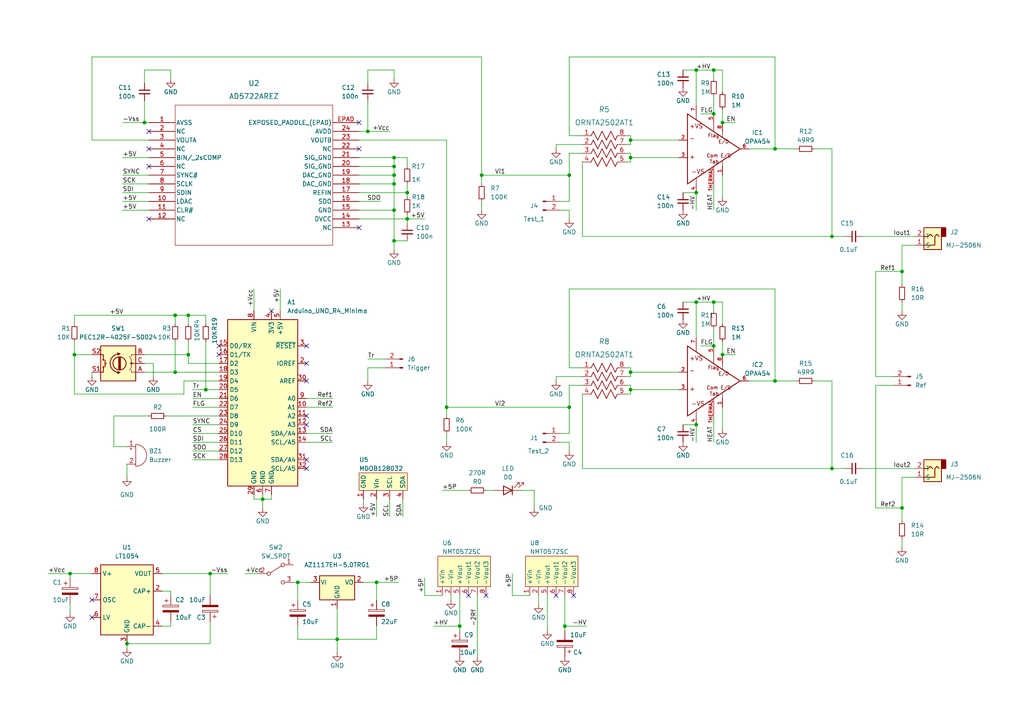
<source format=kicad_sch>
(kicad_sch (version 20211123) (generator eeschema)

  (uuid e63e39d7-6ac0-4ffd-8aa3-1841a4541b55)

  (paper "A4")

  (title_block
    (title "Dual Channel Programmable Constant Current Stimulator")
    (date "2025-04-28")
    (rev "1.1")
    (company "Dr. Monzurul Alam")
  )

  (lib_symbols
    (symbol "AD5722AREZ:AD5722AREZ" (pin_names (offset 0.254)) (in_bom yes) (on_board yes)
      (property "Reference" "U?" (id 0) (at 45.72 11.43 0)
        (effects (font (size 1.524 1.524)))
      )
      (property "Value" "AD5722AREZ" (id 1) (at 45.72 7.62 0)
        (effects (font (size 1.524 1.524)))
      )
      (property "Footprint" "RE_24_ADI" (id 2) (at 15.24 0 0)
        (effects (font (size 1.27 1.27) italic) hide)
      )
      (property "Datasheet" "AD5722AREZ" (id 3) (at 15.24 0 0)
        (effects (font (size 1.27 1.27) italic) hide)
      )
      (property "ki_locked" "" (id 4) (at 0 0 0)
        (effects (font (size 1.27 1.27)))
      )
      (property "ki_keywords" "AD5722AREZ" (id 5) (at 0 0 0)
        (effects (font (size 1.27 1.27)) hide)
      )
      (property "ki_fp_filters" "RE_24_ADI RE_24_ADI-M RE_24_ADI-L" (id 6) (at 0 0 0)
        (effects (font (size 1.27 1.27)) hide)
      )
      (symbol "AD5722AREZ_0_1"
        (polyline
          (pts
            (xy 22.86 -35.56)
            (xy 68.58 -35.56)
          )
          (stroke (width 0.127) (type default) (color 0 0 0 0))
          (fill (type none))
        )
        (polyline
          (pts
            (xy 22.86 5.08)
            (xy 22.86 -35.56)
          )
          (stroke (width 0.127) (type default) (color 0 0 0 0))
          (fill (type none))
        )
        (polyline
          (pts
            (xy 68.58 -35.56)
            (xy 68.58 5.08)
          )
          (stroke (width 0.127) (type default) (color 0 0 0 0))
          (fill (type none))
        )
        (polyline
          (pts
            (xy 68.58 5.08)
            (xy 22.86 5.08)
          )
          (stroke (width 0.127) (type default) (color 0 0 0 0))
          (fill (type none))
        )
        (pin unspecified line (at 15.24 0 0) (length 7.62)
          (name "AVSS" (effects (font (size 1.27 1.27))))
          (number "1" (effects (font (size 1.27 1.27))))
        )
        (pin unspecified line (at 15.24 -22.86 0) (length 7.62)
          (name "LDAC" (effects (font (size 1.27 1.27))))
          (number "10" (effects (font (size 1.27 1.27))))
        )
        (pin unspecified line (at 15.24 -25.4 0) (length 7.62)
          (name "CLR#" (effects (font (size 1.27 1.27))))
          (number "11" (effects (font (size 1.27 1.27))))
        )
        (pin unspecified line (at 15.24 -27.94 0) (length 7.62)
          (name "NC" (effects (font (size 1.27 1.27))))
          (number "12" (effects (font (size 1.27 1.27))))
        )
        (pin unspecified line (at 76.2 -30.48 180) (length 7.62)
          (name "NC" (effects (font (size 1.27 1.27))))
          (number "13" (effects (font (size 1.27 1.27))))
        )
        (pin power_in line (at 76.2 -27.94 180) (length 7.62)
          (name "DVCC" (effects (font (size 1.27 1.27))))
          (number "14" (effects (font (size 1.27 1.27))))
        )
        (pin unspecified line (at 76.2 -25.4 180) (length 7.62)
          (name "GND" (effects (font (size 1.27 1.27))))
          (number "15" (effects (font (size 1.27 1.27))))
        )
        (pin unspecified line (at 76.2 -22.86 180) (length 7.62)
          (name "SDO" (effects (font (size 1.27 1.27))))
          (number "16" (effects (font (size 1.27 1.27))))
        )
        (pin unspecified line (at 76.2 -20.32 180) (length 7.62)
          (name "REFIN" (effects (font (size 1.27 1.27))))
          (number "17" (effects (font (size 1.27 1.27))))
        )
        (pin unspecified line (at 76.2 -17.78 180) (length 7.62)
          (name "DAC_GND" (effects (font (size 1.27 1.27))))
          (number "18" (effects (font (size 1.27 1.27))))
        )
        (pin unspecified line (at 76.2 -15.24 180) (length 7.62)
          (name "DAC_GND" (effects (font (size 1.27 1.27))))
          (number "19" (effects (font (size 1.27 1.27))))
        )
        (pin unspecified line (at 15.24 -2.54 0) (length 7.62)
          (name "NC" (effects (font (size 1.27 1.27))))
          (number "2" (effects (font (size 1.27 1.27))))
        )
        (pin unspecified line (at 76.2 -12.7 180) (length 7.62)
          (name "SIG_GND" (effects (font (size 1.27 1.27))))
          (number "20" (effects (font (size 1.27 1.27))))
        )
        (pin unspecified line (at 76.2 -10.16 180) (length 7.62)
          (name "SIG_GND" (effects (font (size 1.27 1.27))))
          (number "21" (effects (font (size 1.27 1.27))))
        )
        (pin unspecified line (at 76.2 -7.62 180) (length 7.62)
          (name "NC" (effects (font (size 1.27 1.27))))
          (number "22" (effects (font (size 1.27 1.27))))
        )
        (pin unspecified line (at 76.2 -5.08 180) (length 7.62)
          (name "VOUTB" (effects (font (size 1.27 1.27))))
          (number "23" (effects (font (size 1.27 1.27))))
        )
        (pin power_in line (at 76.2 -2.54 180) (length 7.62)
          (name "AVDD" (effects (font (size 1.27 1.27))))
          (number "24" (effects (font (size 1.27 1.27))))
        )
        (pin unspecified line (at 15.24 -5.08 0) (length 7.62)
          (name "VOUTA" (effects (font (size 1.27 1.27))))
          (number "3" (effects (font (size 1.27 1.27))))
        )
        (pin unspecified line (at 15.24 -7.62 0) (length 7.62)
          (name "NC" (effects (font (size 1.27 1.27))))
          (number "4" (effects (font (size 1.27 1.27))))
        )
        (pin unspecified line (at 15.24 -10.16 0) (length 7.62)
          (name "BIN/_2sCOMP" (effects (font (size 1.27 1.27))))
          (number "5" (effects (font (size 1.27 1.27))))
        )
        (pin unspecified line (at 15.24 -12.7 0) (length 7.62)
          (name "NC" (effects (font (size 1.27 1.27))))
          (number "6" (effects (font (size 1.27 1.27))))
        )
        (pin unspecified line (at 15.24 -15.24 0) (length 7.62)
          (name "SYNC#" (effects (font (size 1.27 1.27))))
          (number "7" (effects (font (size 1.27 1.27))))
        )
        (pin unspecified line (at 15.24 -17.78 0) (length 7.62)
          (name "SCLK" (effects (font (size 1.27 1.27))))
          (number "8" (effects (font (size 1.27 1.27))))
        )
        (pin unspecified line (at 15.24 -20.32 0) (length 7.62)
          (name "SDIN" (effects (font (size 1.27 1.27))))
          (number "9" (effects (font (size 1.27 1.27))))
        )
        (pin power_in line (at 76.2 0 180) (length 7.62)
          (name "EXPOSED_PADDLE_(EPAD)" (effects (font (size 1.27 1.27))))
          (number "EPAD" (effects (font (size 1.27 1.27))))
        )
      )
    )
    (symbol "Connector:AudioJack2" (in_bom yes) (on_board yes)
      (property "Reference" "J1" (id 0) (at 5.08 1.27 0)
        (effects (font (size 1.27 1.27)) (justify right))
      )
      (property "Value" "OUTPUT" (id 1) (at -1.27 -5.08 0)
        (effects (font (size 1.27 1.27)) (justify right))
      )
      (property "Footprint" "RehabExo:CUI_MJ-2506N" (id 2) (at 0 -1.27 0)
        (effects (font (size 1.27 1.27)) hide)
      )
      (property "Datasheet" "~" (id 3) (at 0 0 0)
        (effects (font (size 1.27 1.27)) hide)
      )
      (property "ki_keywords" "audio jack receptacle mono phone headphone TS connector" (id 4) (at 0 0 0)
        (effects (font (size 1.27 1.27)) hide)
      )
      (property "ki_description" "Audio Jack, 2 Poles (Mono / TS)" (id 5) (at 0 0 0)
        (effects (font (size 1.27 1.27)) hide)
      )
      (property "ki_fp_filters" "Jack*" (id 6) (at 0 0 0)
        (effects (font (size 1.27 1.27)) hide)
      )
      (symbol "AudioJack2_0_1"
        (rectangle (start -3.81 0) (end -2.54 -2.54)
          (stroke (width 0.254) (type default) (color 0 0 0 0))
          (fill (type outline))
        )
        (rectangle (start -2.54 3.81) (end 2.54 -2.54)
          (stroke (width 0.254) (type default) (color 0 0 0 0))
          (fill (type background))
        )
        (polyline
          (pts
            (xy 0 0)
            (xy 0.635 -0.635)
            (xy 1.27 0)
            (xy 2.54 0)
          )
          (stroke (width 0.254) (type default) (color 0 0 0 0))
          (fill (type none))
        )
        (polyline
          (pts
            (xy 2.54 2.54)
            (xy -0.635 2.54)
            (xy -0.635 0)
            (xy -1.27 -0.635)
            (xy -1.905 0)
          )
          (stroke (width 0.254) (type default) (color 0 0 0 0))
          (fill (type none))
        )
      )
      (symbol "AudioJack2_1_1"
        (pin passive line (at 5.08 2.54 180) (length 2.54)
          (name "S" (effects (font (size 1.27 1.27))))
          (number "1" (effects (font (size 1.27 1.27))))
        )
        (pin passive line (at 5.08 0 180) (length 2.54)
          (name "T" (effects (font (size 1.27 1.27))))
          (number "2" (effects (font (size 1.27 1.27))))
        )
      )
    )
    (symbol "Connector:Conn_01x02_Male" (pin_names (offset 1.016) hide) (in_bom yes) (on_board yes)
      (property "Reference" "J" (id 0) (at 0 2.54 0)
        (effects (font (size 1.27 1.27)))
      )
      (property "Value" "Conn_01x02_Male" (id 1) (at 0 -5.08 0)
        (effects (font (size 1.27 1.27)))
      )
      (property "Footprint" "" (id 2) (at 0 0 0)
        (effects (font (size 1.27 1.27)) hide)
      )
      (property "Datasheet" "~" (id 3) (at 0 0 0)
        (effects (font (size 1.27 1.27)) hide)
      )
      (property "ki_keywords" "connector" (id 4) (at 0 0 0)
        (effects (font (size 1.27 1.27)) hide)
      )
      (property "ki_description" "Generic connector, single row, 01x02, script generated (kicad-library-utils/schlib/autogen/connector/)" (id 5) (at 0 0 0)
        (effects (font (size 1.27 1.27)) hide)
      )
      (property "ki_fp_filters" "Connector*:*_1x??_*" (id 6) (at 0 0 0)
        (effects (font (size 1.27 1.27)) hide)
      )
      (symbol "Conn_01x02_Male_1_1"
        (polyline
          (pts
            (xy 1.27 -2.54)
            (xy 0.8636 -2.54)
          )
          (stroke (width 0.1524) (type default) (color 0 0 0 0))
          (fill (type none))
        )
        (polyline
          (pts
            (xy 1.27 0)
            (xy 0.8636 0)
          )
          (stroke (width 0.1524) (type default) (color 0 0 0 0))
          (fill (type none))
        )
        (rectangle (start 0.8636 -2.413) (end 0 -2.667)
          (stroke (width 0.1524) (type default) (color 0 0 0 0))
          (fill (type outline))
        )
        (rectangle (start 0.8636 0.127) (end 0 -0.127)
          (stroke (width 0.1524) (type default) (color 0 0 0 0))
          (fill (type outline))
        )
        (pin passive line (at 5.08 0 180) (length 3.81)
          (name "Pin_1" (effects (font (size 1.27 1.27))))
          (number "1" (effects (font (size 1.27 1.27))))
        )
        (pin passive line (at 5.08 -2.54 180) (length 3.81)
          (name "Pin_2" (effects (font (size 1.27 1.27))))
          (number "2" (effects (font (size 1.27 1.27))))
        )
      )
    )
    (symbol "Custom_Library:MDOB128032" (in_bom yes) (on_board yes)
      (property "Reference" "U" (id 0) (at 0 7.62 0)
        (effects (font (size 1.27 1.27)))
      )
      (property "Value" "MDOB128032" (id 1) (at 0 5.08 0)
        (effects (font (size 1.27 1.27)))
      )
      (property "Footprint" "" (id 2) (at -1.27 1.27 0)
        (effects (font (size 1.27 1.27)) hide)
      )
      (property "Datasheet" "" (id 3) (at -1.27 1.27 0)
        (effects (font (size 1.27 1.27)) hide)
      )
      (symbol "MDOB128032_0_1"
        (rectangle (start -6.35 3.81) (end -6.35 3.81)
          (stroke (width 0) (type default) (color 0 0 0 0))
          (fill (type none))
        )
        (rectangle (start 6.35 -1.27) (end -7.62 3.81)
          (stroke (width 0) (type default) (color 0 0 0 0))
          (fill (type background))
        )
      )
      (symbol "MDOB128032_1_1"
        (pin passive line (at -6.35 -3.81 90) (length 2.54)
          (name "GND" (effects (font (size 1.27 1.27))))
          (number "1" (effects (font (size 1.27 1.27))))
        )
        (pin power_in line (at -2.54 -3.81 90) (length 2.54)
          (name "Vin" (effects (font (size 1.27 1.27))))
          (number "2" (effects (font (size 1.27 1.27))))
        )
        (pin input line (at 1.27 -3.81 90) (length 2.54)
          (name "SCL" (effects (font (size 1.27 1.27))))
          (number "3" (effects (font (size 1.27 1.27))))
        )
        (pin input line (at 5.08 -3.81 90) (length 2.54)
          (name "SDA" (effects (font (size 1.27 1.27))))
          (number "4" (effects (font (size 1.27 1.27))))
        )
      )
    )
    (symbol "Custom_Library:NMT0572SC" (in_bom yes) (on_board yes)
      (property "Reference" "U" (id 0) (at -7.62 7.62 0)
        (effects (font (size 1.27 1.27)))
      )
      (property "Value" "NMT0572SC" (id 1) (at 2.54 7.62 0)
        (effects (font (size 1.27 1.27)))
      )
      (property "Footprint" "" (id 2) (at -1.27 -7.62 0)
        (effects (font (size 1.27 1.27)) hide)
      )
      (property "Datasheet" "" (id 3) (at -1.27 -7.62 0)
        (effects (font (size 1.27 1.27)) hide)
      )
      (symbol "NMT0572SC_0_1"
        (rectangle (start -7.62 6.35) (end 7.62 -2.54)
          (stroke (width 0) (type default) (color 0 0 0 0))
          (fill (type background))
        )
      )
      (symbol "NMT0572SC_1_1"
        (pin power_in line (at -6.35 -5.08 90) (length 2.54)
          (name "+Vin" (effects (font (size 1.27 1.27))))
          (number "1" (effects (font (size 1.27 1.27))))
        )
        (pin power_in line (at -3.81 -5.08 90) (length 2.54)
          (name "-Vin" (effects (font (size 1.27 1.27))))
          (number "2" (effects (font (size 1.27 1.27))))
        )
        (pin power_out line (at -1.27 -5.08 90) (length 2.54)
          (name "+Vout" (effects (font (size 1.27 1.27))))
          (number "5" (effects (font (size 1.27 1.27))))
        )
        (pin power_out line (at 1.27 -5.08 90) (length 2.54)
          (name "-Vout1" (effects (font (size 1.27 1.27))))
          (number "6" (effects (font (size 1.27 1.27))))
        )
        (pin power_out line (at 3.81 -5.08 90) (length 2.54)
          (name "-Vout2" (effects (font (size 1.27 1.27))))
          (number "7" (effects (font (size 1.27 1.27))))
        )
        (pin power_out line (at 6.35 -5.08 90) (length 2.54)
          (name "-Vout3" (effects (font (size 1.27 1.27))))
          (number "8" (effects (font (size 1.27 1.27))))
        )
      )
    )
    (symbol "Device:Buzzer" (pin_names (offset 0.0254) hide) (in_bom yes) (on_board yes)
      (property "Reference" "BZ" (id 0) (at 3.81 1.27 0)
        (effects (font (size 1.27 1.27)) (justify left))
      )
      (property "Value" "Buzzer" (id 1) (at 3.81 -1.27 0)
        (effects (font (size 1.27 1.27)) (justify left))
      )
      (property "Footprint" "" (id 2) (at -0.635 2.54 90)
        (effects (font (size 1.27 1.27)) hide)
      )
      (property "Datasheet" "~" (id 3) (at -0.635 2.54 90)
        (effects (font (size 1.27 1.27)) hide)
      )
      (property "ki_keywords" "quartz resonator ceramic" (id 4) (at 0 0 0)
        (effects (font (size 1.27 1.27)) hide)
      )
      (property "ki_description" "Buzzer, polarized" (id 5) (at 0 0 0)
        (effects (font (size 1.27 1.27)) hide)
      )
      (property "ki_fp_filters" "*Buzzer*" (id 6) (at 0 0 0)
        (effects (font (size 1.27 1.27)) hide)
      )
      (symbol "Buzzer_0_1"
        (arc (start 0 -3.175) (mid 3.175 0) (end 0 3.175)
          (stroke (width 0) (type default) (color 0 0 0 0))
          (fill (type none))
        )
        (polyline
          (pts
            (xy -1.651 1.905)
            (xy -1.143 1.905)
          )
          (stroke (width 0) (type default) (color 0 0 0 0))
          (fill (type none))
        )
        (polyline
          (pts
            (xy -1.397 2.159)
            (xy -1.397 1.651)
          )
          (stroke (width 0) (type default) (color 0 0 0 0))
          (fill (type none))
        )
        (polyline
          (pts
            (xy 0 3.175)
            (xy 0 -3.175)
          )
          (stroke (width 0) (type default) (color 0 0 0 0))
          (fill (type none))
        )
      )
      (symbol "Buzzer_1_1"
        (pin passive line (at -2.54 2.54 0) (length 2.54)
          (name "-" (effects (font (size 1.27 1.27))))
          (number "1" (effects (font (size 1.27 1.27))))
        )
        (pin passive line (at -2.54 -2.54 0) (length 2.54)
          (name "+" (effects (font (size 1.27 1.27))))
          (number "2" (effects (font (size 1.27 1.27))))
        )
      )
    )
    (symbol "Device:C_Polarized" (pin_numbers hide) (pin_names (offset 0.254)) (in_bom yes) (on_board yes)
      (property "Reference" "C" (id 0) (at 0.635 2.54 0)
        (effects (font (size 1.27 1.27)) (justify left))
      )
      (property "Value" "C_Polarized" (id 1) (at 0.635 -2.54 0)
        (effects (font (size 1.27 1.27)) (justify left))
      )
      (property "Footprint" "" (id 2) (at 0.9652 -3.81 0)
        (effects (font (size 1.27 1.27)) hide)
      )
      (property "Datasheet" "~" (id 3) (at 0 0 0)
        (effects (font (size 1.27 1.27)) hide)
      )
      (property "ki_keywords" "cap capacitor" (id 4) (at 0 0 0)
        (effects (font (size 1.27 1.27)) hide)
      )
      (property "ki_description" "Polarized capacitor" (id 5) (at 0 0 0)
        (effects (font (size 1.27 1.27)) hide)
      )
      (property "ki_fp_filters" "CP_*" (id 6) (at 0 0 0)
        (effects (font (size 1.27 1.27)) hide)
      )
      (symbol "C_Polarized_0_1"
        (rectangle (start -2.286 0.508) (end 2.286 1.016)
          (stroke (width 0) (type default) (color 0 0 0 0))
          (fill (type none))
        )
        (polyline
          (pts
            (xy -1.778 2.286)
            (xy -0.762 2.286)
          )
          (stroke (width 0) (type default) (color 0 0 0 0))
          (fill (type none))
        )
        (polyline
          (pts
            (xy -1.27 2.794)
            (xy -1.27 1.778)
          )
          (stroke (width 0) (type default) (color 0 0 0 0))
          (fill (type none))
        )
        (rectangle (start 2.286 -0.508) (end -2.286 -1.016)
          (stroke (width 0) (type default) (color 0 0 0 0))
          (fill (type outline))
        )
      )
      (symbol "C_Polarized_1_1"
        (pin passive line (at 0 3.81 270) (length 2.794)
          (name "~" (effects (font (size 1.27 1.27))))
          (number "1" (effects (font (size 1.27 1.27))))
        )
        (pin passive line (at 0 -3.81 90) (length 2.794)
          (name "~" (effects (font (size 1.27 1.27))))
          (number "2" (effects (font (size 1.27 1.27))))
        )
      )
    )
    (symbol "Device:C_Small" (pin_numbers hide) (pin_names (offset 0.254) hide) (in_bom yes) (on_board yes)
      (property "Reference" "C" (id 0) (at 0.254 1.778 0)
        (effects (font (size 1.27 1.27)) (justify left))
      )
      (property "Value" "C_Small" (id 1) (at 0.254 -2.032 0)
        (effects (font (size 1.27 1.27)) (justify left))
      )
      (property "Footprint" "" (id 2) (at 0 0 0)
        (effects (font (size 1.27 1.27)) hide)
      )
      (property "Datasheet" "~" (id 3) (at 0 0 0)
        (effects (font (size 1.27 1.27)) hide)
      )
      (property "ki_keywords" "capacitor cap" (id 4) (at 0 0 0)
        (effects (font (size 1.27 1.27)) hide)
      )
      (property "ki_description" "Unpolarized capacitor, small symbol" (id 5) (at 0 0 0)
        (effects (font (size 1.27 1.27)) hide)
      )
      (property "ki_fp_filters" "C_*" (id 6) (at 0 0 0)
        (effects (font (size 1.27 1.27)) hide)
      )
      (symbol "C_Small_0_1"
        (polyline
          (pts
            (xy -1.524 -0.508)
            (xy 1.524 -0.508)
          )
          (stroke (width 0.3302) (type default) (color 0 0 0 0))
          (fill (type none))
        )
        (polyline
          (pts
            (xy -1.524 0.508)
            (xy 1.524 0.508)
          )
          (stroke (width 0.3048) (type default) (color 0 0 0 0))
          (fill (type none))
        )
      )
      (symbol "C_Small_1_1"
        (pin passive line (at 0 2.54 270) (length 2.032)
          (name "~" (effects (font (size 1.27 1.27))))
          (number "1" (effects (font (size 1.27 1.27))))
        )
        (pin passive line (at 0 -2.54 90) (length 2.032)
          (name "~" (effects (font (size 1.27 1.27))))
          (number "2" (effects (font (size 1.27 1.27))))
        )
      )
    )
    (symbol "Device:LED" (pin_numbers hide) (pin_names (offset 1.016) hide) (in_bom yes) (on_board yes)
      (property "Reference" "D" (id 0) (at 0 2.54 0)
        (effects (font (size 1.27 1.27)))
      )
      (property "Value" "LED" (id 1) (at 0 -2.54 0)
        (effects (font (size 1.27 1.27)))
      )
      (property "Footprint" "" (id 2) (at 0 0 0)
        (effects (font (size 1.27 1.27)) hide)
      )
      (property "Datasheet" "~" (id 3) (at 0 0 0)
        (effects (font (size 1.27 1.27)) hide)
      )
      (property "ki_keywords" "LED diode" (id 4) (at 0 0 0)
        (effects (font (size 1.27 1.27)) hide)
      )
      (property "ki_description" "Light emitting diode" (id 5) (at 0 0 0)
        (effects (font (size 1.27 1.27)) hide)
      )
      (property "ki_fp_filters" "LED* LED_SMD:* LED_THT:*" (id 6) (at 0 0 0)
        (effects (font (size 1.27 1.27)) hide)
      )
      (symbol "LED_0_1"
        (polyline
          (pts
            (xy -1.27 -1.27)
            (xy -1.27 1.27)
          )
          (stroke (width 0.254) (type default) (color 0 0 0 0))
          (fill (type none))
        )
        (polyline
          (pts
            (xy -1.27 0)
            (xy 1.27 0)
          )
          (stroke (width 0) (type default) (color 0 0 0 0))
          (fill (type none))
        )
        (polyline
          (pts
            (xy 1.27 -1.27)
            (xy 1.27 1.27)
            (xy -1.27 0)
            (xy 1.27 -1.27)
          )
          (stroke (width 0.254) (type default) (color 0 0 0 0))
          (fill (type none))
        )
        (polyline
          (pts
            (xy -3.048 -0.762)
            (xy -4.572 -2.286)
            (xy -3.81 -2.286)
            (xy -4.572 -2.286)
            (xy -4.572 -1.524)
          )
          (stroke (width 0) (type default) (color 0 0 0 0))
          (fill (type none))
        )
        (polyline
          (pts
            (xy -1.778 -0.762)
            (xy -3.302 -2.286)
            (xy -2.54 -2.286)
            (xy -3.302 -2.286)
            (xy -3.302 -1.524)
          )
          (stroke (width 0) (type default) (color 0 0 0 0))
          (fill (type none))
        )
      )
      (symbol "LED_1_1"
        (pin passive line (at -3.81 0 0) (length 2.54)
          (name "K" (effects (font (size 1.27 1.27))))
          (number "1" (effects (font (size 1.27 1.27))))
        )
        (pin passive line (at 3.81 0 180) (length 2.54)
          (name "A" (effects (font (size 1.27 1.27))))
          (number "2" (effects (font (size 1.27 1.27))))
        )
      )
    )
    (symbol "Device:R_Small" (pin_numbers hide) (pin_names (offset 0.254) hide) (in_bom yes) (on_board yes)
      (property "Reference" "R" (id 0) (at 0.762 0.508 0)
        (effects (font (size 1.27 1.27)) (justify left))
      )
      (property "Value" "R_Small" (id 1) (at 0.762 -1.016 0)
        (effects (font (size 1.27 1.27)) (justify left))
      )
      (property "Footprint" "" (id 2) (at 0 0 0)
        (effects (font (size 1.27 1.27)) hide)
      )
      (property "Datasheet" "~" (id 3) (at 0 0 0)
        (effects (font (size 1.27 1.27)) hide)
      )
      (property "ki_keywords" "R resistor" (id 4) (at 0 0 0)
        (effects (font (size 1.27 1.27)) hide)
      )
      (property "ki_description" "Resistor, small symbol" (id 5) (at 0 0 0)
        (effects (font (size 1.27 1.27)) hide)
      )
      (property "ki_fp_filters" "R_*" (id 6) (at 0 0 0)
        (effects (font (size 1.27 1.27)) hide)
      )
      (symbol "R_Small_0_1"
        (rectangle (start -0.762 1.778) (end 0.762 -1.778)
          (stroke (width 0.2032) (type default) (color 0 0 0 0))
          (fill (type none))
        )
      )
      (symbol "R_Small_1_1"
        (pin passive line (at 0 2.54 270) (length 0.762)
          (name "~" (effects (font (size 1.27 1.27))))
          (number "1" (effects (font (size 1.27 1.27))))
        )
        (pin passive line (at 0 -2.54 90) (length 0.762)
          (name "~" (effects (font (size 1.27 1.27))))
          (number "2" (effects (font (size 1.27 1.27))))
        )
      )
    )
    (symbol "Device:RotaryEncoder_Switch" (pin_names (offset 0.254) hide) (in_bom yes) (on_board yes)
      (property "Reference" "SW" (id 0) (at 0 6.604 0)
        (effects (font (size 1.27 1.27)))
      )
      (property "Value" "RotaryEncoder_Switch" (id 1) (at 0 -6.604 0)
        (effects (font (size 1.27 1.27)))
      )
      (property "Footprint" "" (id 2) (at -3.81 4.064 0)
        (effects (font (size 1.27 1.27)) hide)
      )
      (property "Datasheet" "~" (id 3) (at 0 6.604 0)
        (effects (font (size 1.27 1.27)) hide)
      )
      (property "ki_keywords" "rotary switch encoder switch push button" (id 4) (at 0 0 0)
        (effects (font (size 1.27 1.27)) hide)
      )
      (property "ki_description" "Rotary encoder, dual channel, incremental quadrate outputs, with switch" (id 5) (at 0 0 0)
        (effects (font (size 1.27 1.27)) hide)
      )
      (property "ki_fp_filters" "RotaryEncoder*Switch*" (id 6) (at 0 0 0)
        (effects (font (size 1.27 1.27)) hide)
      )
      (symbol "RotaryEncoder_Switch_0_1"
        (rectangle (start -5.08 5.08) (end 5.08 -5.08)
          (stroke (width 0.254) (type default) (color 0 0 0 0))
          (fill (type background))
        )
        (circle (center -3.81 0) (radius 0.254)
          (stroke (width 0) (type default) (color 0 0 0 0))
          (fill (type outline))
        )
        (arc (start -0.381 -2.794) (mid 2.3622 -0.0508) (end -0.381 2.667)
          (stroke (width 0.254) (type default) (color 0 0 0 0))
          (fill (type none))
        )
        (circle (center -0.381 0) (radius 1.905)
          (stroke (width 0.254) (type default) (color 0 0 0 0))
          (fill (type none))
        )
        (polyline
          (pts
            (xy -0.635 -1.778)
            (xy -0.635 1.778)
          )
          (stroke (width 0.254) (type default) (color 0 0 0 0))
          (fill (type none))
        )
        (polyline
          (pts
            (xy -0.381 -1.778)
            (xy -0.381 1.778)
          )
          (stroke (width 0.254) (type default) (color 0 0 0 0))
          (fill (type none))
        )
        (polyline
          (pts
            (xy -0.127 1.778)
            (xy -0.127 -1.778)
          )
          (stroke (width 0.254) (type default) (color 0 0 0 0))
          (fill (type none))
        )
        (polyline
          (pts
            (xy 3.81 0)
            (xy 3.429 0)
          )
          (stroke (width 0.254) (type default) (color 0 0 0 0))
          (fill (type none))
        )
        (polyline
          (pts
            (xy 3.81 1.016)
            (xy 3.81 -1.016)
          )
          (stroke (width 0.254) (type default) (color 0 0 0 0))
          (fill (type none))
        )
        (polyline
          (pts
            (xy -5.08 -2.54)
            (xy -3.81 -2.54)
            (xy -3.81 -2.032)
          )
          (stroke (width 0) (type default) (color 0 0 0 0))
          (fill (type none))
        )
        (polyline
          (pts
            (xy -5.08 2.54)
            (xy -3.81 2.54)
            (xy -3.81 2.032)
          )
          (stroke (width 0) (type default) (color 0 0 0 0))
          (fill (type none))
        )
        (polyline
          (pts
            (xy 0.254 -3.048)
            (xy -0.508 -2.794)
            (xy 0.127 -2.413)
          )
          (stroke (width 0.254) (type default) (color 0 0 0 0))
          (fill (type none))
        )
        (polyline
          (pts
            (xy 0.254 2.921)
            (xy -0.508 2.667)
            (xy 0.127 2.286)
          )
          (stroke (width 0.254) (type default) (color 0 0 0 0))
          (fill (type none))
        )
        (polyline
          (pts
            (xy 5.08 -2.54)
            (xy 4.318 -2.54)
            (xy 4.318 -1.016)
          )
          (stroke (width 0.254) (type default) (color 0 0 0 0))
          (fill (type none))
        )
        (polyline
          (pts
            (xy 5.08 2.54)
            (xy 4.318 2.54)
            (xy 4.318 1.016)
          )
          (stroke (width 0.254) (type default) (color 0 0 0 0))
          (fill (type none))
        )
        (polyline
          (pts
            (xy -5.08 0)
            (xy -3.81 0)
            (xy -3.81 -1.016)
            (xy -3.302 -2.032)
          )
          (stroke (width 0) (type default) (color 0 0 0 0))
          (fill (type none))
        )
        (polyline
          (pts
            (xy -4.318 0)
            (xy -3.81 0)
            (xy -3.81 1.016)
            (xy -3.302 2.032)
          )
          (stroke (width 0) (type default) (color 0 0 0 0))
          (fill (type none))
        )
        (circle (center 4.318 -1.016) (radius 0.127)
          (stroke (width 0.254) (type default) (color 0 0 0 0))
          (fill (type none))
        )
        (circle (center 4.318 1.016) (radius 0.127)
          (stroke (width 0.254) (type default) (color 0 0 0 0))
          (fill (type none))
        )
      )
      (symbol "RotaryEncoder_Switch_1_1"
        (pin passive line (at -7.62 2.54 0) (length 2.54)
          (name "A" (effects (font (size 1.27 1.27))))
          (number "A" (effects (font (size 1.27 1.27))))
        )
        (pin passive line (at -7.62 -2.54 0) (length 2.54)
          (name "B" (effects (font (size 1.27 1.27))))
          (number "B" (effects (font (size 1.27 1.27))))
        )
        (pin passive line (at -7.62 0 0) (length 2.54)
          (name "C" (effects (font (size 1.27 1.27))))
          (number "C" (effects (font (size 1.27 1.27))))
        )
        (pin passive line (at 7.62 2.54 180) (length 2.54)
          (name "S1" (effects (font (size 1.27 1.27))))
          (number "S1" (effects (font (size 1.27 1.27))))
        )
        (pin passive line (at 7.62 -2.54 180) (length 2.54)
          (name "S2" (effects (font (size 1.27 1.27))))
          (number "S2" (effects (font (size 1.27 1.27))))
        )
      )
    )
    (symbol "MCU_Module:Arduino_UNO_R3" (in_bom yes) (on_board yes)
      (property "Reference" "A" (id 0) (at -10.16 23.495 0)
        (effects (font (size 1.27 1.27)) (justify left bottom))
      )
      (property "Value" "Arduino_UNO_R3" (id 1) (at 5.08 -26.67 0)
        (effects (font (size 1.27 1.27)) (justify left top))
      )
      (property "Footprint" "Module:Arduino_UNO_R3" (id 2) (at 0 0 0)
        (effects (font (size 1.27 1.27) italic) hide)
      )
      (property "Datasheet" "https://www.arduino.cc/en/Main/arduinoBoardUno" (id 3) (at 0 0 0)
        (effects (font (size 1.27 1.27)) hide)
      )
      (property "ki_keywords" "Arduino UNO R3 Microcontroller Module Atmel AVR USB" (id 4) (at 0 0 0)
        (effects (font (size 1.27 1.27)) hide)
      )
      (property "ki_description" "Arduino UNO Microcontroller Module, release 3" (id 5) (at 0 0 0)
        (effects (font (size 1.27 1.27)) hide)
      )
      (property "ki_fp_filters" "Arduino*UNO*R3*" (id 6) (at 0 0 0)
        (effects (font (size 1.27 1.27)) hide)
      )
      (symbol "Arduino_UNO_R3_0_1"
        (rectangle (start -10.16 22.86) (end 10.16 -25.4)
          (stroke (width 0.254) (type default) (color 0 0 0 0))
          (fill (type background))
        )
      )
      (symbol "Arduino_UNO_R3_1_1"
        (pin no_connect line (at -10.16 -20.32 0) (length 2.54) hide
          (name "NC" (effects (font (size 1.27 1.27))))
          (number "1" (effects (font (size 1.27 1.27))))
        )
        (pin bidirectional line (at 12.7 -2.54 180) (length 2.54)
          (name "A1" (effects (font (size 1.27 1.27))))
          (number "10" (effects (font (size 1.27 1.27))))
        )
        (pin bidirectional line (at 12.7 -5.08 180) (length 2.54)
          (name "A2" (effects (font (size 1.27 1.27))))
          (number "11" (effects (font (size 1.27 1.27))))
        )
        (pin bidirectional line (at 12.7 -7.62 180) (length 2.54)
          (name "A3" (effects (font (size 1.27 1.27))))
          (number "12" (effects (font (size 1.27 1.27))))
        )
        (pin bidirectional line (at 12.7 -10.16 180) (length 2.54)
          (name "SDA/A4" (effects (font (size 1.27 1.27))))
          (number "13" (effects (font (size 1.27 1.27))))
        )
        (pin bidirectional line (at 12.7 -12.7 180) (length 2.54)
          (name "SCL/A5" (effects (font (size 1.27 1.27))))
          (number "14" (effects (font (size 1.27 1.27))))
        )
        (pin bidirectional line (at -12.7 15.24 0) (length 2.54)
          (name "D0/RX" (effects (font (size 1.27 1.27))))
          (number "15" (effects (font (size 1.27 1.27))))
        )
        (pin bidirectional line (at -12.7 12.7 0) (length 2.54)
          (name "D1/TX" (effects (font (size 1.27 1.27))))
          (number "16" (effects (font (size 1.27 1.27))))
        )
        (pin bidirectional line (at -12.7 10.16 0) (length 2.54)
          (name "D2" (effects (font (size 1.27 1.27))))
          (number "17" (effects (font (size 1.27 1.27))))
        )
        (pin bidirectional line (at -12.7 7.62 0) (length 2.54)
          (name "D3" (effects (font (size 1.27 1.27))))
          (number "18" (effects (font (size 1.27 1.27))))
        )
        (pin bidirectional line (at -12.7 5.08 0) (length 2.54)
          (name "D4" (effects (font (size 1.27 1.27))))
          (number "19" (effects (font (size 1.27 1.27))))
        )
        (pin output line (at 12.7 10.16 180) (length 2.54)
          (name "IOREF" (effects (font (size 1.27 1.27))))
          (number "2" (effects (font (size 1.27 1.27))))
        )
        (pin bidirectional line (at -12.7 2.54 0) (length 2.54)
          (name "D5" (effects (font (size 1.27 1.27))))
          (number "20" (effects (font (size 1.27 1.27))))
        )
        (pin bidirectional line (at -12.7 0 0) (length 2.54)
          (name "D6" (effects (font (size 1.27 1.27))))
          (number "21" (effects (font (size 1.27 1.27))))
        )
        (pin bidirectional line (at -12.7 -2.54 0) (length 2.54)
          (name "D7" (effects (font (size 1.27 1.27))))
          (number "22" (effects (font (size 1.27 1.27))))
        )
        (pin bidirectional line (at -12.7 -5.08 0) (length 2.54)
          (name "D8" (effects (font (size 1.27 1.27))))
          (number "23" (effects (font (size 1.27 1.27))))
        )
        (pin bidirectional line (at -12.7 -7.62 0) (length 2.54)
          (name "D9" (effects (font (size 1.27 1.27))))
          (number "24" (effects (font (size 1.27 1.27))))
        )
        (pin bidirectional line (at -12.7 -10.16 0) (length 2.54)
          (name "D10" (effects (font (size 1.27 1.27))))
          (number "25" (effects (font (size 1.27 1.27))))
        )
        (pin bidirectional line (at -12.7 -12.7 0) (length 2.54)
          (name "D11" (effects (font (size 1.27 1.27))))
          (number "26" (effects (font (size 1.27 1.27))))
        )
        (pin bidirectional line (at -12.7 -15.24 0) (length 2.54)
          (name "D12" (effects (font (size 1.27 1.27))))
          (number "27" (effects (font (size 1.27 1.27))))
        )
        (pin bidirectional line (at -12.7 -17.78 0) (length 2.54)
          (name "D13" (effects (font (size 1.27 1.27))))
          (number "28" (effects (font (size 1.27 1.27))))
        )
        (pin power_in line (at -2.54 -27.94 90) (length 2.54)
          (name "GND" (effects (font (size 1.27 1.27))))
          (number "29" (effects (font (size 1.27 1.27))))
        )
        (pin input line (at 12.7 15.24 180) (length 2.54)
          (name "~{RESET}" (effects (font (size 1.27 1.27))))
          (number "3" (effects (font (size 1.27 1.27))))
        )
        (pin input line (at 12.7 5.08 180) (length 2.54)
          (name "AREF" (effects (font (size 1.27 1.27))))
          (number "30" (effects (font (size 1.27 1.27))))
        )
        (pin bidirectional line (at 12.7 -17.78 180) (length 2.54)
          (name "SDA/A4" (effects (font (size 1.27 1.27))))
          (number "31" (effects (font (size 1.27 1.27))))
        )
        (pin bidirectional line (at 12.7 -20.32 180) (length 2.54)
          (name "SCL/A5" (effects (font (size 1.27 1.27))))
          (number "32" (effects (font (size 1.27 1.27))))
        )
        (pin power_out line (at 2.54 25.4 270) (length 2.54)
          (name "3V3" (effects (font (size 1.27 1.27))))
          (number "4" (effects (font (size 1.27 1.27))))
        )
        (pin power_out line (at 5.08 25.4 270) (length 2.54)
          (name "+5V" (effects (font (size 1.27 1.27))))
          (number "5" (effects (font (size 1.27 1.27))))
        )
        (pin power_in line (at 0 -27.94 90) (length 2.54)
          (name "GND" (effects (font (size 1.27 1.27))))
          (number "6" (effects (font (size 1.27 1.27))))
        )
        (pin power_in line (at 2.54 -27.94 90) (length 2.54)
          (name "GND" (effects (font (size 1.27 1.27))))
          (number "7" (effects (font (size 1.27 1.27))))
        )
        (pin power_in line (at -2.54 25.4 270) (length 2.54)
          (name "VIN" (effects (font (size 1.27 1.27))))
          (number "8" (effects (font (size 1.27 1.27))))
        )
        (pin bidirectional line (at 12.7 0 180) (length 2.54)
          (name "A0" (effects (font (size 1.27 1.27))))
          (number "9" (effects (font (size 1.27 1.27))))
        )
      )
    )
    (symbol "OPA454:OPA454" (pin_names (offset 1.016)) (in_bom yes) (on_board yes)
      (property "Reference" "IC" (id 0) (at 7.6251 1.7792 0)
        (effects (font (size 1.27 1.27)) (justify left bottom))
      )
      (property "Value" "OPA454" (id 1) (at 7.6256 -3.5586 0)
        (effects (font (size 1.27 1.27)) (justify left bottom))
      )
      (property "Footprint" "SO08GP" (id 2) (at 0 0 0)
        (effects (font (size 1.27 1.27)) (justify bottom) hide)
      )
      (property "Datasheet" "" (id 3) (at 0 0 0)
        (effects (font (size 1.27 1.27)) hide)
      )
      (property "PARTNUM" "296-22997-5-ND" (id 4) (at 0 0 0)
        (effects (font (size 1.27 1.27)) (justify bottom) hide)
      )
      (symbol "OPA454_0_0"
        (polyline
          (pts
            (xy -7.62 -10.16)
            (xy 0 -5.08)
          )
          (stroke (width 0.254) (type default) (color 0 0 0 0))
          (fill (type none))
        )
        (polyline
          (pts
            (xy -7.62 10.16)
            (xy -7.62 -10.16)
          )
          (stroke (width 0.254) (type default) (color 0 0 0 0))
          (fill (type none))
        )
        (polyline
          (pts
            (xy -5.08 -10.16)
            (xy -5.08 -8.636)
          )
          (stroke (width 0.1524) (type default) (color 0 0 0 0))
          (fill (type none))
        )
        (polyline
          (pts
            (xy -5.08 10.16)
            (xy -5.08 8.382)
          )
          (stroke (width 0.1524) (type default) (color 0 0 0 0))
          (fill (type none))
        )
        (polyline
          (pts
            (xy 0 -7.62)
            (xy 0 -5.08)
          )
          (stroke (width 0.1524) (type default) (color 0 0 0 0))
          (fill (type none))
        )
        (polyline
          (pts
            (xy 0 -5.08)
            (xy 7.62 0)
          )
          (stroke (width 0.254) (type default) (color 0 0 0 0))
          (fill (type none))
        )
        (polyline
          (pts
            (xy 0 7.62)
            (xy 0 5.08)
          )
          (stroke (width 0.1524) (type default) (color 0 0 0 0))
          (fill (type none))
        )
        (polyline
          (pts
            (xy 0.254 4.826)
            (xy -7.62 10.16)
          )
          (stroke (width 0.254) (type default) (color 0 0 0 0))
          (fill (type none))
        )
        (polyline
          (pts
            (xy 2.54 -5.08)
            (xy 2.54 -3.556)
          )
          (stroke (width 0.1524) (type default) (color 0 0 0 0))
          (fill (type none))
        )
        (polyline
          (pts
            (xy 2.54 5.08)
            (xy 2.54 3.302)
          )
          (stroke (width 0.1524) (type default) (color 0 0 0 0))
          (fill (type none))
        )
        (polyline
          (pts
            (xy 7.62 0)
            (xy 0.254 4.826)
          )
          (stroke (width 0.254) (type default) (color 0 0 0 0))
          (fill (type none))
        )
        (text "+" (at -7.1227 -3.0526 0)
          (effects (font (size 1.2719 1.2719)) (justify left bottom))
        )
        (text "+VS" (at -7.1167 5.8459 0)
          (effects (font (size 1.2708 1.2708)) (justify left bottom))
        )
        (text "-" (at -7.1185 2.2881 0)
          (effects (font (size 1.2712 1.2712)) (justify left bottom))
        )
        (text "-VS" (at -6.6149 -5.8516 0)
          (effects (font (size 1.2721 1.2721)) (justify left top))
        )
        (text "Com E/D" (at -2.1613 -2.5427 0)
          (effects (font (size 1.0171 1.0171)) (justify left bottom))
        )
        (text "E/D" (at 1.2703 1.5243 0)
          (effects (font (size 1.0162 1.0162)) (justify left bottom))
        )
        (text "Flag" (at -1.7784 3.3027 0)
          (effects (font (size 1.0162 1.0162)) (justify left bottom))
        )
        (text "Tab" (at -1.2721 -4.3252 0)
          (effects (font (size 1.0177 1.0177)) (justify left bottom))
        )
        (pin passive line (at 2.54 -7.62 90) (length 2.54)
          (name "~" (effects (font (size 1.016 1.016))))
          (number "1" (effects (font (size 1.016 1.016))))
        )
        (pin input line (at -10.16 2.54 0) (length 2.54)
          (name "~" (effects (font (size 1.016 1.016))))
          (number "2" (effects (font (size 1.016 1.016))))
        )
        (pin input line (at -10.16 -2.54 0) (length 2.54)
          (name "~" (effects (font (size 1.016 1.016))))
          (number "3" (effects (font (size 1.016 1.016))))
        )
        (pin passive line (at -5.08 -12.7 90) (length 2.54)
          (name "~" (effects (font (size 1.016 1.016))))
          (number "4" (effects (font (size 1.016 1.016))))
        )
        (pin passive line (at 0 10.16 270) (length 2.54)
          (name "~" (effects (font (size 1.016 1.016))))
          (number "5" (effects (font (size 1.016 1.016))))
        )
        (pin output line (at 10.16 0 180) (length 2.54)
          (name "~" (effects (font (size 1.016 1.016))))
          (number "6" (effects (font (size 1.016 1.016))))
        )
        (pin passive line (at -5.08 12.7 270) (length 2.54)
          (name "~" (effects (font (size 1.016 1.016))))
          (number "7" (effects (font (size 1.016 1.016))))
        )
        (pin passive line (at 2.54 7.62 270) (length 2.54)
          (name "~" (effects (font (size 1.016 1.016))))
          (number "8" (effects (font (size 1.016 1.016))))
        )
        (pin passive line (at 0 -10.16 90) (length 2.54)
          (name "~" (effects (font (size 1.016 1.016))))
          (number "THERMAL" (effects (font (size 1.016 1.016))))
        )
      )
    )
    (symbol "Regulator_Linear:AZ1117-5.0" (pin_names (offset 0.254)) (in_bom yes) (on_board yes)
      (property "Reference" "U" (id 0) (at -3.81 3.175 0)
        (effects (font (size 1.27 1.27)))
      )
      (property "Value" "AZ1117-5.0" (id 1) (at 0 3.175 0)
        (effects (font (size 1.27 1.27)) (justify left))
      )
      (property "Footprint" "" (id 2) (at 0 6.35 0)
        (effects (font (size 1.27 1.27) italic) hide)
      )
      (property "Datasheet" "https://www.diodes.com/assets/Datasheets/AZ1117.pdf" (id 3) (at 0 0 0)
        (effects (font (size 1.27 1.27)) hide)
      )
      (property "ki_keywords" "Fixed Voltage Regulator 1A Positive LDO" (id 4) (at 0 0 0)
        (effects (font (size 1.27 1.27)) hide)
      )
      (property "ki_description" "1A 20V Fixed LDO Linear Regulator, 5.0V, SOT-89/SOT-223/TO-220/TO-252/TO-263" (id 5) (at 0 0 0)
        (effects (font (size 1.27 1.27)) hide)
      )
      (property "ki_fp_filters" "SOT?223* SOT?89* TO?220* TO?252* TO?263*" (id 6) (at 0 0 0)
        (effects (font (size 1.27 1.27)) hide)
      )
      (symbol "AZ1117-5.0_0_1"
        (rectangle (start -5.08 1.905) (end 5.08 -5.08)
          (stroke (width 0.254) (type default) (color 0 0 0 0))
          (fill (type background))
        )
      )
      (symbol "AZ1117-5.0_1_1"
        (pin power_in line (at 0 -7.62 90) (length 2.54)
          (name "GND" (effects (font (size 1.27 1.27))))
          (number "1" (effects (font (size 1.27 1.27))))
        )
        (pin power_out line (at 7.62 0 180) (length 2.54)
          (name "VO" (effects (font (size 1.27 1.27))))
          (number "2" (effects (font (size 1.27 1.27))))
        )
        (pin power_in line (at -7.62 0 0) (length 2.54)
          (name "VI" (effects (font (size 1.27 1.27))))
          (number "3" (effects (font (size 1.27 1.27))))
        )
      )
    )
    (symbol "Regulator_SwitchedCapacitor:ICL7660" (in_bom yes) (on_board yes)
      (property "Reference" "U" (id 0) (at -6.35 11.43 0)
        (effects (font (size 1.27 1.27)))
      )
      (property "Value" "ICL7660" (id 1) (at 3.81 11.43 0)
        (effects (font (size 1.27 1.27)))
      )
      (property "Footprint" "" (id 2) (at 2.54 -2.54 0)
        (effects (font (size 1.27 1.27)) hide)
      )
      (property "Datasheet" "http://datasheets.maximintegrated.com/en/ds/ICL7660-MAX1044.pdf" (id 3) (at 2.54 -2.54 0)
        (effects (font (size 1.27 1.27)) hide)
      )
      (property "ki_keywords" "monolithic CMOS switched capacitor voltage converter invert double divide multiply" (id 4) (at 0 0 0)
        (effects (font (size 1.27 1.27)) hide)
      )
      (property "ki_description" "Switched-Capacitor Voltage Converter, 1.5V to 10.0V operating supply voltage, 10mA with a 0.5V output drop, SO-8/DIP-8/µMAX-8/TO-99" (id 5) (at 0 0 0)
        (effects (font (size 1.27 1.27)) hide)
      )
      (property "ki_fp_filters" "DIP*W7.62mm* SOIC*3.9x4.9mm* MSOP*3x3mm*P0.65mm* TO?99*" (id 6) (at 0 0 0)
        (effects (font (size 1.27 1.27)) hide)
      )
      (symbol "ICL7660_0_1"
        (rectangle (start -7.62 10.16) (end 7.62 -10.16)
          (stroke (width 0.254) (type default) (color 0 0 0 0))
          (fill (type background))
        )
      )
      (symbol "ICL7660_1_1"
        (pin no_connect line (at -7.62 5.08 0) (length 2.54) hide
          (name "NC" (effects (font (size 1.27 1.27))))
          (number "1" (effects (font (size 1.27 1.27))))
        )
        (pin input line (at 10.16 2.54 180) (length 2.54)
          (name "CAP+" (effects (font (size 1.27 1.27))))
          (number "2" (effects (font (size 1.27 1.27))))
        )
        (pin power_in line (at 0 -12.7 90) (length 2.54)
          (name "GND" (effects (font (size 1.27 1.27))))
          (number "3" (effects (font (size 1.27 1.27))))
        )
        (pin input line (at 10.16 -7.62 180) (length 2.54)
          (name "CAP-" (effects (font (size 1.27 1.27))))
          (number "4" (effects (font (size 1.27 1.27))))
        )
        (pin power_out line (at 10.16 7.62 180) (length 2.54)
          (name "VOUT" (effects (font (size 1.27 1.27))))
          (number "5" (effects (font (size 1.27 1.27))))
        )
        (pin input line (at -10.16 -5.08 0) (length 2.54)
          (name "LV" (effects (font (size 1.27 1.27))))
          (number "6" (effects (font (size 1.27 1.27))))
        )
        (pin input line (at -10.16 0 0) (length 2.54)
          (name "OSC" (effects (font (size 1.27 1.27))))
          (number "7" (effects (font (size 1.27 1.27))))
        )
        (pin power_in line (at -10.16 7.62 0) (length 2.54)
          (name "V+" (effects (font (size 1.27 1.27))))
          (number "8" (effects (font (size 1.27 1.27))))
        )
      )
    )
    (symbol "RehabExo:ORNTA1003AT1" (pin_names (offset 0.254)) (in_bom yes) (on_board yes)
      (property "Reference" "R" (id 0) (at 5.08 2.54 0)
        (effects (font (size 1.524 1.524)))
      )
      (property "Value" "ORNTA1003AT1" (id 1) (at 7.62 -10.16 0)
        (effects (font (size 1.524 1.524)))
      )
      (property "Footprint" "ORN_VIS" (id 2) (at 6.35 5.08 0)
        (effects (font (size 1.27 1.27) italic) hide)
      )
      (property "Datasheet" "ORNTA1003AT1" (id 3) (at 6.35 2.54 0)
        (effects (font (size 1.27 1.27) italic) hide)
      )
      (property "ki_locked" "" (id 4) (at 0 0 0)
        (effects (font (size 1.27 1.27)))
      )
      (property "ki_keywords" "ORNTA1003AT1" (id 5) (at 0 0 0)
        (effects (font (size 1.27 1.27)) hide)
      )
      (property "ki_fp_filters" "ORN_VIS ORN_VIS-M ORN_VIS-L" (id 6) (at 0 0 0)
        (effects (font (size 1.27 1.27)) hide)
      )
      (symbol "ORNTA1003AT1_0_1"
        (polyline
          (pts
            (xy 2.54 -7.62)
            (xy 3.175 -6.35)
          )
          (stroke (width 0.2032) (type default) (color 0 0 0 0))
          (fill (type none))
        )
        (polyline
          (pts
            (xy 2.54 -5.08)
            (xy 3.175 -3.81)
          )
          (stroke (width 0.2032) (type default) (color 0 0 0 0))
          (fill (type none))
        )
        (polyline
          (pts
            (xy 2.54 -2.54)
            (xy 3.175 -1.27)
          )
          (stroke (width 0.2032) (type default) (color 0 0 0 0))
          (fill (type none))
        )
        (polyline
          (pts
            (xy 2.54 0)
            (xy 3.175 1.27)
          )
          (stroke (width 0.2032) (type default) (color 0 0 0 0))
          (fill (type none))
        )
        (polyline
          (pts
            (xy 3.175 -6.35)
            (xy 4.445 -8.89)
          )
          (stroke (width 0.2032) (type default) (color 0 0 0 0))
          (fill (type none))
        )
        (polyline
          (pts
            (xy 3.175 -3.81)
            (xy 4.445 -6.35)
          )
          (stroke (width 0.2032) (type default) (color 0 0 0 0))
          (fill (type none))
        )
        (polyline
          (pts
            (xy 3.175 -1.27)
            (xy 4.445 -3.81)
          )
          (stroke (width 0.2032) (type default) (color 0 0 0 0))
          (fill (type none))
        )
        (polyline
          (pts
            (xy 3.175 1.27)
            (xy 4.445 -1.27)
          )
          (stroke (width 0.2032) (type default) (color 0 0 0 0))
          (fill (type none))
        )
        (polyline
          (pts
            (xy 4.445 -8.89)
            (xy 5.715 -6.35)
          )
          (stroke (width 0.2032) (type default) (color 0 0 0 0))
          (fill (type none))
        )
        (polyline
          (pts
            (xy 4.445 -6.35)
            (xy 5.715 -3.81)
          )
          (stroke (width 0.2032) (type default) (color 0 0 0 0))
          (fill (type none))
        )
        (polyline
          (pts
            (xy 4.445 -3.81)
            (xy 5.715 -1.27)
          )
          (stroke (width 0.2032) (type default) (color 0 0 0 0))
          (fill (type none))
        )
        (polyline
          (pts
            (xy 4.445 -1.27)
            (xy 5.715 1.27)
          )
          (stroke (width 0.2032) (type default) (color 0 0 0 0))
          (fill (type none))
        )
        (polyline
          (pts
            (xy 5.715 -6.35)
            (xy 6.985 -8.89)
          )
          (stroke (width 0.2032) (type default) (color 0 0 0 0))
          (fill (type none))
        )
        (polyline
          (pts
            (xy 5.715 -3.81)
            (xy 6.985 -6.35)
          )
          (stroke (width 0.2032) (type default) (color 0 0 0 0))
          (fill (type none))
        )
        (polyline
          (pts
            (xy 5.715 -1.27)
            (xy 6.985 -3.81)
          )
          (stroke (width 0.2032) (type default) (color 0 0 0 0))
          (fill (type none))
        )
        (polyline
          (pts
            (xy 5.715 1.27)
            (xy 6.985 -1.27)
          )
          (stroke (width 0.2032) (type default) (color 0 0 0 0))
          (fill (type none))
        )
        (polyline
          (pts
            (xy 6.985 -8.89)
            (xy 8.255 -6.35)
          )
          (stroke (width 0.2032) (type default) (color 0 0 0 0))
          (fill (type none))
        )
        (polyline
          (pts
            (xy 6.985 -6.35)
            (xy 8.255 -3.81)
          )
          (stroke (width 0.2032) (type default) (color 0 0 0 0))
          (fill (type none))
        )
        (polyline
          (pts
            (xy 6.985 -3.81)
            (xy 8.255 -1.27)
          )
          (stroke (width 0.2032) (type default) (color 0 0 0 0))
          (fill (type none))
        )
        (polyline
          (pts
            (xy 6.985 -1.27)
            (xy 8.255 1.27)
          )
          (stroke (width 0.2032) (type default) (color 0 0 0 0))
          (fill (type none))
        )
        (polyline
          (pts
            (xy 8.255 -6.35)
            (xy 9.525 -8.89)
          )
          (stroke (width 0.2032) (type default) (color 0 0 0 0))
          (fill (type none))
        )
        (polyline
          (pts
            (xy 8.255 -3.81)
            (xy 9.525 -6.35)
          )
          (stroke (width 0.2032) (type default) (color 0 0 0 0))
          (fill (type none))
        )
        (polyline
          (pts
            (xy 8.255 -1.27)
            (xy 9.525 -3.81)
          )
          (stroke (width 0.2032) (type default) (color 0 0 0 0))
          (fill (type none))
        )
        (polyline
          (pts
            (xy 8.255 1.27)
            (xy 9.525 -1.27)
          )
          (stroke (width 0.2032) (type default) (color 0 0 0 0))
          (fill (type none))
        )
        (polyline
          (pts
            (xy 9.525 -8.89)
            (xy 10.16 -7.62)
          )
          (stroke (width 0.2032) (type default) (color 0 0 0 0))
          (fill (type none))
        )
        (polyline
          (pts
            (xy 9.525 -6.35)
            (xy 10.16 -5.08)
          )
          (stroke (width 0.2032) (type default) (color 0 0 0 0))
          (fill (type none))
        )
        (polyline
          (pts
            (xy 9.525 -3.81)
            (xy 10.16 -2.54)
          )
          (stroke (width 0.2032) (type default) (color 0 0 0 0))
          (fill (type none))
        )
        (polyline
          (pts
            (xy 9.525 -1.27)
            (xy 10.16 0)
          )
          (stroke (width 0.2032) (type default) (color 0 0 0 0))
          (fill (type none))
        )
        (pin unspecified line (at 0 0 0) (length 2.54)
          (name "" (effects (font (size 1.27 1.27))))
          (number "1" (effects (font (size 1.27 1.27))))
        )
        (pin unspecified line (at 0 -2.54 0) (length 2.54)
          (name "" (effects (font (size 1.27 1.27))))
          (number "2" (effects (font (size 1.27 1.27))))
        )
        (pin unspecified line (at 0 -5.08 0) (length 2.54)
          (name "" (effects (font (size 1.27 1.27))))
          (number "3" (effects (font (size 1.27 1.27))))
        )
        (pin unspecified line (at 0 -7.62 0) (length 2.54)
          (name "" (effects (font (size 1.27 1.27))))
          (number "4" (effects (font (size 1.27 1.27))))
        )
        (pin unspecified line (at 12.7 -7.62 180) (length 2.54)
          (name "" (effects (font (size 1.27 1.27))))
          (number "5" (effects (font (size 1.27 1.27))))
        )
        (pin unspecified line (at 12.7 -5.08 180) (length 2.54)
          (name "" (effects (font (size 1.27 1.27))))
          (number "6" (effects (font (size 1.27 1.27))))
        )
        (pin unspecified line (at 12.7 -2.54 180) (length 2.54)
          (name "" (effects (font (size 1.27 1.27))))
          (number "7" (effects (font (size 1.27 1.27))))
        )
        (pin unspecified line (at 12.7 0 180) (length 2.54)
          (name "" (effects (font (size 1.27 1.27))))
          (number "8" (effects (font (size 1.27 1.27))))
        )
      )
    )
    (symbol "Switch:SW_SPDT" (pin_names (offset 0) hide) (in_bom yes) (on_board yes)
      (property "Reference" "SW" (id 0) (at 0 4.318 0)
        (effects (font (size 1.27 1.27)))
      )
      (property "Value" "SW_SPDT" (id 1) (at 0 -5.08 0)
        (effects (font (size 1.27 1.27)))
      )
      (property "Footprint" "" (id 2) (at 0 0 0)
        (effects (font (size 1.27 1.27)) hide)
      )
      (property "Datasheet" "~" (id 3) (at 0 0 0)
        (effects (font (size 1.27 1.27)) hide)
      )
      (property "ki_keywords" "switch single-pole double-throw spdt ON-ON" (id 4) (at 0 0 0)
        (effects (font (size 1.27 1.27)) hide)
      )
      (property "ki_description" "Switch, single pole double throw" (id 5) (at 0 0 0)
        (effects (font (size 1.27 1.27)) hide)
      )
      (symbol "SW_SPDT_0_0"
        (circle (center -2.032 0) (radius 0.508)
          (stroke (width 0) (type default) (color 0 0 0 0))
          (fill (type none))
        )
        (circle (center 2.032 -2.54) (radius 0.508)
          (stroke (width 0) (type default) (color 0 0 0 0))
          (fill (type none))
        )
      )
      (symbol "SW_SPDT_0_1"
        (polyline
          (pts
            (xy -1.524 0.254)
            (xy 1.651 2.286)
          )
          (stroke (width 0) (type default) (color 0 0 0 0))
          (fill (type none))
        )
        (circle (center 2.032 2.54) (radius 0.508)
          (stroke (width 0) (type default) (color 0 0 0 0))
          (fill (type none))
        )
      )
      (symbol "SW_SPDT_1_1"
        (pin passive line (at 5.08 2.54 180) (length 2.54)
          (name "A" (effects (font (size 1.27 1.27))))
          (number "1" (effects (font (size 1.27 1.27))))
        )
        (pin passive line (at -5.08 0 0) (length 2.54)
          (name "B" (effects (font (size 1.27 1.27))))
          (number "2" (effects (font (size 1.27 1.27))))
        )
        (pin passive line (at 5.08 -2.54 180) (length 2.54)
          (name "C" (effects (font (size 1.27 1.27))))
          (number "3" (effects (font (size 1.27 1.27))))
        )
      )
    )
    (symbol "power:GND" (power) (pin_names (offset 0)) (in_bom yes) (on_board yes)
      (property "Reference" "#PWR" (id 0) (at 0 -6.35 0)
        (effects (font (size 1.27 1.27)) hide)
      )
      (property "Value" "GND" (id 1) (at 0 -3.81 0)
        (effects (font (size 1.27 1.27)))
      )
      (property "Footprint" "" (id 2) (at 0 0 0)
        (effects (font (size 1.27 1.27)) hide)
      )
      (property "Datasheet" "" (id 3) (at 0 0 0)
        (effects (font (size 1.27 1.27)) hide)
      )
      (property "ki_keywords" "power-flag" (id 4) (at 0 0 0)
        (effects (font (size 1.27 1.27)) hide)
      )
      (property "ki_description" "Power symbol creates a global label with name \"GND\" , ground" (id 5) (at 0 0 0)
        (effects (font (size 1.27 1.27)) hide)
      )
      (symbol "GND_0_1"
        (polyline
          (pts
            (xy 0 0)
            (xy 0 -1.27)
            (xy 1.27 -1.27)
            (xy 0 -2.54)
            (xy -1.27 -1.27)
            (xy 0 -1.27)
          )
          (stroke (width 0) (type default) (color 0 0 0 0))
          (fill (type none))
        )
      )
      (symbol "GND_1_1"
        (pin power_in line (at 0 0 270) (length 0) hide
          (name "GND" (effects (font (size 1.27 1.27))))
          (number "1" (effects (font (size 1.27 1.27))))
        )
      )
    )
  )

  (junction (at 165.1 50.8) (diameter 0) (color 0 0 0 0)
    (uuid 093153b1-4b9d-487a-972a-56f7867d4fd1)
  )
  (junction (at 182.88 40.64) (diameter 0) (color 0 0 0 0)
    (uuid 0af0432e-dc19-402a-9bf6-17313aa4158f)
  )
  (junction (at 97.79 185.42) (diameter 0) (color 0 0 0 0)
    (uuid 0f7744fa-2a48-45a2-87fa-7ef7f368fe89)
  )
  (junction (at 182.88 113.03) (diameter 0) (color 0 0 0 0)
    (uuid 1ddbc8d2-815c-42e2-9095-131f29201890)
  )
  (junction (at 165.1 118.11) (diameter 0) (color 0 0 0 0)
    (uuid 200f9734-c63b-49f5-bc11-7f0802a3ebd6)
  )
  (junction (at 201.93 123.19) (diameter 0) (color 0 0 0 0)
    (uuid 2037ed0f-1233-465c-a228-159564ca2c10)
  )
  (junction (at 163.83 181.61) (diameter 0) (color 0 0 0 0)
    (uuid 23273026-0324-4bdd-8870-3396322f7334)
  )
  (junction (at 118.11 55.88) (diameter 0) (color 0 0 0 0)
    (uuid 25b247b0-1cf4-46ce-90ca-dab230d838ae)
  )
  (junction (at 201.93 87.63) (diameter 0) (color 0 0 0 0)
    (uuid 3031d1ca-4cff-4680-8f1a-26e5b1aa2920)
  )
  (junction (at 133.35 181.61) (diameter 0) (color 0 0 0 0)
    (uuid 352725b5-da5c-42ae-ac4f-460b446fcf15)
  )
  (junction (at 129.54 118.11) (diameter 0) (color 0 0 0 0)
    (uuid 36bbb720-702c-4315-bffc-15ee58741bd7)
  )
  (junction (at 224.79 110.49) (diameter 0) (color 0 0 0 0)
    (uuid 4908886d-544d-4404-a4b3-4e0dcb128517)
  )
  (junction (at 41.91 35.56) (diameter 0) (color 0 0 0 0)
    (uuid 4ced4123-8eab-4f09-a726-9632e6e0dd20)
  )
  (junction (at 182.88 45.72) (diameter 0) (color 0 0 0 0)
    (uuid 4f2701e1-d993-422f-8782-fcf79a6762a3)
  )
  (junction (at 50.8 91.44) (diameter 0) (color 0 0 0 0)
    (uuid 51333cda-6dfa-469e-97ed-dc634f654759)
  )
  (junction (at 207.01 87.63) (diameter 0) (color 0 0 0 0)
    (uuid 519c881e-4d9f-4026-ad0f-e654ab5ad21a)
  )
  (junction (at 36.83 186.69) (diameter 0) (color 0 0 0 0)
    (uuid 541b1509-73ca-4101-8ff6-9b41821c05b3)
  )
  (junction (at 207.01 100.33) (diameter 0) (color 0 0 0 0)
    (uuid 5d86568a-a2e0-41bd-a92f-66a523aa61bf)
  )
  (junction (at 86.36 168.91) (diameter 0) (color 0 0 0 0)
    (uuid 66dfb2e9-bd04-4d2b-a962-5505834b632e)
  )
  (junction (at 114.3 50.8) (diameter 0) (color 0 0 0 0)
    (uuid 6b7d578b-5a53-40e3-8e7d-0cea34132a04)
  )
  (junction (at 109.22 168.91) (diameter 0) (color 0 0 0 0)
    (uuid 6ec21cc6-fe36-400e-8468-0cdeb0807efb)
  )
  (junction (at 114.3 60.96) (diameter 0) (color 0 0 0 0)
    (uuid 7638f8c5-bd26-4084-9aab-45b1f95f93bc)
  )
  (junction (at 241.3 68.58) (diameter 0) (color 0 0 0 0)
    (uuid 7cf28c5d-9984-4553-987d-1293020c2b66)
  )
  (junction (at 54.61 102.87) (diameter 0) (color 0 0 0 0)
    (uuid 7ee64e8c-84e2-403b-8331-0a1dcb7c141f)
  )
  (junction (at 54.61 91.44) (diameter 0) (color 0 0 0 0)
    (uuid 82cf650d-c2ac-44f7-b32d-d8a488405424)
  )
  (junction (at 59.69 113.03) (diameter 0) (color 0 0 0 0)
    (uuid 84a283b9-6b67-43d3-beef-d83477868c5e)
  )
  (junction (at 182.88 107.95) (diameter 0) (color 0 0 0 0)
    (uuid 871f61cf-7473-4bd3-acab-6f5265ef5f21)
  )
  (junction (at 20.32 166.37) (diameter 0) (color 0 0 0 0)
    (uuid 8f125e04-5be1-47e7-b82b-7179a228a660)
  )
  (junction (at 261.62 147.32) (diameter 0) (color 0 0 0 0)
    (uuid 99c58cd7-a05f-45ed-87db-813dc6dd8dd8)
  )
  (junction (at 261.62 78.74) (diameter 0) (color 0 0 0 0)
    (uuid 9d55c65f-5367-4118-b58c-e4c2be7d594e)
  )
  (junction (at 209.55 35.56) (diameter 0) (color 0 0 0 0)
    (uuid a010096c-6eef-4625-b90a-97b98d330cdf)
  )
  (junction (at 139.7 50.8) (diameter 0) (color 0 0 0 0)
    (uuid a48b1c44-a843-4fd9-a452-622dbdad2bab)
  )
  (junction (at 224.79 43.18) (diameter 0) (color 0 0 0 0)
    (uuid a8dfa90e-e7bb-4041-9166-1e2884532a13)
  )
  (junction (at 241.3 135.89) (diameter 0) (color 0 0 0 0)
    (uuid a92f7336-7b18-4e22-9c4b-a7b32711fae6)
  )
  (junction (at 201.93 20.32) (diameter 0) (color 0 0 0 0)
    (uuid aa2a2e80-abee-4b72-b626-801592a04e04)
  )
  (junction (at 106.68 38.1) (diameter 0) (color 0 0 0 0)
    (uuid adb0262d-d317-422f-9c47-8df7087ca227)
  )
  (junction (at 114.3 48.26) (diameter 0) (color 0 0 0 0)
    (uuid adbb182a-6e9f-4389-af39-978c064745dc)
  )
  (junction (at 114.3 45.72) (diameter 0) (color 0 0 0 0)
    (uuid b3b087ad-b07a-4e1d-8308-4eb1d124e247)
  )
  (junction (at 21.59 102.87) (diameter 0) (color 0 0 0 0)
    (uuid b5cd7361-c76d-4c56-b810-bb78fabe281b)
  )
  (junction (at 50.8 107.95) (diameter 0) (color 0 0 0 0)
    (uuid c2b594da-4b6c-473b-bf50-2afa16fb21e4)
  )
  (junction (at 209.55 102.87) (diameter 0) (color 0 0 0 0)
    (uuid c67c3e8b-caa9-468b-bd91-6831124712be)
  )
  (junction (at 118.11 63.5) (diameter 0) (color 0 0 0 0)
    (uuid d0aa3338-89e0-44bd-86d6-bb6ecb78a375)
  )
  (junction (at 207.01 20.32) (diameter 0) (color 0 0 0 0)
    (uuid d419269b-94fd-43db-92f0-f2c3b5929549)
  )
  (junction (at 201.93 55.88) (diameter 0) (color 0 0 0 0)
    (uuid d9d21c86-3309-433e-b5d9-ec8a53c11958)
  )
  (junction (at 60.96 166.37) (diameter 0) (color 0 0 0 0)
    (uuid de775345-9864-42bd-91d8-56110f92b26e)
  )
  (junction (at 207.01 33.02) (diameter 0) (color 0 0 0 0)
    (uuid df403a3c-dafc-488b-bf34-3b86d6c637e2)
  )
  (junction (at 114.3 53.34) (diameter 0) (color 0 0 0 0)
    (uuid dff11eaa-04bf-4936-bd80-14b25313132a)
  )
  (junction (at 114.3 69.85) (diameter 0) (color 0 0 0 0)
    (uuid e646ebd4-3ca3-4162-bbb2-4d241cae4b90)
  )
  (junction (at 76.2 144.78) (diameter 0) (color 0 0 0 0)
    (uuid f2baf5cd-2c3a-42d6-bf1f-80f3828264d3)
  )

  (no_connect (at 43.18 63.5) (uuid 3eab33b1-6a1b-4b8d-8d1c-55e629003753))
  (no_connect (at 104.14 35.56) (uuid 43303d16-9915-4602-8caa-9fe069cc62c3))
  (no_connect (at 26.67 173.99) (uuid 5536fbe3-159a-404b-b98c-bf5ecac26300))
  (no_connect (at 26.67 179.07) (uuid 5536fbe3-159a-404b-b98c-bf5ecac26301))
  (no_connect (at 43.18 38.1) (uuid 6e86f599-111b-4cfd-972c-d7e18123f2ef))
  (no_connect (at 135.89 172.72) (uuid 776b34e8-e71c-4651-9804-9707c8fe09e6))
  (no_connect (at 161.29 172.72) (uuid b9d3813a-7dee-45a6-9a89-4fdcfb069886))
  (no_connect (at 43.18 48.26) (uuid c7c3b576-8322-4a22-a148-efa4ffb8251a))
  (no_connect (at 140.97 172.72) (uuid d0533ae7-0ea1-4ba1-b32e-3b3424a93cc4))
  (no_connect (at 166.37 172.72) (uuid d0533ae7-0ea1-4ba1-b32e-3b3424a93cc6))
  (no_connect (at 88.9 120.65) (uuid d147e026-b5b2-4044-8748-83e8c4f60298))
  (no_connect (at 88.9 123.19) (uuid d147e026-b5b2-4044-8748-83e8c4f60299))
  (no_connect (at 88.9 105.41) (uuid d147e026-b5b2-4044-8748-83e8c4f6029a))
  (no_connect (at 88.9 110.49) (uuid d147e026-b5b2-4044-8748-83e8c4f6029b))
  (no_connect (at 88.9 133.35) (uuid d147e026-b5b2-4044-8748-83e8c4f6029d))
  (no_connect (at 88.9 135.89) (uuid d147e026-b5b2-4044-8748-83e8c4f6029e))
  (no_connect (at 63.5 100.33) (uuid d147e026-b5b2-4044-8748-83e8c4f602a0))
  (no_connect (at 63.5 102.87) (uuid d147e026-b5b2-4044-8748-83e8c4f602a1))
  (no_connect (at 78.74 90.17) (uuid d147e026-b5b2-4044-8748-83e8c4f602a4))
  (no_connect (at 104.14 43.18) (uuid d17c22dc-e2ce-4cdd-95c3-976e43ad5149))
  (no_connect (at 88.9 100.33) (uuid d511c722-8032-4122-8a6c-1a76bff45bd7))
  (no_connect (at 104.14 66.04) (uuid ecb1bf37-3add-4705-8987-22dc8d50b58b))
  (no_connect (at 43.18 43.18) (uuid fce58af5-4dea-451c-aefe-b7bc048b6e98))

  (wire (pts (xy 181.61 111.76) (xy 182.88 111.76))
    (stroke (width 0) (type default) (color 0 0 0 0))
    (uuid 00fee0a5-571c-4de7-8d9a-6bbf53164f49)
  )
  (wire (pts (xy 209.55 31.75) (xy 209.55 35.56))
    (stroke (width 0) (type default) (color 0 0 0 0))
    (uuid 015c5608-c318-4c6e-b29d-91127de3b387)
  )
  (wire (pts (xy 165.1 128.27) (xy 165.1 130.81))
    (stroke (width 0) (type default) (color 0 0 0 0))
    (uuid 0172265a-6625-442e-8697-775871a20236)
  )
  (wire (pts (xy 20.32 166.37) (xy 20.32 167.64))
    (stroke (width 0) (type default) (color 0 0 0 0))
    (uuid 02b9a2ad-d007-4457-add1-c3b46f79726a)
  )
  (wire (pts (xy 254 109.22) (xy 259.08 109.22))
    (stroke (width 0) (type default) (color 0 0 0 0))
    (uuid 03268d63-11ef-442a-9ae1-385f65e666f1)
  )
  (wire (pts (xy 201.93 87.63) (xy 207.01 87.63))
    (stroke (width 0) (type default) (color 0 0 0 0))
    (uuid 0616bf19-95e0-43b3-bd36-e4fa1a550323)
  )
  (wire (pts (xy 49.53 181.61) (xy 46.99 181.61))
    (stroke (width 0) (type default) (color 0 0 0 0))
    (uuid 087ee80f-de93-4ad2-a599-f63d1bed3d38)
  )
  (wire (pts (xy 114.3 45.72) (xy 114.3 48.26))
    (stroke (width 0) (type default) (color 0 0 0 0))
    (uuid 09d493dc-2a9d-4f3b-9a18-b7c109491a0a)
  )
  (wire (pts (xy 182.88 113.03) (xy 182.88 114.3))
    (stroke (width 0) (type default) (color 0 0 0 0))
    (uuid 09e28aaf-4e01-4ffe-9ed7-9c17906a1fb5)
  )
  (wire (pts (xy 182.88 45.72) (xy 182.88 46.99))
    (stroke (width 0) (type default) (color 0 0 0 0))
    (uuid 0ca1f317-8b3e-48a2-a34b-66d3cffbb2c8)
  )
  (wire (pts (xy 181.61 109.22) (xy 182.88 109.22))
    (stroke (width 0) (type default) (color 0 0 0 0))
    (uuid 0cfaebb5-0201-4cbe-823b-22d366d879bd)
  )
  (wire (pts (xy 21.59 93.98) (xy 21.59 91.44))
    (stroke (width 0) (type default) (color 0 0 0 0))
    (uuid 0e1f21ff-22d6-42a8-bc60-da4828a62a09)
  )
  (wire (pts (xy 33.02 120.65) (xy 43.18 120.65))
    (stroke (width 0) (type default) (color 0 0 0 0))
    (uuid 0f0384ed-b491-4555-9adc-0f729d760921)
  )
  (wire (pts (xy 59.69 99.06) (xy 59.69 113.03))
    (stroke (width 0) (type default) (color 0 0 0 0))
    (uuid 0f7bb6c6-8d38-4a60-aa80-2b862777c4b3)
  )
  (wire (pts (xy 21.59 99.06) (xy 21.59 102.87))
    (stroke (width 0) (type default) (color 0 0 0 0))
    (uuid 0ffd16f5-4787-4f06-b5bd-cd9a20bb85e6)
  )
  (wire (pts (xy 104.14 50.8) (xy 114.3 50.8))
    (stroke (width 0) (type default) (color 0 0 0 0))
    (uuid 12b187ce-c61a-4929-9da3-2090dc714aa2)
  )
  (wire (pts (xy 133.35 172.72) (xy 133.35 181.61))
    (stroke (width 0) (type default) (color 0 0 0 0))
    (uuid 12b5029a-08f6-428c-b0dd-72598da94e15)
  )
  (wire (pts (xy 182.88 45.72) (xy 196.85 45.72))
    (stroke (width 0) (type default) (color 0 0 0 0))
    (uuid 14bb143a-fd2e-44b6-a082-c0b681693674)
  )
  (wire (pts (xy 26.67 107.95) (xy 26.67 109.22))
    (stroke (width 0) (type default) (color 0 0 0 0))
    (uuid 1516c18e-0f16-4195-b736-b1ccaa724611)
  )
  (wire (pts (xy 53.34 110.49) (xy 53.34 114.3))
    (stroke (width 0) (type default) (color 0 0 0 0))
    (uuid 1517df96-16b7-4fd8-9176-df5e9a5a60fa)
  )
  (wire (pts (xy 20.32 175.26) (xy 20.32 177.8))
    (stroke (width 0) (type default) (color 0 0 0 0))
    (uuid 159674ae-9732-4ae7-8029-a41526d31acf)
  )
  (wire (pts (xy 130.81 172.72) (xy 130.81 173.99))
    (stroke (width 0) (type default) (color 0 0 0 0))
    (uuid 170dc4a9-b2cc-468e-8726-5b78646dc7c1)
  )
  (wire (pts (xy 55.88 130.81) (xy 63.5 130.81))
    (stroke (width 0) (type default) (color 0 0 0 0))
    (uuid 17c253ee-9f55-4647-9394-4b4e6e6db801)
  )
  (wire (pts (xy 35.56 53.34) (xy 43.18 53.34))
    (stroke (width 0) (type default) (color 0 0 0 0))
    (uuid 17dd7109-1998-45d2-937b-ec91e47aa06f)
  )
  (wire (pts (xy 78.74 144.78) (xy 76.2 144.78))
    (stroke (width 0) (type default) (color 0 0 0 0))
    (uuid 17e3457c-cc46-4d62-83bc-a78fa5377fa7)
  )
  (wire (pts (xy 181.61 106.68) (xy 182.88 106.68))
    (stroke (width 0) (type default) (color 0 0 0 0))
    (uuid 18b587d6-eb7d-413d-bcaa-978d59c52148)
  )
  (wire (pts (xy 224.79 110.49) (xy 231.14 110.49))
    (stroke (width 0) (type default) (color 0 0 0 0))
    (uuid 18f82c98-0382-4318-a32d-1de28663aeed)
  )
  (wire (pts (xy 53.34 114.3) (xy 21.59 114.3))
    (stroke (width 0) (type default) (color 0 0 0 0))
    (uuid 198405b2-3786-4041-b35a-64b62db48b91)
  )
  (wire (pts (xy 182.88 107.95) (xy 182.88 109.22))
    (stroke (width 0) (type default) (color 0 0 0 0))
    (uuid 1a046fa3-62ff-4e33-b206-49e9db5880d5)
  )
  (wire (pts (xy 43.18 40.64) (xy 26.67 40.64))
    (stroke (width 0) (type default) (color 0 0 0 0))
    (uuid 1a274475-1f8e-4b87-848c-c45a22b923e3)
  )
  (wire (pts (xy 236.22 43.18) (xy 241.3 43.18))
    (stroke (width 0) (type default) (color 0 0 0 0))
    (uuid 1c567bdc-1c4c-4a58-acaf-6d46eaf305e4)
  )
  (wire (pts (xy 217.17 43.18) (xy 224.79 43.18))
    (stroke (width 0) (type default) (color 0 0 0 0))
    (uuid 1ce5951e-4900-4d2c-aa60-22118c06ab95)
  )
  (wire (pts (xy 113.03 144.78) (xy 113.03 149.86))
    (stroke (width 0) (type default) (color 0 0 0 0))
    (uuid 1d8a41d6-7b30-4cac-a6ac-fe3bb1463a07)
  )
  (wire (pts (xy 104.14 48.26) (xy 114.3 48.26))
    (stroke (width 0) (type default) (color 0 0 0 0))
    (uuid 1ea6bd8c-f958-4bb1-b209-b6d9bcb17505)
  )
  (wire (pts (xy 21.59 102.87) (xy 26.67 102.87))
    (stroke (width 0) (type default) (color 0 0 0 0))
    (uuid 1ec45f1c-a3b0-428b-b3f5-b9874fd17418)
  )
  (wire (pts (xy 26.67 16.51) (xy 139.7 16.51))
    (stroke (width 0) (type default) (color 0 0 0 0))
    (uuid 21e53452-0775-4028-beab-297ce18a68c7)
  )
  (wire (pts (xy 163.83 181.61) (xy 170.18 181.61))
    (stroke (width 0) (type default) (color 0 0 0 0))
    (uuid 21fbd003-b7b1-47a3-861c-412c62f5c5ad)
  )
  (wire (pts (xy 104.14 53.34) (xy 114.3 53.34))
    (stroke (width 0) (type default) (color 0 0 0 0))
    (uuid 2259dbb8-24cf-43d3-ad5f-e37ed7df1dbe)
  )
  (wire (pts (xy 207.01 53.34) (xy 207.01 60.96))
    (stroke (width 0) (type default) (color 0 0 0 0))
    (uuid 23578cf5-8aaa-421c-aac5-e38d30d44eb9)
  )
  (wire (pts (xy 41.91 29.21) (xy 41.91 35.56))
    (stroke (width 0) (type default) (color 0 0 0 0))
    (uuid 23a092f0-6f51-40ca-b369-caec8f54de9a)
  )
  (wire (pts (xy 236.22 110.49) (xy 241.3 110.49))
    (stroke (width 0) (type default) (color 0 0 0 0))
    (uuid 2504eacf-da2b-4fc8-af36-2d35b6f49012)
  )
  (wire (pts (xy 50.8 107.95) (xy 63.5 107.95))
    (stroke (width 0) (type default) (color 0 0 0 0))
    (uuid 25268f43-875e-4666-9cda-0e58bd297818)
  )
  (wire (pts (xy 35.56 45.72) (xy 43.18 45.72))
    (stroke (width 0) (type default) (color 0 0 0 0))
    (uuid 25f972af-c3af-4184-8a55-6e32bb08d5a5)
  )
  (wire (pts (xy 139.7 50.8) (xy 165.1 50.8))
    (stroke (width 0) (type default) (color 0 0 0 0))
    (uuid 26d6e849-8105-49a9-9a5c-e15dcec499b8)
  )
  (wire (pts (xy 54.61 91.44) (xy 54.61 93.98))
    (stroke (width 0) (type default) (color 0 0 0 0))
    (uuid 2776728b-af32-4a1e-9b23-eccc96c0f332)
  )
  (wire (pts (xy 13.97 166.37) (xy 20.32 166.37))
    (stroke (width 0) (type default) (color 0 0 0 0))
    (uuid 287bbdcd-6f81-46cb-ba8a-5cbfdf753e97)
  )
  (wire (pts (xy 60.96 180.34) (xy 60.96 186.69))
    (stroke (width 0) (type default) (color 0 0 0 0))
    (uuid 2883261a-96d9-40e1-a888-0c04740f51a1)
  )
  (wire (pts (xy 261.62 156.21) (xy 261.62 158.75))
    (stroke (width 0) (type default) (color 0 0 0 0))
    (uuid 28d39c1b-5bc8-47c9-9a2a-0f4245052982)
  )
  (wire (pts (xy 165.1 106.68) (xy 168.91 106.68))
    (stroke (width 0) (type default) (color 0 0 0 0))
    (uuid 29db03eb-6eeb-4b23-87f8-32378408d57f)
  )
  (wire (pts (xy 55.88 118.11) (xy 63.5 118.11))
    (stroke (width 0) (type default) (color 0 0 0 0))
    (uuid 2c8f02f7-07d2-445d-beeb-daf3e7877826)
  )
  (wire (pts (xy 49.53 172.72) (xy 49.53 171.45))
    (stroke (width 0) (type default) (color 0 0 0 0))
    (uuid 2d699a65-362e-4e1a-9210-6d98877dfe25)
  )
  (wire (pts (xy 165.1 50.8) (xy 165.1 58.42))
    (stroke (width 0) (type default) (color 0 0 0 0))
    (uuid 2e2c54c6-d3d0-4c2d-9d88-59aff539df13)
  )
  (wire (pts (xy 165.1 39.37) (xy 165.1 16.51))
    (stroke (width 0) (type default) (color 0 0 0 0))
    (uuid 2eba0517-bfbb-4342-9c01-106773bac10a)
  )
  (wire (pts (xy 250.19 135.89) (xy 265.43 135.89))
    (stroke (width 0) (type default) (color 0 0 0 0))
    (uuid 2f0577d7-4645-4da7-b104-e3f9f10a26aa)
  )
  (wire (pts (xy 109.22 168.91) (xy 115.57 168.91))
    (stroke (width 0) (type default) (color 0 0 0 0))
    (uuid 2fab5393-5abb-4b60-bbc4-36364774a8a5)
  )
  (wire (pts (xy 118.11 48.26) (xy 118.11 45.72))
    (stroke (width 0) (type default) (color 0 0 0 0))
    (uuid 34536907-350f-4624-9e09-81bcd6cd61d6)
  )
  (wire (pts (xy 217.17 110.49) (xy 224.79 110.49))
    (stroke (width 0) (type default) (color 0 0 0 0))
    (uuid 34ca4ac6-819c-4ec3-8f00-061e9a320dc8)
  )
  (wire (pts (xy 182.88 40.64) (xy 196.85 40.64))
    (stroke (width 0) (type default) (color 0 0 0 0))
    (uuid 34d535af-0b35-4fb9-9474-37790c4cd0c6)
  )
  (wire (pts (xy 133.35 181.61) (xy 133.35 182.88))
    (stroke (width 0) (type default) (color 0 0 0 0))
    (uuid 360bf4a2-74a4-4f4c-b761-17c632c60be6)
  )
  (wire (pts (xy 26.67 166.37) (xy 20.32 166.37))
    (stroke (width 0) (type default) (color 0 0 0 0))
    (uuid 36a22857-157c-4f74-a76b-c3bf32d6dca3)
  )
  (wire (pts (xy 54.61 105.41) (xy 63.5 105.41))
    (stroke (width 0) (type default) (color 0 0 0 0))
    (uuid 3a42c4c0-4f20-4af8-826e-19c87be27719)
  )
  (wire (pts (xy 165.1 16.51) (xy 224.79 16.51))
    (stroke (width 0) (type default) (color 0 0 0 0))
    (uuid 3a67c64a-8301-4914-acb0-42e348b818d0)
  )
  (wire (pts (xy 198.12 87.63) (xy 201.93 87.63))
    (stroke (width 0) (type default) (color 0 0 0 0))
    (uuid 3c6707df-1005-4749-a6ce-8646d2192761)
  )
  (wire (pts (xy 154.94 147.32) (xy 154.94 142.24))
    (stroke (width 0) (type default) (color 0 0 0 0))
    (uuid 3ca50ba2-9cfe-4169-9f0d-cd434a5dd796)
  )
  (wire (pts (xy 109.22 185.42) (xy 97.79 185.42))
    (stroke (width 0) (type default) (color 0 0 0 0))
    (uuid 3e14439a-00ac-4050-b49a-cf8fa1832740)
  )
  (wire (pts (xy 114.3 53.34) (xy 114.3 60.96))
    (stroke (width 0) (type default) (color 0 0 0 0))
    (uuid 3f245044-c6a8-4984-8a6e-b221fc329054)
  )
  (wire (pts (xy 35.56 55.88) (xy 43.18 55.88))
    (stroke (width 0) (type default) (color 0 0 0 0))
    (uuid 4220edf8-46b8-47ac-ad0c-841df32b8177)
  )
  (wire (pts (xy 104.14 60.96) (xy 114.3 60.96))
    (stroke (width 0) (type default) (color 0 0 0 0))
    (uuid 4378c795-e0f0-4f55-96b4-ef7139c42d8f)
  )
  (wire (pts (xy 161.29 41.91) (xy 168.91 41.91))
    (stroke (width 0) (type default) (color 0 0 0 0))
    (uuid 44c3ae76-3704-4162-a990-50fa4aa9be53)
  )
  (wire (pts (xy 105.41 144.78) (xy 105.41 146.05))
    (stroke (width 0) (type default) (color 0 0 0 0))
    (uuid 460627ab-7744-4cde-aeb1-2b1219783fbb)
  )
  (wire (pts (xy 224.79 83.82) (xy 224.79 110.49))
    (stroke (width 0) (type default) (color 0 0 0 0))
    (uuid 489a8b25-79f1-4b1d-b5be-f6c0e0bab717)
  )
  (wire (pts (xy 181.61 39.37) (xy 182.88 39.37))
    (stroke (width 0) (type default) (color 0 0 0 0))
    (uuid 48bb740a-c182-4d95-8986-35655895fba9)
  )
  (wire (pts (xy 55.88 123.19) (xy 63.5 123.19))
    (stroke (width 0) (type default) (color 0 0 0 0))
    (uuid 49218e56-a662-4be2-af96-b3876f9f2763)
  )
  (wire (pts (xy 209.55 102.87) (xy 213.36 102.87))
    (stroke (width 0) (type default) (color 0 0 0 0))
    (uuid 49f0ac64-703a-498d-a306-286c0f5d81ef)
  )
  (wire (pts (xy 209.55 35.56) (xy 213.36 35.56))
    (stroke (width 0) (type default) (color 0 0 0 0))
    (uuid 4b3bf271-0fa1-44ff-8e8f-f8656b05ea4a)
  )
  (wire (pts (xy 59.69 91.44) (xy 54.61 91.44))
    (stroke (width 0) (type default) (color 0 0 0 0))
    (uuid 4bcad82b-b78b-49ba-b1dd-d03a2a2bb041)
  )
  (wire (pts (xy 114.3 69.85) (xy 114.3 72.39))
    (stroke (width 0) (type default) (color 0 0 0 0))
    (uuid 4cce9df0-a2c7-444e-a5ae-a11d42cbd794)
  )
  (wire (pts (xy 261.62 78.74) (xy 261.62 82.55))
    (stroke (width 0) (type default) (color 0 0 0 0))
    (uuid 4dcac72e-6cb6-4ff8-a587-c4faeb418f3d)
  )
  (wire (pts (xy 104.14 55.88) (xy 118.11 55.88))
    (stroke (width 0) (type default) (color 0 0 0 0))
    (uuid 4df9b829-491a-4eab-9b47-a3019b6c8f9a)
  )
  (wire (pts (xy 129.54 118.11) (xy 165.1 118.11))
    (stroke (width 0) (type default) (color 0 0 0 0))
    (uuid 4eb20bb7-0c66-4720-a1b6-accecab6ba55)
  )
  (wire (pts (xy 26.67 40.64) (xy 26.67 16.51))
    (stroke (width 0) (type default) (color 0 0 0 0))
    (uuid 5152a578-01a2-45d1-9ea7-dab382742fb4)
  )
  (wire (pts (xy 181.61 41.91) (xy 182.88 41.91))
    (stroke (width 0) (type default) (color 0 0 0 0))
    (uuid 51ac692c-5131-408b-9627-8afc3b0f8393)
  )
  (wire (pts (xy 41.91 20.32) (xy 49.53 20.32))
    (stroke (width 0) (type default) (color 0 0 0 0))
    (uuid 52eb1f78-b02c-4e5e-8b4b-febc6ff18b83)
  )
  (wire (pts (xy 118.11 53.34) (xy 118.11 55.88))
    (stroke (width 0) (type default) (color 0 0 0 0))
    (uuid 53dfbc5f-70be-494e-878e-ad52200f2470)
  )
  (wire (pts (xy 44.45 105.41) (xy 44.45 109.22))
    (stroke (width 0) (type default) (color 0 0 0 0))
    (uuid 540e5f53-d035-42f5-b25f-76db51ee06cc)
  )
  (wire (pts (xy 104.14 38.1) (xy 106.68 38.1))
    (stroke (width 0) (type default) (color 0 0 0 0))
    (uuid 55925fa0-5cdd-4c3b-b313-826d7b84e1f2)
  )
  (wire (pts (xy 118.11 63.5) (xy 118.11 64.77))
    (stroke (width 0) (type default) (color 0 0 0 0))
    (uuid 5966578d-3197-4d1f-b6c5-1d6613155a5d)
  )
  (wire (pts (xy 53.34 110.49) (xy 63.5 110.49))
    (stroke (width 0) (type default) (color 0 0 0 0))
    (uuid 5971f733-0cfa-4eab-94ac-ea195a7195dd)
  )
  (wire (pts (xy 139.7 50.8) (xy 139.7 53.34))
    (stroke (width 0) (type default) (color 0 0 0 0))
    (uuid 5bf9ff32-8a35-400d-aabd-e92032e1e3f0)
  )
  (wire (pts (xy 139.7 16.51) (xy 139.7 50.8))
    (stroke (width 0) (type default) (color 0 0 0 0))
    (uuid 5e7228c1-f414-4d32-b695-157ff39d082c)
  )
  (wire (pts (xy 162.56 58.42) (xy 165.1 58.42))
    (stroke (width 0) (type default) (color 0 0 0 0))
    (uuid 5f47fa4e-51fa-48e6-b316-08880431b8e6)
  )
  (wire (pts (xy 181.61 44.45) (xy 182.88 44.45))
    (stroke (width 0) (type default) (color 0 0 0 0))
    (uuid 604623f6-150d-4df5-bdca-cf0bad3cdc01)
  )
  (wire (pts (xy 165.1 106.68) (xy 165.1 83.82))
    (stroke (width 0) (type default) (color 0 0 0 0))
    (uuid 609a9f06-b2f1-4994-a295-489cd9026060)
  )
  (wire (pts (xy 59.69 93.98) (xy 59.69 91.44))
    (stroke (width 0) (type default) (color 0 0 0 0))
    (uuid 60d76061-0a4b-4f59-93e8-b91bb7b2f4e1)
  )
  (wire (pts (xy 106.68 38.1) (xy 113.03 38.1))
    (stroke (width 0) (type default) (color 0 0 0 0))
    (uuid 60e37e2e-0a59-4541-b1a9-4759de8edd0b)
  )
  (wire (pts (xy 163.83 181.61) (xy 163.83 182.88))
    (stroke (width 0) (type default) (color 0 0 0 0))
    (uuid 6172f178-68db-4463-99ef-8573a98d3b39)
  )
  (wire (pts (xy 114.3 60.96) (xy 114.3 69.85))
    (stroke (width 0) (type default) (color 0 0 0 0))
    (uuid 61b1b50d-7fb7-4a96-aba4-c2a5e4df9f76)
  )
  (wire (pts (xy 116.84 144.78) (xy 116.84 149.86))
    (stroke (width 0) (type default) (color 0 0 0 0))
    (uuid 635ec8ff-4ec9-400a-80a5-b18a89218424)
  )
  (wire (pts (xy 50.8 91.44) (xy 54.61 91.44))
    (stroke (width 0) (type default) (color 0 0 0 0))
    (uuid 63ae546b-b579-4058-87c2-8fbbd0ed07a3)
  )
  (wire (pts (xy 55.88 133.35) (xy 63.5 133.35))
    (stroke (width 0) (type default) (color 0 0 0 0))
    (uuid 6574d310-6538-45ae-bd08-85cbdb12b3ef)
  )
  (wire (pts (xy 261.62 138.43) (xy 265.43 138.43))
    (stroke (width 0) (type default) (color 0 0 0 0))
    (uuid 6628263d-4d88-4dff-af40-7b5a666926a3)
  )
  (wire (pts (xy 86.36 168.91) (xy 90.17 168.91))
    (stroke (width 0) (type default) (color 0 0 0 0))
    (uuid 67407086-43d2-4224-b2ef-e8b8b51c8d44)
  )
  (wire (pts (xy 41.91 105.41) (xy 44.45 105.41))
    (stroke (width 0) (type default) (color 0 0 0 0))
    (uuid 69355fb2-8a34-4e98-b019-2c03695ee8bd)
  )
  (wire (pts (xy 224.79 43.18) (xy 231.14 43.18))
    (stroke (width 0) (type default) (color 0 0 0 0))
    (uuid 699fe5c7-5b16-48fb-b619-e5304a6548a7)
  )
  (wire (pts (xy 105.41 168.91) (xy 109.22 168.91))
    (stroke (width 0) (type default) (color 0 0 0 0))
    (uuid 69cb4508-4904-46eb-aff8-983b3a523267)
  )
  (wire (pts (xy 165.1 111.76) (xy 165.1 118.11))
    (stroke (width 0) (type default) (color 0 0 0 0))
    (uuid 6a36a909-30b5-44c8-adc0-895250e6083c)
  )
  (wire (pts (xy 88.9 128.27) (xy 96.52 128.27))
    (stroke (width 0) (type default) (color 0 0 0 0))
    (uuid 6a3a2cb9-faa9-4902-aef9-801c80649f54)
  )
  (wire (pts (xy 41.91 35.56) (xy 43.18 35.56))
    (stroke (width 0) (type default) (color 0 0 0 0))
    (uuid 6c8ab85f-bc8d-4cd3-bc42-d0ac12fe6319)
  )
  (wire (pts (xy 104.14 45.72) (xy 114.3 45.72))
    (stroke (width 0) (type default) (color 0 0 0 0))
    (uuid 6cdf1f8a-371b-4d43-b486-5cb3f41fc04b)
  )
  (wire (pts (xy 41.91 107.95) (xy 50.8 107.95))
    (stroke (width 0) (type default) (color 0 0 0 0))
    (uuid 6eceb367-0e33-49d3-ab72-eccc8f2a2b26)
  )
  (wire (pts (xy 106.68 20.32) (xy 114.3 20.32))
    (stroke (width 0) (type default) (color 0 0 0 0))
    (uuid 6f6a3d80-09bb-4d69-af7a-daf53837517e)
  )
  (wire (pts (xy 81.28 83.82) (xy 81.28 90.17))
    (stroke (width 0) (type default) (color 0 0 0 0))
    (uuid 723f3f9f-b6d9-435a-9b1e-0a42d7ef092d)
  )
  (wire (pts (xy 261.62 147.32) (xy 261.62 138.43))
    (stroke (width 0) (type default) (color 0 0 0 0))
    (uuid 727909b9-7a47-4172-8dc5-deed49a30c85)
  )
  (wire (pts (xy 165.1 83.82) (xy 224.79 83.82))
    (stroke (width 0) (type default) (color 0 0 0 0))
    (uuid 72a2b9a5-6566-4203-9b30-4ede3a876e6b)
  )
  (wire (pts (xy 36.83 138.43) (xy 36.83 134.62))
    (stroke (width 0) (type default) (color 0 0 0 0))
    (uuid 748efc31-38f4-4e2d-ac05-4cab8b130642)
  )
  (wire (pts (xy 35.56 60.96) (xy 43.18 60.96))
    (stroke (width 0) (type default) (color 0 0 0 0))
    (uuid 75146d94-9f18-4680-9bb5-135421a60011)
  )
  (wire (pts (xy 143.51 142.24) (xy 140.97 142.24))
    (stroke (width 0) (type default) (color 0 0 0 0))
    (uuid 753b8a98-906b-41db-8d94-17bff7b0b680)
  )
  (wire (pts (xy 207.01 27.94) (xy 207.01 33.02))
    (stroke (width 0) (type default) (color 0 0 0 0))
    (uuid 7659a6e8-b5cc-42c7-90a3-538223b64f23)
  )
  (wire (pts (xy 203.2 100.33) (xy 207.01 100.33))
    (stroke (width 0) (type default) (color 0 0 0 0))
    (uuid 77d89463-3ea9-4103-ab1f-44a79ac746a1)
  )
  (wire (pts (xy 88.9 125.73) (xy 96.52 125.73))
    (stroke (width 0) (type default) (color 0 0 0 0))
    (uuid 781fb94c-4cb6-41d5-a41f-45ead5ea8fe3)
  )
  (wire (pts (xy 138.43 172.72) (xy 138.43 190.5))
    (stroke (width 0) (type default) (color 0 0 0 0))
    (uuid 78d882fd-fca0-4fbb-ad5a-108234496cbe)
  )
  (wire (pts (xy 49.53 20.32) (xy 49.53 22.86))
    (stroke (width 0) (type default) (color 0 0 0 0))
    (uuid 78e75d99-b6f7-416b-b325-c9147aa431aa)
  )
  (wire (pts (xy 201.93 20.32) (xy 207.01 20.32))
    (stroke (width 0) (type default) (color 0 0 0 0))
    (uuid 7907417c-dcc5-44d2-8a38-108c9eacc440)
  )
  (wire (pts (xy 181.61 46.99) (xy 182.88 46.99))
    (stroke (width 0) (type default) (color 0 0 0 0))
    (uuid 7a727b4b-945e-4a8b-891b-3ea3237e278f)
  )
  (wire (pts (xy 182.88 107.95) (xy 196.85 107.95))
    (stroke (width 0) (type default) (color 0 0 0 0))
    (uuid 7a7ab35e-bdbb-4f50-9a5a-29ab427cf837)
  )
  (wire (pts (xy 76.2 144.78) (xy 76.2 147.32))
    (stroke (width 0) (type default) (color 0 0 0 0))
    (uuid 7b7974f2-790b-49ec-8085-3ffeb83ed5bd)
  )
  (wire (pts (xy 35.56 50.8) (xy 43.18 50.8))
    (stroke (width 0) (type default) (color 0 0 0 0))
    (uuid 7cb96fb1-f4c4-4c97-a7e0-725b495d5752)
  )
  (wire (pts (xy 36.83 186.69) (xy 36.83 187.96))
    (stroke (width 0) (type default) (color 0 0 0 0))
    (uuid 7f9fe48d-fa0f-4846-9524-5cbd9b6b3d83)
  )
  (wire (pts (xy 201.93 123.19) (xy 201.93 128.27))
    (stroke (width 0) (type default) (color 0 0 0 0))
    (uuid 80068f60-936f-4538-91f0-df3ad3d67697)
  )
  (wire (pts (xy 224.79 16.51) (xy 224.79 43.18))
    (stroke (width 0) (type default) (color 0 0 0 0))
    (uuid 8087b7ae-5d82-4dcf-9cb0-da016856bccb)
  )
  (wire (pts (xy 254 78.74) (xy 254 109.22))
    (stroke (width 0) (type default) (color 0 0 0 0))
    (uuid 80a31c1d-4b50-4482-ba10-817e0fe70802)
  )
  (wire (pts (xy 106.68 106.68) (xy 106.68 110.49))
    (stroke (width 0) (type default) (color 0 0 0 0))
    (uuid 81d2a3d7-9e78-42be-94e9-00bae4f7e7f6)
  )
  (wire (pts (xy 73.66 83.82) (xy 73.66 90.17))
    (stroke (width 0) (type default) (color 0 0 0 0))
    (uuid 81ecd030-76c9-472d-bd42-548657ee4bb9)
  )
  (wire (pts (xy 60.96 166.37) (xy 60.96 172.72))
    (stroke (width 0) (type default) (color 0 0 0 0))
    (uuid 8204fd81-2135-40cd-8584-efee883f67e6)
  )
  (wire (pts (xy 73.66 143.51) (xy 73.66 144.78))
    (stroke (width 0) (type default) (color 0 0 0 0))
    (uuid 825b96aa-ce7c-422d-b74f-0547cdd83a2a)
  )
  (wire (pts (xy 86.36 181.61) (xy 86.36 185.42))
    (stroke (width 0) (type default) (color 0 0 0 0))
    (uuid 834ae55b-8066-4a4d-924d-d8c0e0012e91)
  )
  (wire (pts (xy 241.3 43.18) (xy 241.3 68.58))
    (stroke (width 0) (type default) (color 0 0 0 0))
    (uuid 84751429-27f6-4cea-865a-2b32544f3c16)
  )
  (wire (pts (xy 106.68 29.21) (xy 106.68 38.1))
    (stroke (width 0) (type default) (color 0 0 0 0))
    (uuid 851e1d6a-465a-4b89-b3f6-75dad597bd5d)
  )
  (wire (pts (xy 168.91 114.3) (xy 168.91 135.89))
    (stroke (width 0) (type default) (color 0 0 0 0))
    (uuid 861a0019-511d-4a8f-8174-3d02b288f7b6)
  )
  (wire (pts (xy 55.88 125.73) (xy 63.5 125.73))
    (stroke (width 0) (type default) (color 0 0 0 0))
    (uuid 8a9bba8b-925a-433e-9be3-f0033cb782e1)
  )
  (wire (pts (xy 241.3 135.89) (xy 245.11 135.89))
    (stroke (width 0) (type default) (color 0 0 0 0))
    (uuid 8b536e97-7f91-493b-900c-268400d2a852)
  )
  (wire (pts (xy 135.89 142.24) (xy 128.27 142.24))
    (stroke (width 0) (type default) (color 0 0 0 0))
    (uuid 8bf80d9a-0f57-493d-9e97-ae8524e0791f)
  )
  (wire (pts (xy 71.12 166.37) (xy 74.93 166.37))
    (stroke (width 0) (type default) (color 0 0 0 0))
    (uuid 8c4521dd-cbe4-4caf-9346-b88cd491c7a3)
  )
  (wire (pts (xy 104.14 63.5) (xy 118.11 63.5))
    (stroke (width 0) (type default) (color 0 0 0 0))
    (uuid 8d01d193-48c5-4727-ad38-f8c4e72f79c4)
  )
  (wire (pts (xy 118.11 45.72) (xy 114.3 45.72))
    (stroke (width 0) (type default) (color 0 0 0 0))
    (uuid 8d044171-19f6-4056-98aa-c59c7f27c95e)
  )
  (wire (pts (xy 50.8 91.44) (xy 50.8 93.98))
    (stroke (width 0) (type default) (color 0 0 0 0))
    (uuid 8da39284-dbb8-42e4-907e-97d0cb84f4c5)
  )
  (wire (pts (xy 59.69 113.03) (xy 63.5 113.03))
    (stroke (width 0) (type default) (color 0 0 0 0))
    (uuid 8db7fd36-1bf6-4b6e-897f-d912d5f06352)
  )
  (wire (pts (xy 78.74 143.51) (xy 78.74 144.78))
    (stroke (width 0) (type default) (color 0 0 0 0))
    (uuid 8dd945fe-945b-4ac1-9fdd-1823b828d0cb)
  )
  (wire (pts (xy 55.88 128.27) (xy 63.5 128.27))
    (stroke (width 0) (type default) (color 0 0 0 0))
    (uuid 908d09d1-4fb7-4d0f-ac84-7d26758d326f)
  )
  (wire (pts (xy 36.83 186.69) (xy 60.96 186.69))
    (stroke (width 0) (type default) (color 0 0 0 0))
    (uuid 917e31cb-a131-436f-a92d-3f004d21e400)
  )
  (wire (pts (xy 207.01 87.63) (xy 209.55 87.63))
    (stroke (width 0) (type default) (color 0 0 0 0))
    (uuid 91ac88b8-4607-4b4c-89d3-1ae5a7f093f9)
  )
  (wire (pts (xy 261.62 71.12) (xy 261.62 78.74))
    (stroke (width 0) (type default) (color 0 0 0 0))
    (uuid 91d7aebc-caf0-4a0e-8685-318fad987da9)
  )
  (wire (pts (xy 66.04 166.37) (xy 60.96 166.37))
    (stroke (width 0) (type default) (color 0 0 0 0))
    (uuid 924226a8-7225-4dca-aaa2-6c08c91afb8c)
  )
  (wire (pts (xy 181.61 114.3) (xy 182.88 114.3))
    (stroke (width 0) (type default) (color 0 0 0 0))
    (uuid 92e5f402-6102-4e83-8e39-c8a727518f0e)
  )
  (wire (pts (xy 54.61 99.06) (xy 54.61 102.87))
    (stroke (width 0) (type default) (color 0 0 0 0))
    (uuid 9341a98f-1084-4fc3-8a15-caac47b04ff7)
  )
  (wire (pts (xy 182.88 40.64) (xy 182.88 41.91))
    (stroke (width 0) (type default) (color 0 0 0 0))
    (uuid 938dd519-1c9e-46bb-8a0e-7e11a2cc837a)
  )
  (wire (pts (xy 88.9 118.11) (xy 96.52 118.11))
    (stroke (width 0) (type default) (color 0 0 0 0))
    (uuid 9420dfb3-9040-4258-89b3-70c77cdda354)
  )
  (wire (pts (xy 182.88 44.45) (xy 182.88 45.72))
    (stroke (width 0) (type default) (color 0 0 0 0))
    (uuid 94cf94a0-b155-4ac0-a110-f208e3a910cb)
  )
  (wire (pts (xy 207.01 20.32) (xy 207.01 22.86))
    (stroke (width 0) (type default) (color 0 0 0 0))
    (uuid 9593e1da-33e6-4070-a381-140d6f3fe88d)
  )
  (wire (pts (xy 111.76 106.68) (xy 106.68 106.68))
    (stroke (width 0) (type default) (color 0 0 0 0))
    (uuid 970993a2-1f28-4914-a470-29d59376f99a)
  )
  (wire (pts (xy 207.01 20.32) (xy 209.55 20.32))
    (stroke (width 0) (type default) (color 0 0 0 0))
    (uuid 97cdc658-7bfa-42e8-a7a6-32ec1e0fd801)
  )
  (wire (pts (xy 209.55 26.67) (xy 209.55 20.32))
    (stroke (width 0) (type default) (color 0 0 0 0))
    (uuid 97e32b04-14c3-4dbb-8a54-108a0eb5a2bb)
  )
  (wire (pts (xy 33.02 120.65) (xy 33.02 129.54))
    (stroke (width 0) (type default) (color 0 0 0 0))
    (uuid 97f1031a-9460-4272-947a-a3852b7ebe2e)
  )
  (wire (pts (xy 163.83 172.72) (xy 163.83 181.61))
    (stroke (width 0) (type default) (color 0 0 0 0))
    (uuid 984ac6b8-86e3-40f6-9449-0c438ca091ed)
  )
  (wire (pts (xy 207.01 95.25) (xy 207.01 100.33))
    (stroke (width 0) (type default) (color 0 0 0 0))
    (uuid 989782fc-d577-420d-8c0f-a1be6aab9574)
  )
  (wire (pts (xy 161.29 109.22) (xy 161.29 110.49))
    (stroke (width 0) (type default) (color 0 0 0 0))
    (uuid 993b5e77-9256-4be4-9f14-db66dd2050cc)
  )
  (wire (pts (xy 165.1 44.45) (xy 168.91 44.45))
    (stroke (width 0) (type default) (color 0 0 0 0))
    (uuid 9adec736-cf41-475e-90aa-30dde4600801)
  )
  (wire (pts (xy 209.55 93.98) (xy 209.55 87.63))
    (stroke (width 0) (type default) (color 0 0 0 0))
    (uuid 9caabb0a-6119-4d55-ab19-bd2ed4832cb9)
  )
  (wire (pts (xy 165.1 39.37) (xy 168.91 39.37))
    (stroke (width 0) (type default) (color 0 0 0 0))
    (uuid 9e4bd196-a67d-46a5-885a-c8fbdfc35496)
  )
  (wire (pts (xy 129.54 125.73) (xy 129.54 128.27))
    (stroke (width 0) (type default) (color 0 0 0 0))
    (uuid a1040aba-3e7b-4614-82bb-93948822a023)
  )
  (wire (pts (xy 139.7 58.42) (xy 139.7 60.96))
    (stroke (width 0) (type default) (color 0 0 0 0))
    (uuid a28a413c-6a1c-4d7e-a4bc-012e986ed6fc)
  )
  (wire (pts (xy 254 147.32) (xy 254 111.76))
    (stroke (width 0) (type default) (color 0 0 0 0))
    (uuid a2c298bd-3328-48d6-ab0f-4128ffeeb66a)
  )
  (wire (pts (xy 209.55 50.8) (xy 209.55 57.15))
    (stroke (width 0) (type default) (color 0 0 0 0))
    (uuid a347bb1e-ae34-484d-a8d4-0ae25c3ed44a)
  )
  (wire (pts (xy 162.56 60.96) (xy 165.1 60.96))
    (stroke (width 0) (type default) (color 0 0 0 0))
    (uuid a6c27cfc-44bc-4599-b4af-e08a048d39b4)
  )
  (wire (pts (xy 109.22 144.78) (xy 109.22 149.86))
    (stroke (width 0) (type default) (color 0 0 0 0))
    (uuid a84652ee-8691-44bc-89b9-257c555fabef)
  )
  (wire (pts (xy 46.99 166.37) (xy 60.96 166.37))
    (stroke (width 0) (type default) (color 0 0 0 0))
    (uuid aa3e7d94-4437-4c78-9f08-a7383dcade81)
  )
  (wire (pts (xy 254 147.32) (xy 261.62 147.32))
    (stroke (width 0) (type default) (color 0 0 0 0))
    (uuid aae9c856-8831-4b63-b95f-6b2e1d24c4b3)
  )
  (wire (pts (xy 35.56 58.42) (xy 43.18 58.42))
    (stroke (width 0) (type default) (color 0 0 0 0))
    (uuid ab4148b8-5580-4431-958a-4dfba94c8380)
  )
  (wire (pts (xy 158.75 172.72) (xy 158.75 182.88))
    (stroke (width 0) (type default) (color 0 0 0 0))
    (uuid ab59a6de-506f-4fb1-840c-bf2f0ea36e37)
  )
  (wire (pts (xy 48.26 120.65) (xy 63.5 120.65))
    (stroke (width 0) (type default) (color 0 0 0 0))
    (uuid ac0082a9-1668-4e55-83b8-535c2b97bb8e)
  )
  (wire (pts (xy 250.19 68.58) (xy 265.43 68.58))
    (stroke (width 0) (type default) (color 0 0 0 0))
    (uuid ac8e2fef-a21c-453e-87bc-c6f3e4a6fb23)
  )
  (wire (pts (xy 165.1 118.11) (xy 165.1 125.73))
    (stroke (width 0) (type default) (color 0 0 0 0))
    (uuid af4867bf-e3a0-4fb8-8b45-9ac49d4866fa)
  )
  (wire (pts (xy 203.2 33.02) (xy 207.01 33.02))
    (stroke (width 0) (type default) (color 0 0 0 0))
    (uuid afd99cfe-b56a-46c2-bcf6-7609d11db388)
  )
  (wire (pts (xy 21.59 91.44) (xy 50.8 91.44))
    (stroke (width 0) (type default) (color 0 0 0 0))
    (uuid b00e53e4-d7eb-4c47-a2c1-c6dc4b2f5ce9)
  )
  (wire (pts (xy 209.55 99.06) (xy 209.55 102.87))
    (stroke (width 0) (type default) (color 0 0 0 0))
    (uuid b04e982c-5722-46f2-8828-57c913bc8ada)
  )
  (wire (pts (xy 168.91 68.58) (xy 241.3 68.58))
    (stroke (width 0) (type default) (color 0 0 0 0))
    (uuid b1a25a9e-d804-4ba3-9652-434c1afeabfb)
  )
  (wire (pts (xy 154.94 142.24) (xy 151.13 142.24))
    (stroke (width 0) (type default) (color 0 0 0 0))
    (uuid b23569ef-39e3-4830-99b6-77f95a239029)
  )
  (wire (pts (xy 33.02 129.54) (xy 36.83 129.54))
    (stroke (width 0) (type default) (color 0 0 0 0))
    (uuid b3235897-a7f8-416c-8291-d5c427a505f9)
  )
  (wire (pts (xy 104.14 58.42) (xy 110.49 58.42))
    (stroke (width 0) (type default) (color 0 0 0 0))
    (uuid b4227625-17fc-47c1-9f1d-880d20e7b107)
  )
  (wire (pts (xy 118.11 62.23) (xy 118.11 63.5))
    (stroke (width 0) (type default) (color 0 0 0 0))
    (uuid b4f9c11e-bbeb-4e0e-b5d7-6b7cf15b0575)
  )
  (wire (pts (xy 254 78.74) (xy 261.62 78.74))
    (stroke (width 0) (type default) (color 0 0 0 0))
    (uuid b5df76e8-8002-46a8-9d85-10e5591d27f8)
  )
  (wire (pts (xy 207.01 120.65) (xy 207.01 128.27))
    (stroke (width 0) (type default) (color 0 0 0 0))
    (uuid b7a4b0c9-09e6-45a2-accd-a6a591a12590)
  )
  (wire (pts (xy 104.14 40.64) (xy 129.54 40.64))
    (stroke (width 0) (type default) (color 0 0 0 0))
    (uuid b87e803c-28e0-4668-8ac7-a0cc54f7e823)
  )
  (wire (pts (xy 54.61 102.87) (xy 54.61 105.41))
    (stroke (width 0) (type default) (color 0 0 0 0))
    (uuid b8e15795-68f5-44dd-88f6-873d5b2c8993)
  )
  (wire (pts (xy 55.88 113.03) (xy 59.69 113.03))
    (stroke (width 0) (type default) (color 0 0 0 0))
    (uuid bbd5bfb2-1369-4127-9185-9bcee36e8962)
  )
  (wire (pts (xy 162.56 125.73) (xy 165.1 125.73))
    (stroke (width 0) (type default) (color 0 0 0 0))
    (uuid bbf66c0a-51b1-4f41-8b9f-457ed863d877)
  )
  (wire (pts (xy 165.1 111.76) (xy 168.91 111.76))
    (stroke (width 0) (type default) (color 0 0 0 0))
    (uuid bcf1c0e4-f60a-4fa7-9cce-cf201281be86)
  )
  (wire (pts (xy 201.93 30.48) (xy 201.93 20.32))
    (stroke (width 0) (type default) (color 0 0 0 0))
    (uuid bd16d000-57c0-4883-9883-4f896381b451)
  )
  (wire (pts (xy 148.59 166.37) (xy 148.59 172.72))
    (stroke (width 0) (type default) (color 0 0 0 0))
    (uuid bd2935a6-d1c4-4349-8f4e-6e0547e01833)
  )
  (wire (pts (xy 168.91 46.99) (xy 168.91 68.58))
    (stroke (width 0) (type default) (color 0 0 0 0))
    (uuid be7268d4-fcda-4246-8134-5f647a3afc8e)
  )
  (wire (pts (xy 123.19 172.72) (xy 128.27 172.72))
    (stroke (width 0) (type default) (color 0 0 0 0))
    (uuid bea31250-962c-4880-9f5c-a85c65a17c5f)
  )
  (wire (pts (xy 73.66 144.78) (xy 76.2 144.78))
    (stroke (width 0) (type default) (color 0 0 0 0))
    (uuid c01e3dde-f966-4fae-b621-1d5e9093849c)
  )
  (wire (pts (xy 86.36 173.99) (xy 86.36 168.91))
    (stroke (width 0) (type default) (color 0 0 0 0))
    (uuid c1ff6f2f-630e-401d-a32b-2e3b857b3799)
  )
  (wire (pts (xy 156.21 172.72) (xy 156.21 175.26))
    (stroke (width 0) (type default) (color 0 0 0 0))
    (uuid c82fdc63-2bdb-4c02-9a00-3c4304d0ca7c)
  )
  (wire (pts (xy 265.43 71.12) (xy 261.62 71.12))
    (stroke (width 0) (type default) (color 0 0 0 0))
    (uuid c8d37ef9-a6b7-4330-9861-b6fb0a1dc0df)
  )
  (wire (pts (xy 114.3 20.32) (xy 114.3 22.86))
    (stroke (width 0) (type default) (color 0 0 0 0))
    (uuid c94a7f79-3a4d-4fe3-9f1a-fbb8e2b87c74)
  )
  (wire (pts (xy 49.53 180.34) (xy 49.53 181.61))
    (stroke (width 0) (type default) (color 0 0 0 0))
    (uuid cc7946e7-dd7f-4874-b5de-ca42fb881cd9)
  )
  (wire (pts (xy 129.54 40.64) (xy 129.54 118.11))
    (stroke (width 0) (type default) (color 0 0 0 0))
    (uuid cce74acc-40fc-4f5c-8b52-679892ce847a)
  )
  (wire (pts (xy 41.91 102.87) (xy 54.61 102.87))
    (stroke (width 0) (type default) (color 0 0 0 0))
    (uuid ce1c1ee5-ec96-4ece-92d8-a758a658253f)
  )
  (wire (pts (xy 109.22 168.91) (xy 109.22 173.99))
    (stroke (width 0) (type default) (color 0 0 0 0))
    (uuid d0e868ea-f51c-4179-8ed5-8698173d22e0)
  )
  (wire (pts (xy 76.2 143.51) (xy 76.2 144.78))
    (stroke (width 0) (type default) (color 0 0 0 0))
    (uuid d1f6703a-1312-4dfa-9b04-cb25fb7cfd11)
  )
  (wire (pts (xy 114.3 69.85) (xy 118.11 69.85))
    (stroke (width 0) (type default) (color 0 0 0 0))
    (uuid d2b65358-dfc4-420a-b59a-30f6fb330396)
  )
  (wire (pts (xy 125.73 181.61) (xy 133.35 181.61))
    (stroke (width 0) (type default) (color 0 0 0 0))
    (uuid d4454aa2-a4fe-4382-9625-43a95c15ef37)
  )
  (wire (pts (xy 198.12 55.88) (xy 201.93 55.88))
    (stroke (width 0) (type default) (color 0 0 0 0))
    (uuid d4afa883-6a5a-48af-b091-b71a0a52bf0c)
  )
  (wire (pts (xy 118.11 57.15) (xy 118.11 55.88))
    (stroke (width 0) (type default) (color 0 0 0 0))
    (uuid d51e7ae3-953e-4c6d-9ef2-30cb6860e955)
  )
  (wire (pts (xy 182.88 111.76) (xy 182.88 113.03))
    (stroke (width 0) (type default) (color 0 0 0 0))
    (uuid d5bc1aa9-7607-4e8b-988d-987ee7f94270)
  )
  (wire (pts (xy 182.88 113.03) (xy 196.85 113.03))
    (stroke (width 0) (type default) (color 0 0 0 0))
    (uuid d5e981f4-a76b-4edc-8fb2-04070dbb20b1)
  )
  (wire (pts (xy 35.56 35.56) (xy 41.91 35.56))
    (stroke (width 0) (type default) (color 0 0 0 0))
    (uuid d74f8c39-bfd9-438b-96aa-96405d4e085c)
  )
  (wire (pts (xy 241.3 110.49) (xy 241.3 135.89))
    (stroke (width 0) (type default) (color 0 0 0 0))
    (uuid d76aa5c6-4e76-4197-91ae-0103d31e26bd)
  )
  (wire (pts (xy 241.3 68.58) (xy 245.11 68.58))
    (stroke (width 0) (type default) (color 0 0 0 0))
    (uuid d802f19c-d574-454b-a136-695f139b32cf)
  )
  (wire (pts (xy 162.56 128.27) (xy 165.1 128.27))
    (stroke (width 0) (type default) (color 0 0 0 0))
    (uuid d84a8413-013e-4ffd-828f-c6ba32ffd414)
  )
  (wire (pts (xy 254 111.76) (xy 259.08 111.76))
    (stroke (width 0) (type default) (color 0 0 0 0))
    (uuid d9eef322-d7c8-4b71-9fec-b2f47392c527)
  )
  (wire (pts (xy 168.91 135.89) (xy 241.3 135.89))
    (stroke (width 0) (type default) (color 0 0 0 0))
    (uuid da2de063-dcd6-4b1a-be6f-7b5d883af41b)
  )
  (wire (pts (xy 114.3 50.8) (xy 114.3 53.34))
    (stroke (width 0) (type default) (color 0 0 0 0))
    (uuid db0f80fb-a52c-4ee2-ba99-76897f0255ca)
  )
  (wire (pts (xy 114.3 48.26) (xy 114.3 50.8))
    (stroke (width 0) (type default) (color 0 0 0 0))
    (uuid db31809e-1425-4247-b04b-e8f2d4cb767e)
  )
  (wire (pts (xy 129.54 118.11) (xy 129.54 120.65))
    (stroke (width 0) (type default) (color 0 0 0 0))
    (uuid dc8afe62-496a-464c-b920-8ed20451cc91)
  )
  (wire (pts (xy 182.88 106.68) (xy 182.88 107.95))
    (stroke (width 0) (type default) (color 0 0 0 0))
    (uuid dd2961fe-bf26-408f-82fb-91330bc8b8c6)
  )
  (wire (pts (xy 41.91 24.13) (xy 41.91 20.32))
    (stroke (width 0) (type default) (color 0 0 0 0))
    (uuid de7376a2-91ed-457e-a58a-ccde0a328026)
  )
  (wire (pts (xy 21.59 114.3) (xy 21.59 102.87))
    (stroke (width 0) (type default) (color 0 0 0 0))
    (uuid df79caae-3a79-46ee-9294-3f9e540077c6)
  )
  (wire (pts (xy 165.1 60.96) (xy 165.1 63.5))
    (stroke (width 0) (type default) (color 0 0 0 0))
    (uuid e02799c4-e1b7-431a-9506-01cbe2034e87)
  )
  (wire (pts (xy 55.88 115.57) (xy 63.5 115.57))
    (stroke (width 0) (type default) (color 0 0 0 0))
    (uuid e1130196-2f6b-4bb9-8774-e9d956ddf825)
  )
  (wire (pts (xy 165.1 44.45) (xy 165.1 50.8))
    (stroke (width 0) (type default) (color 0 0 0 0))
    (uuid e16ab9e1-36d3-4af1-a8b8-dc10a82fc434)
  )
  (wire (pts (xy 201.93 97.79) (xy 201.93 87.63))
    (stroke (width 0) (type default) (color 0 0 0 0))
    (uuid e2106b18-fbb9-4167-81f2-899a1ad4a945)
  )
  (wire (pts (xy 261.62 87.63) (xy 261.62 90.17))
    (stroke (width 0) (type default) (color 0 0 0 0))
    (uuid e299d7dd-0526-46a0-bd20-e009ecbe1631)
  )
  (wire (pts (xy 198.12 20.32) (xy 201.93 20.32))
    (stroke (width 0) (type default) (color 0 0 0 0))
    (uuid e6d326a1-b4c1-429d-993b-96fc585a3a6d)
  )
  (wire (pts (xy 182.88 39.37) (xy 182.88 40.64))
    (stroke (width 0) (type default) (color 0 0 0 0))
    (uuid e6f5db6d-700a-457d-83b6-fdd816d60199)
  )
  (wire (pts (xy 86.36 185.42) (xy 97.79 185.42))
    (stroke (width 0) (type default) (color 0 0 0 0))
    (uuid e7152b92-4843-4509-b434-b07853d1182c)
  )
  (wire (pts (xy 97.79 185.42) (xy 97.79 189.23))
    (stroke (width 0) (type default) (color 0 0 0 0))
    (uuid e76791fc-716c-4162-9868-443c231ba204)
  )
  (wire (pts (xy 161.29 41.91) (xy 161.29 43.18))
    (stroke (width 0) (type default) (color 0 0 0 0))
    (uuid e9fd58cc-9274-4557-b52c-7895f13aca6c)
  )
  (wire (pts (xy 97.79 176.53) (xy 97.79 185.42))
    (stroke (width 0) (type default) (color 0 0 0 0))
    (uuid eb642637-4caa-4fb2-b55b-7b909174079b)
  )
  (wire (pts (xy 148.59 172.72) (xy 153.67 172.72))
    (stroke (width 0) (type default) (color 0 0 0 0))
    (uuid ec43378c-d780-429d-9885-60dc427bd9e1)
  )
  (wire (pts (xy 85.09 168.91) (xy 86.36 168.91))
    (stroke (width 0) (type default) (color 0 0 0 0))
    (uuid ed1883e9-0ac9-466c-8763-9c070d2c97c2)
  )
  (wire (pts (xy 207.01 87.63) (xy 207.01 90.17))
    (stroke (width 0) (type default) (color 0 0 0 0))
    (uuid f37a026a-6aa1-4875-b7a4-13eb6af2a045)
  )
  (wire (pts (xy 109.22 181.61) (xy 109.22 185.42))
    (stroke (width 0) (type default) (color 0 0 0 0))
    (uuid f3edeb31-1206-44d1-a81c-d4b62d24bf49)
  )
  (wire (pts (xy 201.93 55.88) (xy 201.93 60.96))
    (stroke (width 0) (type default) (color 0 0 0 0))
    (uuid f3feb5f4-5707-4077-b0cd-5ee9e79c599f)
  )
  (wire (pts (xy 118.11 63.5) (xy 123.19 63.5))
    (stroke (width 0) (type default) (color 0 0 0 0))
    (uuid f437e2c1-242a-4aac-928c-88982f6f0ee8)
  )
  (wire (pts (xy 161.29 109.22) (xy 168.91 109.22))
    (stroke (width 0) (type default) (color 0 0 0 0))
    (uuid f801d162-c1ce-4d23-ba24-81312f55f98e)
  )
  (wire (pts (xy 123.19 167.64) (xy 123.19 172.72))
    (stroke (width 0) (type default) (color 0 0 0 0))
    (uuid fa0a9e59-059b-4eec-a03e-4c3dec888424)
  )
  (wire (pts (xy 49.53 171.45) (xy 46.99 171.45))
    (stroke (width 0) (type default) (color 0 0 0 0))
    (uuid fa438680-7afd-4a82-8312-c64182266082)
  )
  (wire (pts (xy 261.62 147.32) (xy 261.62 151.13))
    (stroke (width 0) (type default) (color 0 0 0 0))
    (uuid fa4c67b5-3462-427b-9310-aa044281b30d)
  )
  (wire (pts (xy 50.8 99.06) (xy 50.8 107.95))
    (stroke (width 0) (type default) (color 0 0 0 0))
    (uuid faa36266-7af5-411f-bb51-7ede8a89a281)
  )
  (wire (pts (xy 209.55 118.11) (xy 209.55 124.46))
    (stroke (width 0) (type default) (color 0 0 0 0))
    (uuid fb9b6382-9886-44ae-add7-2bcf2aa5e464)
  )
  (wire (pts (xy 198.12 123.19) (xy 201.93 123.19))
    (stroke (width 0) (type default) (color 0 0 0 0))
    (uuid fc0aa4c1-7aa4-4f0e-a31a-853c5db2b740)
  )
  (wire (pts (xy 106.68 24.13) (xy 106.68 20.32))
    (stroke (width 0) (type default) (color 0 0 0 0))
    (uuid fc169053-b1d5-43b7-b3b3-89a87a2685a0)
  )
  (wire (pts (xy 88.9 115.57) (xy 96.52 115.57))
    (stroke (width 0) (type default) (color 0 0 0 0))
    (uuid fdf483d6-e10b-4a59-99c8-95f0180758c9)
  )
  (wire (pts (xy 106.68 104.14) (xy 111.76 104.14))
    (stroke (width 0) (type default) (color 0 0 0 0))
    (uuid fed2f739-4a65-4c70-899e-6a1bf0546972)
  )

  (label "SDA" (at 116.84 149.86 90)
    (effects (font (size 1.27 1.27)) (justify left bottom))
    (uuid 01ea1eb5-4c97-4645-858e-c81d788d9d5e)
  )
  (label "+5V" (at 109.22 149.86 90)
    (effects (font (size 1.27 1.27)) (justify left bottom))
    (uuid 0bde160a-026f-45b3-b1bc-9cb7558b2365)
  )
  (label "-Vss" (at 35.56 35.56 0)
    (effects (font (size 1.27 1.27)) (justify left bottom))
    (uuid 0c758c7a-8bbe-4d1f-a47f-23277f7cf4f3)
  )
  (label "+Vcc" (at 73.66 83.82 270)
    (effects (font (size 1.27 1.27)) (justify right bottom))
    (uuid 15e6866b-299c-4a66-b036-f3b838e0064c)
  )
  (label "+5V" (at 35.56 60.96 0)
    (effects (font (size 1.27 1.27)) (justify left bottom))
    (uuid 1dfd37f5-283d-4484-9c1a-59646222a65a)
  )
  (label "SDI" (at 55.88 128.27 0)
    (effects (font (size 1.27 1.27)) (justify left bottom))
    (uuid 206c4ae6-6bb6-447f-929f-9b3905b54c43)
  )
  (label "Tr" (at 106.68 104.14 0)
    (effects (font (size 1.27 1.27)) (justify left bottom))
    (uuid 243be0f9-9dd8-4d43-a34e-0746d6525c73)
  )
  (label "FLG" (at 203.2 33.02 0)
    (effects (font (size 1.27 1.27)) (justify left bottom))
    (uuid 2c1a4dd0-5bc2-4ef0-8b0c-b60e3a03e3a5)
  )
  (label "-HV" (at 170.18 181.61 180)
    (effects (font (size 1.27 1.27)) (justify right bottom))
    (uuid 2dddbccc-1060-4504-8a27-614c6f766e89)
  )
  (label "SCL" (at 113.03 149.86 90)
    (effects (font (size 1.27 1.27)) (justify left bottom))
    (uuid 322d9027-9758-489e-8ed8-42778a862e07)
  )
  (label "FLG" (at 55.88 118.11 0)
    (effects (font (size 1.27 1.27)) (justify left bottom))
    (uuid 387a8664-4730-4888-a058-f69d90493bd6)
  )
  (label "-HV" (at 201.93 60.96 90)
    (effects (font (size 1.27 1.27)) (justify left bottom))
    (uuid 3ebef87e-7baf-4e2c-9e4f-0a6f18d540d9)
  )
  (label "SDA" (at 96.52 125.73 180)
    (effects (font (size 1.27 1.27)) (justify right bottom))
    (uuid 40132ed2-bbf0-44d3-a2ac-f098513e7fe1)
  )
  (label "+5P" (at 115.57 168.91 180)
    (effects (font (size 1.27 1.27)) (justify right bottom))
    (uuid 4528e05c-ebee-427b-be3c-c04c510f6895)
  )
  (label "Ref1" (at 96.52 115.57 180)
    (effects (font (size 1.27 1.27)) (justify right bottom))
    (uuid 4c4c863e-b4a0-4f54-8bcc-023578f37189)
  )
  (label "+HV" (at 201.93 87.63 0)
    (effects (font (size 1.27 1.27)) (justify left bottom))
    (uuid 4ec81dc9-0537-47e1-b4f4-2cca4e4b0e96)
  )
  (label "SDI" (at 35.56 55.88 0)
    (effects (font (size 1.27 1.27)) (justify left bottom))
    (uuid 564303f5-a135-4507-88ed-b9f9c56eceef)
  )
  (label "+5V" (at 123.19 63.5 180)
    (effects (font (size 1.27 1.27)) (justify right bottom))
    (uuid 5a5e2ac9-366a-4bbf-991b-e44f06c0caf6)
  )
  (label "+HV" (at 201.93 20.32 0)
    (effects (font (size 1.27 1.27)) (justify left bottom))
    (uuid 5ccb2231-d048-4641-bb2e-2ffc110dabe7)
  )
  (label "-2Rf" (at 138.43 181.61 90)
    (effects (font (size 1.27 1.27)) (justify left bottom))
    (uuid 5d431570-8e66-4e6a-a568-b4434930d0db)
  )
  (label "SCK" (at 55.88 133.35 0)
    (effects (font (size 1.27 1.27)) (justify left bottom))
    (uuid 6005503c-a340-40cf-b636-c5750b228035)
  )
  (label "CS" (at 55.88 125.73 0)
    (effects (font (size 1.27 1.27)) (justify left bottom))
    (uuid 6270b835-7d58-4581-b51e-59d537181a86)
  )
  (label "SCK" (at 35.56 53.34 0)
    (effects (font (size 1.27 1.27)) (justify left bottom))
    (uuid 64b59d63-7715-47b5-a421-b761d5b31f76)
  )
  (label "Vi1" (at 143.51 50.8 0)
    (effects (font (size 1.27 1.27)) (justify left bottom))
    (uuid 6ae50859-1445-4c20-b4b0-6b00ccd822f0)
  )
  (label "SDO" (at 110.49 58.42 180)
    (effects (font (size 1.27 1.27)) (justify right bottom))
    (uuid 6b5c9e54-871f-43a7-9577-0a9b8f86a019)
  )
  (label "SYNC" (at 35.56 50.8 0)
    (effects (font (size 1.27 1.27)) (justify left bottom))
    (uuid 6e735778-116f-497f-a223-20b0a58d7e16)
  )
  (label "SYNC" (at 55.88 123.19 0)
    (effects (font (size 1.27 1.27)) (justify left bottom))
    (uuid 701ae27e-9ee0-455c-9f00-48cbb30a9dbe)
  )
  (label "+Vcc" (at 13.97 166.37 0)
    (effects (font (size 1.27 1.27)) (justify left bottom))
    (uuid 72177425-900d-484b-88b4-b2509c326123)
  )
  (label "+5V" (at 31.75 91.44 0)
    (effects (font (size 1.27 1.27)) (justify left bottom))
    (uuid 721c760b-7d99-44f5-b4ac-f462a2037ceb)
  )
  (label "+5P" (at 128.27 142.24 0)
    (effects (font (size 1.27 1.27)) (justify left bottom))
    (uuid 796479db-5df8-4ec7-ab5c-79ddf54ad002)
  )
  (label "+5V" (at 35.56 45.72 0)
    (effects (font (size 1.27 1.27)) (justify left bottom))
    (uuid 7b4e10a1-0701-4cf0-9533-ada6cb49c2a5)
  )
  (label "+Vcc" (at 71.12 166.37 0)
    (effects (font (size 1.27 1.27)) (justify left bottom))
    (uuid 7f454a9a-ab46-4d3c-8ed2-b47727928f42)
  )
  (label "Ref2" (at 255.27 147.32 0)
    (effects (font (size 1.27 1.27)) (justify left bottom))
    (uuid 848fa7e7-383f-4c4b-9f79-ab8301aac138)
  )
  (label "+Vcc" (at 113.03 38.1 180)
    (effects (font (size 1.27 1.27)) (justify right bottom))
    (uuid 8a1ed48e-9705-4a09-a957-8dec9376467b)
  )
  (label "Ref2" (at 96.52 118.11 180)
    (effects (font (size 1.27 1.27)) (justify right bottom))
    (uuid 8ee2f773-6cdc-4195-bea0-223bcfa56646)
  )
  (label "+5P" (at 123.19 167.64 270)
    (effects (font (size 1.27 1.27)) (justify right bottom))
    (uuid 90187267-e1fa-4d3f-94ac-fb64fedd3337)
  )
  (label "EN" (at 55.88 115.57 0)
    (effects (font (size 1.27 1.27)) (justify left bottom))
    (uuid 9b63664c-2c02-4c35-b1bd-ab0bf8871d9f)
  )
  (label "+5P" (at 148.59 166.37 270)
    (effects (font (size 1.27 1.27)) (justify right bottom))
    (uuid 9cdb5bde-d012-4dfd-bd3c-8364dcaa5312)
  )
  (label "Ref1" (at 255.27 78.74 0)
    (effects (font (size 1.27 1.27)) (justify left bottom))
    (uuid 9d451154-f601-4ba0-9b8a-e53f5fd304bf)
  )
  (label "Vi2" (at 143.51 118.11 0)
    (effects (font (size 1.27 1.27)) (justify left bottom))
    (uuid 9fe53a24-a22d-4dd8-bdbb-a29aef2419d5)
  )
  (label "+5V" (at 35.56 58.42 0)
    (effects (font (size 1.27 1.27)) (justify left bottom))
    (uuid ab34ea98-aa4b-4f19-bdd3-59d4b930eb9c)
  )
  (label "-HV" (at 201.93 128.27 90)
    (effects (font (size 1.27 1.27)) (justify left bottom))
    (uuid afa4013f-c582-42ae-9397-c6616bc834cc)
  )
  (label "Tr" (at 55.88 113.03 0)
    (effects (font (size 1.27 1.27)) (justify left bottom))
    (uuid b32acaea-cd47-4a73-a0c1-373d519f4021)
  )
  (label "HEAT" (at 207.01 60.96 90)
    (effects (font (size 1.27 1.27)) (justify left bottom))
    (uuid c60c50e9-cf32-4063-b7c2-f487f68386d8)
  )
  (label "EN" (at 213.36 35.56 180)
    (effects (font (size 1.27 1.27)) (justify right bottom))
    (uuid c65e995c-91b6-41b5-be18-b397dffba265)
  )
  (label "HEAT" (at 207.01 128.27 90)
    (effects (font (size 1.27 1.27)) (justify left bottom))
    (uuid cb9fdfd3-4c08-4ac8-b736-9e8855988d4c)
  )
  (label "-Vss" (at 66.04 166.37 180)
    (effects (font (size 1.27 1.27)) (justify right bottom))
    (uuid d3cef4ce-61f2-420f-8488-798e8a44349e)
  )
  (label "SDO" (at 55.88 130.81 0)
    (effects (font (size 1.27 1.27)) (justify left bottom))
    (uuid de495aca-140f-4f02-8fc1-34ac989ab431)
  )
  (label "FLG" (at 203.2 100.33 0)
    (effects (font (size 1.27 1.27)) (justify left bottom))
    (uuid de6ccb96-4f70-4c61-a2d9-ff04a3d4565c)
  )
  (label "+5V" (at 81.28 83.82 270)
    (effects (font (size 1.27 1.27)) (justify right bottom))
    (uuid dfea10a7-1cbe-4c44-a951-08c8c82414b9)
  )
  (label "Iout1" (at 264.16 68.58 180)
    (effects (font (size 1.27 1.27)) (justify right bottom))
    (uuid e33ca574-7916-40a9-9f41-486d808ee5c7)
  )
  (label "EN" (at 213.36 102.87 180)
    (effects (font (size 1.27 1.27)) (justify right bottom))
    (uuid e54473a6-2e12-4d97-8d39-acef8f7fdb62)
  )
  (label "+HV" (at 125.73 181.61 0)
    (effects (font (size 1.27 1.27)) (justify left bottom))
    (uuid ea2041a0-288e-478b-9ff6-451aa7d404a3)
  )
  (label "Iout2" (at 264.16 135.89 180)
    (effects (font (size 1.27 1.27)) (justify right bottom))
    (uuid ef4b2584-e89a-423d-b813-48019b1664f0)
  )
  (label "SCL" (at 96.52 128.27 180)
    (effects (font (size 1.27 1.27)) (justify right bottom))
    (uuid f52e45b4-afed-414c-b3ba-ac5d6b0c16f3)
  )

  (symbol (lib_id "AD5722AREZ:AD5722AREZ") (at 27.94 35.56 0) (unit 1)
    (in_bom yes) (on_board yes) (fields_autoplaced)
    (uuid 0255fe85-11e9-42c0-8bb4-81427ef70a5b)
    (property "Reference" "U2" (id 0) (at 73.66 24.13 0)
      (effects (font (size 1.524 1.524)))
    )
    (property "Value" "AD5722AREZ" (id 1) (at 73.66 27.94 0)
      (effects (font (size 1.524 1.524)))
    )
    (property "Footprint" "RehabExo:RE_24_ADI" (id 2) (at 43.18 35.56 0)
      (effects (font (size 1.27 1.27) italic) hide)
    )
    (property "Datasheet" "AD5722AREZ" (id 3) (at 43.18 35.56 0)
      (effects (font (size 1.27 1.27) italic) hide)
    )
    (pin "1" (uuid dd8ce1a5-2ab2-4f33-b521-8f4ddcc68482))
    (pin "10" (uuid 342965b3-5d0b-4aae-9d59-34cc71b7c1b0))
    (pin "11" (uuid 3e88289c-fddf-41ff-be4e-9016cf1237fe))
    (pin "12" (uuid 9446be58-5835-4d9d-89d1-21d29a7b00f2))
    (pin "13" (uuid f4b29589-9eb2-449c-8c86-4b2ec7a4a9b4))
    (pin "14" (uuid 52d3ef19-518a-42f5-bcb4-3a8be0185357))
    (pin "15" (uuid 4e6345db-4d2a-4652-b68e-34a231fe4757))
    (pin "16" (uuid b96496fb-a7d7-4bf1-be35-8af7bbd96214))
    (pin "17" (uuid fb2e3c0d-f10d-400f-a400-811b841fef72))
    (pin "18" (uuid c8b9b8fb-578f-4646-be2e-fc82a89b960a))
    (pin "19" (uuid 53869448-42ef-4741-93ee-8acbc8dad455))
    (pin "2" (uuid f6f69720-9b92-427f-adc6-58e154abf893))
    (pin "20" (uuid 0e103471-3252-4470-9b72-655538d64398))
    (pin "21" (uuid a2142609-e6dc-42c9-8b84-dc2b82f201d6))
    (pin "22" (uuid 51fd4032-01f6-43d3-8a0b-918f860fec29))
    (pin "23" (uuid 600b8ca9-08da-49f1-a985-5b067635e026))
    (pin "24" (uuid 8095e431-2c0e-4ac2-81f5-34e973d4b8ed))
    (pin "3" (uuid 0630c21e-9cbf-4699-b9c5-8ac4688d54ab))
    (pin "4" (uuid c37016ee-7478-4788-a3cb-0ddbfec3aa85))
    (pin "5" (uuid 03f1f760-e576-4634-b28d-19169ccb7900))
    (pin "6" (uuid 0f5d8fdd-400b-4ce9-be16-a9d4733c20d4))
    (pin "7" (uuid 88044284-81e1-4895-a8ca-057d7c43075d))
    (pin "8" (uuid 28bde354-ab14-4264-b2a5-cd4ca264d63d))
    (pin "9" (uuid e3d1334a-d723-43dd-b13f-f356392a80fb))
    (pin "EPAD" (uuid 4df22379-7e9e-4ba1-a08d-b05a06bb102a))
  )

  (symbol (lib_id "Switch:SW_SPDT") (at 80.01 166.37 0) (unit 1)
    (in_bom yes) (on_board yes) (fields_autoplaced)
    (uuid 063e1dbe-3a1f-4416-9dc8-3840e6de531c)
    (property "Reference" "SW2" (id 0) (at 80.01 158.75 0))
    (property "Value" "SW_SPDT" (id 1) (at 80.01 161.29 0))
    (property "Footprint" "RehabExo:SW_MINI-SPDT-SW" (id 2) (at 80.01 166.37 0)
      (effects (font (size 1.27 1.27)) hide)
    )
    (property "Datasheet" "~" (id 3) (at 80.01 166.37 0)
      (effects (font (size 1.27 1.27)) hide)
    )
    (pin "1" (uuid 612a6ae3-2b39-4401-8c05-cdaa3aafb6fb))
    (pin "2" (uuid bad36816-ac7d-4b93-9c49-f786ab8091a3))
    (pin "3" (uuid 58ca55da-67ea-4bb4-bb4b-52b7335237f7))
  )

  (symbol (lib_id "Device:C_Small") (at 198.12 90.17 0) (unit 1)
    (in_bom yes) (on_board yes)
    (uuid 0d5156e1-1247-43a8-a7bd-d7d231d45501)
    (property "Reference" "C6" (id 0) (at 190.5 88.9 0)
      (effects (font (size 1.27 1.27)) (justify left))
    )
    (property "Value" "100n" (id 1) (at 190.5 91.44 0)
      (effects (font (size 1.27 1.27)) (justify left))
    )
    (property "Footprint" "Capacitor_SMD:C_0805_2012Metric" (id 2) (at 198.12 90.17 0)
      (effects (font (size 1.27 1.27)) hide)
    )
    (property "Datasheet" "~" (id 3) (at 198.12 90.17 0)
      (effects (font (size 1.27 1.27)) hide)
    )
    (pin "1" (uuid 05e167a7-2125-4037-bdf3-d98f6a3bbab1))
    (pin "2" (uuid bbfd8d44-4e68-462b-9d7b-17e4100d5cee))
  )

  (symbol (lib_id "RehabExo:ORNTA1003AT1") (at 168.91 106.68 0) (unit 1)
    (in_bom yes) (on_board yes) (fields_autoplaced)
    (uuid 0ef7930d-5a74-443e-b386-3b87c1c5098e)
    (property "Reference" "R8" (id 0) (at 175.26 99.06 0)
      (effects (font (size 1.524 1.524)))
    )
    (property "Value" "ORNTA2502AT1" (id 1) (at 175.26 102.87 0)
      (effects (font (size 1.524 1.524)))
    )
    (property "Footprint" "RehabExo:ORN_VIS" (id 2) (at 175.26 101.6 0)
      (effects (font (size 1.27 1.27) italic) hide)
    )
    (property "Datasheet" "ORNTA1003AT1" (id 3) (at 175.26 104.14 0)
      (effects (font (size 1.27 1.27) italic) hide)
    )
    (pin "1" (uuid 8cb56b02-7863-4f26-a79d-959f5987e55d))
    (pin "2" (uuid 7abecc59-3223-46a4-aa43-e4f58df73a62))
    (pin "3" (uuid 22b2359a-3bd4-4294-b39b-87e5dd4ee261))
    (pin "4" (uuid bf30cc07-9f33-4f8e-b716-69660c4c6c97))
    (pin "5" (uuid 80b9f621-b139-442a-9898-70d3de8e71a4))
    (pin "6" (uuid 15fcc897-d144-4cb9-ae78-0e8212492203))
    (pin "7" (uuid 29243ef1-286d-4e4a-954e-62e0690d59d4))
    (pin "8" (uuid 8b7dbbb0-2bf9-4b79-a8aa-6a7d8f96fa20))
  )

  (symbol (lib_id "Device:C_Polarized") (at 60.96 176.53 180) (unit 1)
    (in_bom yes) (on_board yes)
    (uuid 1247e403-5c5f-4297-8d35-2378ef3a1c39)
    (property "Reference" "C3" (id 0) (at 59.69 179.07 0)
      (effects (font (size 1.27 1.27)) (justify left))
    )
    (property "Value" "10uF" (id 1) (at 59.69 173.99 0)
      (effects (font (size 1.27 1.27)) (justify left))
    )
    (property "Footprint" "Capacitor_SMD:CP_Elec_5x5.3" (id 2) (at 59.9948 172.72 0)
      (effects (font (size 1.27 1.27)) hide)
    )
    (property "Datasheet" "~" (id 3) (at 60.96 176.53 0)
      (effects (font (size 1.27 1.27)) hide)
    )
    (pin "1" (uuid 1f08a8c3-7fde-4275-a119-6249c871c11e))
    (pin "2" (uuid 463c2597-74e5-4eaa-8bf2-2add2e021c26))
  )

  (symbol (lib_id "power:GND") (at 138.43 190.5 0) (unit 1)
    (in_bom yes) (on_board yes)
    (uuid 12c1f4d4-783d-4dc5-8b24-4a1a7ddd78a0)
    (property "Reference" "#PWR07" (id 0) (at 138.43 196.85 0)
      (effects (font (size 1.27 1.27)) hide)
    )
    (property "Value" "GND" (id 1) (at 138.43 194.31 0))
    (property "Footprint" "" (id 2) (at 138.43 190.5 0)
      (effects (font (size 1.27 1.27)) hide)
    )
    (property "Datasheet" "" (id 3) (at 138.43 190.5 0)
      (effects (font (size 1.27 1.27)) hide)
    )
    (pin "1" (uuid 4e86dc11-23c8-4a0a-bccc-fbe01a434f8b))
  )

  (symbol (lib_id "Device:C_Polarized") (at 20.32 171.45 0) (unit 1)
    (in_bom yes) (on_board yes)
    (uuid 16c8492e-63ad-415a-a717-65ff7fb01e75)
    (property "Reference" "C1" (id 0) (at 15.24 168.91 0)
      (effects (font (size 1.27 1.27)) (justify left))
    )
    (property "Value" "10uF" (id 1) (at 15.24 173.99 0)
      (effects (font (size 1.27 1.27)) (justify left))
    )
    (property "Footprint" "Capacitor_SMD:C_1206_3216Metric" (id 2) (at 21.2852 175.26 0)
      (effects (font (size 1.27 1.27)) hide)
    )
    (property "Datasheet" "~" (id 3) (at 20.32 171.45 0)
      (effects (font (size 1.27 1.27)) hide)
    )
    (pin "1" (uuid cdbb94cb-9fa8-4306-8a3e-a5027e3b694f))
    (pin "2" (uuid d0882856-61e3-4796-9d02-5f6a6ae33552))
  )

  (symbol (lib_id "power:GND") (at 261.62 158.75 0) (unit 1)
    (in_bom yes) (on_board yes)
    (uuid 175c003c-e197-444a-9b87-7a442841428d)
    (property "Reference" "#PWR039" (id 0) (at 261.62 165.1 0)
      (effects (font (size 1.27 1.27)) hide)
    )
    (property "Value" "GND" (id 1) (at 261.62 162.56 0))
    (property "Footprint" "" (id 2) (at 261.62 158.75 0)
      (effects (font (size 1.27 1.27)) hide)
    )
    (property "Datasheet" "" (id 3) (at 261.62 158.75 0)
      (effects (font (size 1.27 1.27)) hide)
    )
    (pin "1" (uuid 74a2580d-36cb-4b29-b8bd-2f75394f4922))
  )

  (symbol (lib_id "Device:C_Small") (at 198.12 125.73 0) (unit 1)
    (in_bom yes) (on_board yes)
    (uuid 1780f7bd-43dd-45e1-a007-71019b7458bf)
    (property "Reference" "C7" (id 0) (at 190.5 124.46 0)
      (effects (font (size 1.27 1.27)) (justify left))
    )
    (property "Value" "100n" (id 1) (at 190.5 127 0)
      (effects (font (size 1.27 1.27)) (justify left))
    )
    (property "Footprint" "Capacitor_SMD:C_0805_2012Metric" (id 2) (at 198.12 125.73 0)
      (effects (font (size 1.27 1.27)) hide)
    )
    (property "Datasheet" "~" (id 3) (at 198.12 125.73 0)
      (effects (font (size 1.27 1.27)) hide)
    )
    (pin "1" (uuid d5cdff52-d9ba-4ccf-be5c-2b0713dad172))
    (pin "2" (uuid 2c7eda32-98d9-4e1b-a63f-2617d6ee9652))
  )

  (symbol (lib_id "Device:R_Small") (at 59.69 96.52 180) (unit 1)
    (in_bom yes) (on_board yes)
    (uuid 17eefa8f-d598-48d6-8f04-cc61ee64069f)
    (property "Reference" "R19" (id 0) (at 62.23 93.98 90))
    (property "Value" "10K" (id 1) (at 62.23 97.79 90))
    (property "Footprint" "Resistor_SMD:R_0805_2012Metric" (id 2) (at 59.69 96.52 0)
      (effects (font (size 1.27 1.27)) hide)
    )
    (property "Datasheet" "~" (id 3) (at 59.69 96.52 0)
      (effects (font (size 1.27 1.27)) hide)
    )
    (pin "1" (uuid 95012444-83b5-4123-b5d9-e4747d6aba78))
    (pin "2" (uuid 41476ca0-925b-474c-827e-fcb8742e5bfc))
  )

  (symbol (lib_id "Custom_Library:NMT0572SC") (at 134.62 167.64 0) (unit 1)
    (in_bom yes) (on_board yes)
    (uuid 19f9481c-b5ee-48a3-8fe0-e00edf473a76)
    (property "Reference" "U6" (id 0) (at 128.27 157.48 0)
      (effects (font (size 1.27 1.27)) (justify left))
    )
    (property "Value" "NMT0572SC" (id 1) (at 128.27 160.02 0)
      (effects (font (size 1.27 1.27)) (justify left))
    )
    (property "Footprint" "RehabExo:NMT0572SC" (id 2) (at 133.35 175.26 0)
      (effects (font (size 1.27 1.27)) hide)
    )
    (property "Datasheet" "" (id 3) (at 133.35 175.26 0)
      (effects (font (size 1.27 1.27)) hide)
    )
    (pin "1" (uuid c6028d2f-b768-413b-94f2-940c4f2418b5))
    (pin "2" (uuid f5cd0e0a-d2eb-48f5-87e9-cc96ba85e474))
    (pin "5" (uuid 01ddb423-c90b-4d23-a6f3-cc6363f4f8ef))
    (pin "6" (uuid 2ab387f7-75bf-4855-9f6d-5cc929c3437b))
    (pin "7" (uuid a8c2bccc-809a-4ba8-a01b-d98c22835486))
    (pin "8" (uuid 37582dd1-81ba-464d-b781-dae7791b6d4b))
  )

  (symbol (lib_id "Device:R_Small") (at 50.8 96.52 0) (unit 1)
    (in_bom yes) (on_board yes)
    (uuid 1d6258de-caea-47fa-8bd0-6ed90ea9119f)
    (property "Reference" "R3" (id 0) (at 46.99 95.25 0)
      (effects (font (size 1.27 1.27)) (justify left))
    )
    (property "Value" "10K" (id 1) (at 45.72 97.79 0)
      (effects (font (size 1.27 1.27)) (justify left))
    )
    (property "Footprint" "Resistor_SMD:R_0805_2012Metric" (id 2) (at 50.8 96.52 0)
      (effects (font (size 1.27 1.27)) hide)
    )
    (property "Datasheet" "~" (id 3) (at 50.8 96.52 0)
      (effects (font (size 1.27 1.27)) hide)
    )
    (pin "1" (uuid c88f94c8-a7df-4610-b660-603284518102))
    (pin "2" (uuid 6e8e063b-549c-4d0b-bc02-280287150709))
  )

  (symbol (lib_id "Connector:Conn_01x02_Male") (at 116.84 106.68 180) (unit 1)
    (in_bom yes) (on_board yes) (fields_autoplaced)
    (uuid 21c7dbba-3088-4967-9600-6fe15b085e86)
    (property "Reference" "J6" (id 0) (at 118.11 104.1399 0)
      (effects (font (size 1.27 1.27)) (justify right))
    )
    (property "Value" "Trigger" (id 1) (at 118.11 106.6799 0)
      (effects (font (size 1.27 1.27)) (justify right))
    )
    (property "Footprint" "Connector_PinHeader_2.54mm:PinHeader_1x02_P2.54mm_Vertical" (id 2) (at 116.84 106.68 0)
      (effects (font (size 1.27 1.27)) hide)
    )
    (property "Datasheet" "~" (id 3) (at 116.84 106.68 0)
      (effects (font (size 1.27 1.27)) hide)
    )
    (pin "1" (uuid bd599c2b-ec09-436e-942e-6849fdb43942))
    (pin "2" (uuid 2be9d9f8-2963-4409-855e-ab9e89d4c75e))
  )

  (symbol (lib_id "Device:R_Small") (at 233.68 110.49 90) (unit 1)
    (in_bom yes) (on_board yes)
    (uuid 242bc4ab-ab5a-4dd0-a988-2ea3b4cbb785)
    (property "Reference" "R15" (id 0) (at 233.68 105.41 90))
    (property "Value" "49R9" (id 1) (at 233.68 107.95 90))
    (property "Footprint" "Resistor_SMD:R_0805_2012Metric" (id 2) (at 233.68 110.49 0)
      (effects (font (size 1.27 1.27)) hide)
    )
    (property "Datasheet" "~" (id 3) (at 233.68 110.49 0)
      (effects (font (size 1.27 1.27)) hide)
    )
    (pin "1" (uuid 11a41cd6-9236-4d2a-971c-e8b45c75f0ee))
    (pin "2" (uuid 995b536d-8597-4545-89ca-314381200f5f))
  )

  (symbol (lib_id "OPA454:OPA454") (at 207.01 110.49 0) (unit 1)
    (in_bom yes) (on_board yes) (fields_autoplaced)
    (uuid 24a9a66f-4977-477a-89da-2ceffa656e0a)
    (property "Reference" "IC2" (id 0) (at 219.71 105.791 0))
    (property "Value" "OPA454" (id 1) (at 219.71 108.331 0))
    (property "Footprint" "RehabExo:SO08GP" (id 2) (at 207.01 110.49 0)
      (effects (font (size 1.27 1.27)) (justify bottom) hide)
    )
    (property "Datasheet" "" (id 3) (at 207.01 110.49 0)
      (effects (font (size 1.27 1.27)) hide)
    )
    (property "PARTNUM" "296-22997-5-ND" (id 4) (at 207.01 110.49 0)
      (effects (font (size 1.27 1.27)) (justify bottom) hide)
    )
    (pin "1" (uuid b960e022-1c3c-4110-8b10-380c2d115168))
    (pin "2" (uuid 283e7e18-6fa7-491f-8f28-d7a9e2c8339b))
    (pin "3" (uuid c3147155-1fe3-48cd-a896-9609ffd15112))
    (pin "4" (uuid 0881a037-8473-4d70-a355-ef31ee3b8253))
    (pin "5" (uuid 1432fe32-825b-4e49-8442-6df721eca06b))
    (pin "6" (uuid 0951db1c-cb04-4559-aea2-f95b437abd07))
    (pin "7" (uuid d782b94f-57d6-43d3-bef4-c9b806fd776f))
    (pin "8" (uuid 0b9f56ca-aca4-4487-b4ee-cc4c6cc1229b))
    (pin "THERMAL" (uuid 3f545dd5-8510-4d5a-9de4-1be03b7fb5b7))
  )

  (symbol (lib_id "Device:C_Small") (at 41.91 26.67 0) (unit 1)
    (in_bom yes) (on_board yes)
    (uuid 24dff068-160b-4836-8c24-f8df7a7fc71f)
    (property "Reference" "C11" (id 0) (at 34.29 25.4 0)
      (effects (font (size 1.27 1.27)) (justify left))
    )
    (property "Value" "100n" (id 1) (at 34.29 27.94 0)
      (effects (font (size 1.27 1.27)) (justify left))
    )
    (property "Footprint" "Capacitor_SMD:C_0805_2012Metric" (id 2) (at 41.91 26.67 0)
      (effects (font (size 1.27 1.27)) hide)
    )
    (property "Datasheet" "~" (id 3) (at 41.91 26.67 0)
      (effects (font (size 1.27 1.27)) hide)
    )
    (pin "1" (uuid f5e667fd-ad89-4dfc-bfcc-d67ab841915a))
    (pin "2" (uuid 8006e036-eb91-4290-b492-4b67f945df18))
  )

  (symbol (lib_id "Device:C_Polarized") (at 86.36 177.8 0) (unit 1)
    (in_bom yes) (on_board yes)
    (uuid 26cc7a96-33a3-4167-8a15-e10b895bf204)
    (property "Reference" "C5" (id 0) (at 87.63 175.26 0)
      (effects (font (size 1.27 1.27)) (justify left))
    )
    (property "Value" "10uF" (id 1) (at 87.63 180.34 0)
      (effects (font (size 1.27 1.27)) (justify left))
    )
    (property "Footprint" "Capacitor_SMD:C_1206_3216Metric" (id 2) (at 87.3252 181.61 0)
      (effects (font (size 1.27 1.27)) hide)
    )
    (property "Datasheet" "~" (id 3) (at 86.36 177.8 0)
      (effects (font (size 1.27 1.27)) hide)
    )
    (pin "1" (uuid 2ff2743e-512d-458f-97b7-176a2713ea11))
    (pin "2" (uuid a30b5704-3e10-4af4-9f8b-3087e45ada14))
  )

  (symbol (lib_id "Device:R_Small") (at 54.61 96.52 0) (unit 1)
    (in_bom yes) (on_board yes)
    (uuid 2adf658b-552f-4b22-a8ec-e2a99545b800)
    (property "Reference" "R4" (id 0) (at 57.15 95.25 90)
      (effects (font (size 1.27 1.27)) (justify left))
    )
    (property "Value" "10K" (id 1) (at 57.15 99.06 90)
      (effects (font (size 1.27 1.27)) (justify left))
    )
    (property "Footprint" "Resistor_SMD:R_0805_2012Metric" (id 2) (at 54.61 96.52 0)
      (effects (font (size 1.27 1.27)) hide)
    )
    (property "Datasheet" "~" (id 3) (at 54.61 96.52 0)
      (effects (font (size 1.27 1.27)) hide)
    )
    (pin "1" (uuid 995e7b8a-7cc2-47c2-b4bf-d39e7eacda07))
    (pin "2" (uuid 446434d2-47b7-41a9-b273-96ce19fdc944))
  )

  (symbol (lib_id "Device:LED") (at 147.32 142.24 180) (unit 1)
    (in_bom yes) (on_board yes)
    (uuid 2d33f96c-798f-4bca-b376-1172f883924e)
    (property "Reference" "D0" (id 0) (at 147.32 138.43 0))
    (property "Value" "LED" (id 1) (at 147.32 135.89 0))
    (property "Footprint" "LED_SMD:LED_1206_3216Metric" (id 2) (at 147.32 142.24 0)
      (effects (font (size 1.27 1.27)) hide)
    )
    (property "Datasheet" "~" (id 3) (at 147.32 142.24 0)
      (effects (font (size 1.27 1.27)) hide)
    )
    (pin "1" (uuid 02a6c408-e5e4-42db-81bd-5e74d2ae3a70))
    (pin "2" (uuid 3bab09aa-bcb2-4242-b373-0413a00d10fe))
  )

  (symbol (lib_id "power:GND") (at 44.45 109.22 0) (unit 1)
    (in_bom yes) (on_board yes)
    (uuid 2f1154a7-b28f-4dea-a4fa-e0838ffbd3ac)
    (property "Reference" "#PWR08" (id 0) (at 44.45 115.57 0)
      (effects (font (size 1.27 1.27)) hide)
    )
    (property "Value" "GND" (id 1) (at 44.45 113.03 0))
    (property "Footprint" "" (id 2) (at 44.45 109.22 0)
      (effects (font (size 1.27 1.27)) hide)
    )
    (property "Datasheet" "" (id 3) (at 44.45 109.22 0)
      (effects (font (size 1.27 1.27)) hide)
    )
    (pin "1" (uuid f905c971-c27e-4b7f-a7d6-7acc856ebbba))
  )

  (symbol (lib_id "RehabExo:ORNTA1003AT1") (at 168.91 39.37 0) (unit 1)
    (in_bom yes) (on_board yes) (fields_autoplaced)
    (uuid 3726e2ad-a951-4ca2-9ca8-3c3804620f48)
    (property "Reference" "R5" (id 0) (at 175.26 31.75 0)
      (effects (font (size 1.524 1.524)))
    )
    (property "Value" "ORNTA2502AT1" (id 1) (at 175.26 35.56 0)
      (effects (font (size 1.524 1.524)))
    )
    (property "Footprint" "RehabExo:ORN_VIS" (id 2) (at 175.26 34.29 0)
      (effects (font (size 1.27 1.27) italic) hide)
    )
    (property "Datasheet" "ORNTA1003AT1" (id 3) (at 175.26 36.83 0)
      (effects (font (size 1.27 1.27) italic) hide)
    )
    (pin "1" (uuid bf58bd7d-dce3-4c32-adc9-090503cb33c3))
    (pin "2" (uuid c783c1e1-2a32-4db3-8b0f-49522b837631))
    (pin "3" (uuid 4e381ca6-c334-4cdf-a8b0-57cfa7c1f652))
    (pin "4" (uuid bbf4e6eb-a71b-4f11-8567-3dcd30e29c2b))
    (pin "5" (uuid 0ca5cf60-7746-4e16-ab08-11cf02f2a5e6))
    (pin "6" (uuid abb0070a-8655-41c3-9695-6e3402c68208))
    (pin "7" (uuid a07d71ae-0734-4baa-b37f-d89e86890e35))
    (pin "8" (uuid 067fcbdc-a037-45c7-a11e-fa748d280ce6))
  )

  (symbol (lib_id "power:GND") (at 198.12 92.71 0) (unit 1)
    (in_bom yes) (on_board yes)
    (uuid 3bd6dc0b-2bdb-47a2-bd5e-602ef46e237b)
    (property "Reference" "#PWR014" (id 0) (at 198.12 99.06 0)
      (effects (font (size 1.27 1.27)) hide)
    )
    (property "Value" "GND" (id 1) (at 198.12 96.52 0))
    (property "Footprint" "" (id 2) (at 198.12 92.71 0)
      (effects (font (size 1.27 1.27)) hide)
    )
    (property "Datasheet" "" (id 3) (at 198.12 92.71 0)
      (effects (font (size 1.27 1.27)) hide)
    )
    (pin "1" (uuid 456b4d30-0f82-43db-8236-ec5d1e5cd5b2))
  )

  (symbol (lib_id "power:GND") (at 106.68 110.49 0) (unit 1)
    (in_bom yes) (on_board yes)
    (uuid 3bf4780a-5c82-4d8d-9655-85363f1e48c6)
    (property "Reference" "#PWR019" (id 0) (at 106.68 116.84 0)
      (effects (font (size 1.27 1.27)) hide)
    )
    (property "Value" "GND" (id 1) (at 106.68 114.3 0))
    (property "Footprint" "" (id 2) (at 106.68 110.49 0)
      (effects (font (size 1.27 1.27)) hide)
    )
    (property "Datasheet" "" (id 3) (at 106.68 110.49 0)
      (effects (font (size 1.27 1.27)) hide)
    )
    (pin "1" (uuid 9afcbb7e-ff43-4ccc-8085-16626015bf7f))
  )

  (symbol (lib_id "power:GND") (at 129.54 128.27 0) (unit 1)
    (in_bom yes) (on_board yes)
    (uuid 3c9fd3d5-e252-4765-9b7d-ac94fc54702d)
    (property "Reference" "#PWR05" (id 0) (at 129.54 134.62 0)
      (effects (font (size 1.27 1.27)) hide)
    )
    (property "Value" "GND" (id 1) (at 129.54 132.08 0))
    (property "Footprint" "" (id 2) (at 129.54 128.27 0)
      (effects (font (size 1.27 1.27)) hide)
    )
    (property "Datasheet" "" (id 3) (at 129.54 128.27 0)
      (effects (font (size 1.27 1.27)) hide)
    )
    (pin "1" (uuid 09c0fa27-8d18-4690-9061-ac9856e08ce9))
  )

  (symbol (lib_id "power:GND") (at 36.83 187.96 0) (unit 1)
    (in_bom yes) (on_board yes)
    (uuid 4b5f90db-bdb8-45d0-bd38-c30eddbe9fb8)
    (property "Reference" "#PWR06" (id 0) (at 36.83 194.31 0)
      (effects (font (size 1.27 1.27)) hide)
    )
    (property "Value" "GND" (id 1) (at 36.83 191.77 0))
    (property "Footprint" "" (id 2) (at 36.83 187.96 0)
      (effects (font (size 1.27 1.27)) hide)
    )
    (property "Datasheet" "" (id 3) (at 36.83 187.96 0)
      (effects (font (size 1.27 1.27)) hide)
    )
    (pin "1" (uuid 70edc692-ecc0-4d87-b27f-fb64575e3910))
  )

  (symbol (lib_id "power:GND") (at 156.21 175.26 0) (unit 1)
    (in_bom yes) (on_board yes)
    (uuid 4fa2a85d-8884-4c12-b9be-40feca430169)
    (property "Reference" "#PWR031" (id 0) (at 156.21 181.61 0)
      (effects (font (size 1.27 1.27)) hide)
    )
    (property "Value" "GND" (id 1) (at 156.21 179.07 0))
    (property "Footprint" "" (id 2) (at 156.21 175.26 0)
      (effects (font (size 1.27 1.27)) hide)
    )
    (property "Datasheet" "" (id 3) (at 156.21 175.26 0)
      (effects (font (size 1.27 1.27)) hide)
    )
    (pin "1" (uuid 974c5029-4fc5-4d8d-b274-7ae7f0a6f130))
  )

  (symbol (lib_id "Regulator_SwitchedCapacitor:ICL7660") (at 36.83 173.99 0) (unit 1)
    (in_bom yes) (on_board yes) (fields_autoplaced)
    (uuid 4fe8d3b7-be72-4c0e-8a24-a3e3c22423ee)
    (property "Reference" "U1" (id 0) (at 36.83 158.75 0))
    (property "Value" "LT1054" (id 1) (at 36.83 161.29 0))
    (property "Footprint" "Package_SO:SOIC-8_3.9x4.9mm_P1.27mm" (id 2) (at 39.37 176.53 0)
      (effects (font (size 1.27 1.27)) hide)
    )
    (property "Datasheet" "http://datasheets.maximintegrated.com/en/ds/ICL7660-MAX1044.pdf" (id 3) (at 39.37 176.53 0)
      (effects (font (size 1.27 1.27)) hide)
    )
    (pin "1" (uuid 5f6b7396-64d6-4f9b-8be5-8ae7494446bf))
    (pin "2" (uuid 44e52998-8b3b-436d-8395-8103be79179c))
    (pin "3" (uuid 05484a52-c5f9-43b8-b96d-a1981eb000d1))
    (pin "4" (uuid e88258ed-7cff-49f1-9843-b6c6982ce430))
    (pin "5" (uuid 31e2e417-9d45-4bce-b8ab-7aea3498f389))
    (pin "6" (uuid 33161e66-23bc-46df-8d68-412e8dc45123))
    (pin "7" (uuid 63f9793a-1f0c-4273-ab28-43acf2f2462f))
    (pin "8" (uuid acf765d1-79e9-41fd-8a16-2b5a65750248))
  )

  (symbol (lib_id "power:GND") (at 209.55 57.15 0) (unit 1)
    (in_bom yes) (on_board yes)
    (uuid 5199dfa1-45a9-41ee-b5b1-7df0c2394f21)
    (property "Reference" "#PWR037" (id 0) (at 209.55 63.5 0)
      (effects (font (size 1.27 1.27)) hide)
    )
    (property "Value" "GND" (id 1) (at 209.55 60.96 0))
    (property "Footprint" "" (id 2) (at 209.55 57.15 0)
      (effects (font (size 1.27 1.27)) hide)
    )
    (property "Datasheet" "" (id 3) (at 209.55 57.15 0)
      (effects (font (size 1.27 1.27)) hide)
    )
    (pin "1" (uuid 4f3d22df-a8ce-409b-b0f0-bf31a2f5563d))
  )

  (symbol (lib_id "Device:R_Small") (at 118.11 50.8 180) (unit 1)
    (in_bom yes) (on_board yes)
    (uuid 53c01d0b-050a-4128-87ed-6105e2ca7a53)
    (property "Reference" "R17" (id 0) (at 119.38 48.26 0)
      (effects (font (size 1.27 1.27)) (justify right))
    )
    (property "Value" "1K" (id 1) (at 119.38 52.07 0)
      (effects (font (size 1.27 1.27)) (justify right))
    )
    (property "Footprint" "Resistor_SMD:R_0805_2012Metric" (id 2) (at 118.11 50.8 0)
      (effects (font (size 1.27 1.27)) hide)
    )
    (property "Datasheet" "~" (id 3) (at 118.11 50.8 0)
      (effects (font (size 1.27 1.27)) hide)
    )
    (pin "1" (uuid f0bbff90-79b3-44db-b685-603a1ac46460))
    (pin "2" (uuid 945573ab-e445-49ab-9b33-260a15acd6a9))
  )

  (symbol (lib_id "Custom_Library:NMT0572SC") (at 160.02 167.64 0) (unit 1)
    (in_bom yes) (on_board yes)
    (uuid 58d5e472-21ce-410d-90c4-744af079400f)
    (property "Reference" "U8" (id 0) (at 153.67 157.48 0)
      (effects (font (size 1.27 1.27)) (justify left))
    )
    (property "Value" "NMT0572SC" (id 1) (at 153.67 160.02 0)
      (effects (font (size 1.27 1.27)) (justify left))
    )
    (property "Footprint" "RehabExo:NMT0572SC" (id 2) (at 158.75 175.26 0)
      (effects (font (size 1.27 1.27)) hide)
    )
    (property "Datasheet" "" (id 3) (at 158.75 175.26 0)
      (effects (font (size 1.27 1.27)) hide)
    )
    (pin "1" (uuid a766d27a-38bc-442f-8ef5-0941cde683fe))
    (pin "2" (uuid 551806cb-aca1-4efe-a268-7f9ed347594d))
    (pin "5" (uuid 9384407d-ff65-48b2-afbb-8daef6fe9ee2))
    (pin "6" (uuid 72c3dd25-55d4-4c97-ba3f-0dc0a48168e8))
    (pin "7" (uuid 94f6bfdf-12f4-493d-83be-4569cf8ac483))
    (pin "8" (uuid 3df77bf7-849b-4ca9-a9fc-df32313362e1))
  )

  (symbol (lib_id "Custom_Library:MDOB128032") (at 111.76 140.97 0) (unit 1)
    (in_bom yes) (on_board yes)
    (uuid 5b2587c1-1662-49eb-8a7b-bef16ed23d9c)
    (property "Reference" "U5" (id 0) (at 104.14 133.35 0)
      (effects (font (size 1.27 1.27)) (justify left))
    )
    (property "Value" "MDOB128032" (id 1) (at 104.14 135.89 0)
      (effects (font (size 1.27 1.27)) (justify left))
    )
    (property "Footprint" "RehabExo:MDOB128032GV-WI" (id 2) (at 110.49 139.7 0)
      (effects (font (size 1.27 1.27)) hide)
    )
    (property "Datasheet" "" (id 3) (at 110.49 139.7 0)
      (effects (font (size 1.27 1.27)) hide)
    )
    (pin "1" (uuid eecd9c71-0368-41a9-ace3-bd018cdcaf71))
    (pin "2" (uuid b68fb755-a6f4-4cdc-81fa-00c58dff8c81))
    (pin "3" (uuid a84167a5-3fcc-45b7-9498-b172a3729496))
    (pin "4" (uuid 94b6b5f0-f01b-4ffa-a5fa-84fa522d0ba9))
  )

  (symbol (lib_id "Connector:Conn_01x02_Male") (at 157.48 58.42 0) (unit 1)
    (in_bom yes) (on_board yes)
    (uuid 5e1be844-6b68-4bb3-b584-f62d1afd1f51)
    (property "Reference" "J4" (id 0) (at 154.94 59.69 0))
    (property "Value" "Test_1" (id 1) (at 154.94 63.5 0))
    (property "Footprint" "Connector_PinHeader_2.54mm:PinHeader_1x02_P2.54mm_Vertical" (id 2) (at 157.48 58.42 0)
      (effects (font (size 1.27 1.27)) hide)
    )
    (property "Datasheet" "~" (id 3) (at 157.48 58.42 0)
      (effects (font (size 1.27 1.27)) hide)
    )
    (pin "1" (uuid 2516331b-d2f6-4835-bd6b-f7c03410ba9e))
    (pin "2" (uuid 1e03dcd0-70b6-4bde-b286-cc6129ad42c3))
  )

  (symbol (lib_id "Device:C_Small") (at 118.11 67.31 0) (unit 1)
    (in_bom yes) (on_board yes)
    (uuid 5fac891e-7433-48d6-ab91-6523aea7c1cd)
    (property "Reference" "C10" (id 0) (at 120.65 66.04 0)
      (effects (font (size 1.27 1.27)) (justify left))
    )
    (property "Value" "100n" (id 1) (at 120.65 68.58 0)
      (effects (font (size 1.27 1.27)) (justify left))
    )
    (property "Footprint" "Capacitor_SMD:C_0805_2012Metric" (id 2) (at 118.11 67.31 0)
      (effects (font (size 1.27 1.27)) hide)
    )
    (property "Datasheet" "~" (id 3) (at 118.11 67.31 0)
      (effects (font (size 1.27 1.27)) hide)
    )
    (pin "1" (uuid 3c03b611-8f3e-43cd-bbd7-e753719981e3))
    (pin "2" (uuid 9abe6abb-6257-4219-9aab-d0127b5486d7))
  )

  (symbol (lib_id "power:GND") (at 261.62 90.17 0) (unit 1)
    (in_bom yes) (on_board yes)
    (uuid 604b3468-d7ff-4371-8a99-2be16dade50d)
    (property "Reference" "#PWR018" (id 0) (at 261.62 96.52 0)
      (effects (font (size 1.27 1.27)) hide)
    )
    (property "Value" "GND" (id 1) (at 261.62 93.98 0))
    (property "Footprint" "" (id 2) (at 261.62 90.17 0)
      (effects (font (size 1.27 1.27)) hide)
    )
    (property "Datasheet" "" (id 3) (at 261.62 90.17 0)
      (effects (font (size 1.27 1.27)) hide)
    )
    (pin "1" (uuid 07c60371-10a4-495c-9cec-3b7b23dec20d))
  )

  (symbol (lib_id "power:GND") (at 130.81 173.99 0) (unit 1)
    (in_bom yes) (on_board yes)
    (uuid 61009a2c-a33f-45a6-a175-431bc9ddd2c6)
    (property "Reference" "#PWR024" (id 0) (at 130.81 180.34 0)
      (effects (font (size 1.27 1.27)) hide)
    )
    (property "Value" "GND" (id 1) (at 130.81 177.8 0))
    (property "Footprint" "" (id 2) (at 130.81 173.99 0)
      (effects (font (size 1.27 1.27)) hide)
    )
    (property "Datasheet" "" (id 3) (at 130.81 173.99 0)
      (effects (font (size 1.27 1.27)) hide)
    )
    (pin "1" (uuid 9af9bd1a-0ec0-4066-a410-8db21d863e13))
  )

  (symbol (lib_id "power:GND") (at 114.3 72.39 0) (unit 1)
    (in_bom yes) (on_board yes)
    (uuid 6bc17eaf-35dd-4939-a4d2-28065e98bd54)
    (property "Reference" "#PWR04" (id 0) (at 114.3 78.74 0)
      (effects (font (size 1.27 1.27)) hide)
    )
    (property "Value" "GND" (id 1) (at 114.3 76.2 0))
    (property "Footprint" "" (id 2) (at 114.3 72.39 0)
      (effects (font (size 1.27 1.27)) hide)
    )
    (property "Datasheet" "" (id 3) (at 114.3 72.39 0)
      (effects (font (size 1.27 1.27)) hide)
    )
    (pin "1" (uuid 8334d6d2-ee54-4f12-b0c3-1926eb491a8f))
  )

  (symbol (lib_id "Device:C_Polarized") (at 163.83 186.69 180) (unit 1)
    (in_bom yes) (on_board yes)
    (uuid 6d1e8642-e4bc-4e8d-a8e6-88ff4e937a6b)
    (property "Reference" "C4" (id 0) (at 168.91 189.23 0)
      (effects (font (size 1.27 1.27)) (justify left))
    )
    (property "Value" "10uF" (id 1) (at 170.18 184.15 0)
      (effects (font (size 1.27 1.27)) (justify left))
    )
    (property "Footprint" "Capacitor_SMD:CP_Elec_8x10.5" (id 2) (at 162.8648 182.88 0)
      (effects (font (size 1.27 1.27)) hide)
    )
    (property "Datasheet" "~" (id 3) (at 163.83 186.69 0)
      (effects (font (size 1.27 1.27)) hide)
    )
    (pin "1" (uuid 183f8747-5a35-44ce-baa7-5a63e0cdb09c))
    (pin "2" (uuid 34ad9f98-6987-4580-bbe5-c073b1c3cf15))
  )

  (symbol (lib_id "Regulator_Linear:AZ1117-5.0") (at 97.79 168.91 0) (unit 1)
    (in_bom yes) (on_board yes) (fields_autoplaced)
    (uuid 6e5db457-c7f8-4d06-87e8-dd96cc4c1214)
    (property "Reference" "U3" (id 0) (at 97.79 161.29 0))
    (property "Value" "AZ1117EH-5.0TRG1" (id 1) (at 97.79 163.83 0))
    (property "Footprint" "Package_TO_SOT_SMD:SOT-223" (id 2) (at 97.79 162.56 0)
      (effects (font (size 1.27 1.27) italic) hide)
    )
    (property "Datasheet" "https://www.diodes.com/assets/Datasheets/AZ1117.pdf" (id 3) (at 97.79 168.91 0)
      (effects (font (size 1.27 1.27)) hide)
    )
    (pin "1" (uuid bb012883-526e-4f29-9d5b-7f95e23e0b19))
    (pin "2" (uuid f269c0b8-3865-431e-9599-a4f3bd5e81c7))
    (pin "3" (uuid e2019170-a35d-4646-878c-a7e30159e571))
  )

  (symbol (lib_id "power:GND") (at 154.94 147.32 0) (unit 1)
    (in_bom yes) (on_board yes)
    (uuid 6ec949e9-dcb9-45fb-8d4e-9e96f9e270a1)
    (property "Reference" "#PWR0103" (id 0) (at 154.94 153.67 0)
      (effects (font (size 1.27 1.27)) hide)
    )
    (property "Value" "GND" (id 1) (at 156.21 147.32 0)
      (effects (font (size 1.27 1.27)) (justify left))
    )
    (property "Footprint" "" (id 2) (at 154.94 147.32 0)
      (effects (font (size 1.27 1.27)) hide)
    )
    (property "Datasheet" "" (id 3) (at 154.94 147.32 0)
      (effects (font (size 1.27 1.27)) hide)
    )
    (pin "1" (uuid cf0e5c8d-d240-4bfd-ba56-382204e80108))
  )

  (symbol (lib_id "Connector:Conn_01x02_Male") (at 264.16 111.76 180) (unit 1)
    (in_bom yes) (on_board yes) (fields_autoplaced)
    (uuid 6f1130ad-15ec-40e7-8047-015f76de6acd)
    (property "Reference" "J5" (id 0) (at 265.43 109.2199 0)
      (effects (font (size 1.27 1.27)) (justify right))
    )
    (property "Value" "Ref" (id 1) (at 265.43 111.7599 0)
      (effects (font (size 1.27 1.27)) (justify right))
    )
    (property "Footprint" "Connector_PinHeader_2.54mm:PinHeader_1x02_P2.54mm_Vertical" (id 2) (at 264.16 111.76 0)
      (effects (font (size 1.27 1.27)) hide)
    )
    (property "Datasheet" "~" (id 3) (at 264.16 111.76 0)
      (effects (font (size 1.27 1.27)) hide)
    )
    (pin "1" (uuid 3173ecbf-499c-46bd-91b0-cfc7b764a014))
    (pin "2" (uuid abc36296-1467-4225-b64f-ae05fcc3a85a))
  )

  (symbol (lib_id "Device:C_Small") (at 198.12 58.42 0) (unit 1)
    (in_bom yes) (on_board yes)
    (uuid 71d9f4f8-2a65-460c-bd7c-cb3e58d3b00d)
    (property "Reference" "C14" (id 0) (at 190.5 57.15 0)
      (effects (font (size 1.27 1.27)) (justify left))
    )
    (property "Value" "100n" (id 1) (at 190.5 59.69 0)
      (effects (font (size 1.27 1.27)) (justify left))
    )
    (property "Footprint" "Capacitor_SMD:C_0805_2012Metric" (id 2) (at 198.12 58.42 0)
      (effects (font (size 1.27 1.27)) hide)
    )
    (property "Datasheet" "~" (id 3) (at 198.12 58.42 0)
      (effects (font (size 1.27 1.27)) hide)
    )
    (pin "1" (uuid 3356d2c3-1329-4bfb-a396-270c52f594e1))
    (pin "2" (uuid 5d18e598-8b9a-4565-a2f0-1512a1d18e03))
  )

  (symbol (lib_id "power:GND") (at 36.83 138.43 0) (unit 1)
    (in_bom yes) (on_board yes) (fields_autoplaced)
    (uuid 75469b36-f109-40cf-abdd-d7b0da069579)
    (property "Reference" "#PWR01" (id 0) (at 36.83 144.78 0)
      (effects (font (size 1.27 1.27)) hide)
    )
    (property "Value" "GND" (id 1) (at 36.83 143.51 0))
    (property "Footprint" "" (id 2) (at 36.83 138.43 0)
      (effects (font (size 1.27 1.27)) hide)
    )
    (property "Datasheet" "" (id 3) (at 36.83 138.43 0)
      (effects (font (size 1.27 1.27)) hide)
    )
    (pin "1" (uuid 1bb68643-b891-4e5c-a09d-e7f646add089))
  )

  (symbol (lib_id "power:GND") (at 97.79 189.23 0) (unit 1)
    (in_bom yes) (on_board yes)
    (uuid 77dc2d06-f280-4482-84fb-091ff9baad12)
    (property "Reference" "#PWR017" (id 0) (at 97.79 195.58 0)
      (effects (font (size 1.27 1.27)) hide)
    )
    (property "Value" "GND" (id 1) (at 97.79 193.04 0))
    (property "Footprint" "" (id 2) (at 97.79 189.23 0)
      (effects (font (size 1.27 1.27)) hide)
    )
    (property "Datasheet" "" (id 3) (at 97.79 189.23 0)
      (effects (font (size 1.27 1.27)) hide)
    )
    (pin "1" (uuid 96ae4ac9-836f-4c9d-acab-b6816b8ca3fe))
  )

  (symbol (lib_id "Device:C_Small") (at 198.12 22.86 0) (unit 1)
    (in_bom yes) (on_board yes)
    (uuid 7afbf6a0-d7a2-4695-9962-8e386bd1a69e)
    (property "Reference" "C13" (id 0) (at 190.5 21.59 0)
      (effects (font (size 1.27 1.27)) (justify left))
    )
    (property "Value" "100n" (id 1) (at 190.5 24.13 0)
      (effects (font (size 1.27 1.27)) (justify left))
    )
    (property "Footprint" "Capacitor_SMD:C_0805_2012Metric" (id 2) (at 198.12 22.86 0)
      (effects (font (size 1.27 1.27)) hide)
    )
    (property "Datasheet" "~" (id 3) (at 198.12 22.86 0)
      (effects (font (size 1.27 1.27)) hide)
    )
    (pin "1" (uuid a9679f09-1b2a-4486-ac10-03f3727301fd))
    (pin "2" (uuid 52f8a1b1-8e31-4431-91d0-8ee3d44756d1))
  )

  (symbol (lib_id "power:GND") (at 20.32 177.8 0) (unit 1)
    (in_bom yes) (on_board yes)
    (uuid 7e86a307-ab7c-4d85-862f-9343b0202042)
    (property "Reference" "#PWR02" (id 0) (at 20.32 184.15 0)
      (effects (font (size 1.27 1.27)) hide)
    )
    (property "Value" "GND" (id 1) (at 20.32 181.61 0))
    (property "Footprint" "" (id 2) (at 20.32 177.8 0)
      (effects (font (size 1.27 1.27)) hide)
    )
    (property "Datasheet" "" (id 3) (at 20.32 177.8 0)
      (effects (font (size 1.27 1.27)) hide)
    )
    (pin "1" (uuid eb980040-27b4-4465-a775-b32ee84c69f6))
  )

  (symbol (lib_id "MCU_Module:Arduino_UNO_R3") (at 76.2 115.57 0) (unit 1)
    (in_bom yes) (on_board yes) (fields_autoplaced)
    (uuid 821a69fa-0075-436c-8bb9-e9e3ab669798)
    (property "Reference" "A1" (id 0) (at 83.2994 87.63 0)
      (effects (font (size 1.27 1.27)) (justify left))
    )
    (property "Value" "" (id 1) (at 83.2994 90.17 0)
      (effects (font (size 1.27 1.27)) (justify left))
    )
    (property "Footprint" "" (id 2) (at 76.2 115.57 0)
      (effects (font (size 1.27 1.27) italic) hide)
    )
    (property "Datasheet" "https://www.arduino.cc/en/Main/arduinoBoardUno" (id 3) (at 76.2 115.57 0)
      (effects (font (size 1.27 1.27)) hide)
    )
    (pin "1" (uuid 72cff368-34ca-493e-9b97-6bcb444997eb))
    (pin "10" (uuid ca0cbecf-b2ec-47ce-a72d-fdddeb2b0ac4))
    (pin "11" (uuid e0617b4b-4232-4ee0-9a6f-371cd34a59cd))
    (pin "12" (uuid 14270259-cb71-4099-901e-18b4f542c97e))
    (pin "13" (uuid 7ba9daf0-151d-485f-a0a1-e702feaa8bc9))
    (pin "14" (uuid 628f9fa5-f84d-4ea6-a4d3-753632a0d04e))
    (pin "15" (uuid 8888166a-bc88-4f6c-958c-2618377e05ca))
    (pin "16" (uuid dbda61f0-038a-4f5f-b4a8-9ecf7e4d3d1c))
    (pin "17" (uuid 49b9ff3d-f148-4170-97ec-ced5ffcd6705))
    (pin "18" (uuid afd28d26-6f57-43ee-858a-815a37f6958f))
    (pin "19" (uuid c980f96b-9909-4952-b645-a47da14347fe))
    (pin "2" (uuid bb06a85f-41e5-47d4-91ea-24b9d5754dc4))
    (pin "20" (uuid b4f636f2-2538-403f-b32b-2e1a6d09e1de))
    (pin "21" (uuid 96dd8045-2c38-4ac5-8f9b-23d5da952fed))
    (pin "22" (uuid 534b8133-5345-4523-92a9-0440742d8ce9))
    (pin "23" (uuid 10196528-f6cb-4e8f-9c06-5ff41fa82fcb))
    (pin "24" (uuid 01c9b481-aa5a-49e0-be9f-0fbbe0084702))
    (pin "25" (uuid 8e34d2c5-bf53-4014-9b15-8901aecead5d))
    (pin "26" (uuid f1975629-a08b-44a6-b2db-d607415fbae5))
    (pin "27" (uuid f6320623-04b4-4e08-be9e-72df80fe0e97))
    (pin "28" (uuid 9916ba4f-6220-4c85-95fd-e1236748f389))
    (pin "29" (uuid c20a79d0-aacd-4ab8-bd90-44e84943e5d6))
    (pin "3" (uuid c28ec9b7-f7df-4b3a-a3c1-c372320f8f71))
    (pin "30" (uuid 14496f66-0b03-4cc8-8030-e4c8e73dc5c3))
    (pin "31" (uuid 0c08bfbe-48ca-4db2-92f3-dc7b8238d261))
    (pin "32" (uuid 6fadcc30-242b-4f62-aab5-70270ccb3f19))
    (pin "4" (uuid 96789107-0d4c-47fb-a18b-8aba29fcaf81))
    (pin "5" (uuid 6cb945e7-95db-490c-acac-451be484b4bb))
    (pin "6" (uuid c9d7000f-7e3b-4206-8745-e7432c9644a5))
    (pin "7" (uuid 0ecbe002-0ad9-4064-8a9e-a2e83d631d1c))
    (pin "8" (uuid 14e1c9f5-97e9-48c4-b209-5480027e81ae))
    (pin "9" (uuid 3b23ab1e-9080-47f5-a31d-5de32448ec66))
  )

  (symbol (lib_id "power:GND") (at 165.1 63.5 0) (unit 1)
    (in_bom yes) (on_board yes)
    (uuid 89df74cb-be0a-4207-a8ee-bcac38ec6aa1)
    (property "Reference" "#PWR0101" (id 0) (at 165.1 69.85 0)
      (effects (font (size 1.27 1.27)) hide)
    )
    (property "Value" "GND" (id 1) (at 165.1 67.31 0))
    (property "Footprint" "" (id 2) (at 165.1 63.5 0)
      (effects (font (size 1.27 1.27)) hide)
    )
    (property "Datasheet" "" (id 3) (at 165.1 63.5 0)
      (effects (font (size 1.27 1.27)) hide)
    )
    (pin "1" (uuid 3cb335cc-dcb4-4735-be55-20e0cb3bd897))
  )

  (symbol (lib_id "Device:C_Polarized") (at 109.22 177.8 0) (unit 1)
    (in_bom yes) (on_board yes)
    (uuid 8a434250-e9ef-407d-91c4-2bbe591e0528)
    (property "Reference" "C8" (id 0) (at 110.49 175.26 0)
      (effects (font (size 1.27 1.27)) (justify left))
    )
    (property "Value" "22uF" (id 1) (at 110.49 180.34 0)
      (effects (font (size 1.27 1.27)) (justify left))
    )
    (property "Footprint" "Capacitor_SMD:CP_Elec_5x5.4" (id 2) (at 110.1852 181.61 0)
      (effects (font (size 1.27 1.27)) hide)
    )
    (property "Datasheet" "~" (id 3) (at 109.22 177.8 0)
      (effects (font (size 1.27 1.27)) hide)
    )
    (pin "1" (uuid 5b3f9d1a-f70d-4993-816b-efdeb17ee8bf))
    (pin "2" (uuid 2d1b330e-444b-40c9-b970-9a8982dae1b4))
  )

  (symbol (lib_id "Device:R_Small") (at 207.01 92.71 0) (unit 1)
    (in_bom yes) (on_board yes)
    (uuid 8def0cc5-3fa8-4954-a905-148aaa435cdb)
    (property "Reference" "R11" (id 0) (at 203.2 91.44 0)
      (effects (font (size 1.27 1.27)) (justify left))
    )
    (property "Value" "1M" (id 1) (at 203.2 93.98 0)
      (effects (font (size 1.27 1.27)) (justify left))
    )
    (property "Footprint" "Resistor_SMD:R_0805_2012Metric" (id 2) (at 207.01 92.71 0)
      (effects (font (size 1.27 1.27)) hide)
    )
    (property "Datasheet" "~" (id 3) (at 207.01 92.71 0)
      (effects (font (size 1.27 1.27)) hide)
    )
    (pin "1" (uuid 3d7a327c-4125-49f4-8833-67f725af3c12))
    (pin "2" (uuid 9a8086f6-7619-4cbe-817e-40d78b34c50a))
  )

  (symbol (lib_id "Device:C_Small") (at 247.65 68.58 90) (unit 1)
    (in_bom yes) (on_board yes)
    (uuid 9a1d9814-b8c4-422e-ae7b-bfc18a8325c3)
    (property "Reference" "C15" (id 0) (at 247.65 64.77 90)
      (effects (font (size 1.27 1.27)) (justify left))
    )
    (property "Value" "0.1uF" (id 1) (at 248.92 72.39 90)
      (effects (font (size 1.27 1.27)) (justify left))
    )
    (property "Footprint" "Capacitor_SMD:C_0805_2012Metric" (id 2) (at 247.65 68.58 0)
      (effects (font (size 1.27 1.27)) hide)
    )
    (property "Datasheet" "~" (id 3) (at 247.65 68.58 0)
      (effects (font (size 1.27 1.27)) hide)
    )
    (pin "1" (uuid 153426f4-a378-44ae-bb96-8fe93dc91fdd))
    (pin "2" (uuid dc114293-27ae-49d2-9fbf-d7c52d54b7ef))
  )

  (symbol (lib_id "power:GND") (at 165.1 130.81 0) (unit 1)
    (in_bom yes) (on_board yes)
    (uuid 9a679b87-da95-4a31-8d53-6df0837e8ad4)
    (property "Reference" "#PWR012" (id 0) (at 165.1 137.16 0)
      (effects (font (size 1.27 1.27)) hide)
    )
    (property "Value" "GND" (id 1) (at 165.1 134.62 0))
    (property "Footprint" "" (id 2) (at 165.1 130.81 0)
      (effects (font (size 1.27 1.27)) hide)
    )
    (property "Datasheet" "" (id 3) (at 165.1 130.81 0)
      (effects (font (size 1.27 1.27)) hide)
    )
    (pin "1" (uuid beeecc0e-908b-49db-bb16-e4711eec4b0f))
  )

  (symbol (lib_id "power:GND") (at 105.41 146.05 0) (unit 1)
    (in_bom yes) (on_board yes)
    (uuid 9d080b77-9cb6-4215-ae01-f5d892220fc7)
    (property "Reference" "#PWR023" (id 0) (at 105.41 152.4 0)
      (effects (font (size 1.27 1.27)) hide)
    )
    (property "Value" "GND" (id 1) (at 105.41 149.86 0))
    (property "Footprint" "" (id 2) (at 105.41 146.05 0)
      (effects (font (size 1.27 1.27)) hide)
    )
    (property "Datasheet" "" (id 3) (at 105.41 146.05 0)
      (effects (font (size 1.27 1.27)) hide)
    )
    (pin "1" (uuid 5301b445-7db0-4201-81ca-39acd0e41fcc))
  )

  (symbol (lib_id "Device:R_Small") (at 129.54 123.19 0) (unit 1)
    (in_bom yes) (on_board yes) (fields_autoplaced)
    (uuid a2a5e648-2d3b-4bfc-94c8-2da79f417a5a)
    (property "Reference" "R6" (id 0) (at 132.08 121.9199 0)
      (effects (font (size 1.27 1.27)) (justify left))
    )
    (property "Value" "100K" (id 1) (at 132.08 124.4599 0)
      (effects (font (size 1.27 1.27)) (justify left))
    )
    (property "Footprint" "Resistor_SMD:R_0805_2012Metric" (id 2) (at 129.54 123.19 0)
      (effects (font (size 1.27 1.27)) hide)
    )
    (property "Datasheet" "~" (id 3) (at 129.54 123.19 0)
      (effects (font (size 1.27 1.27)) hide)
    )
    (pin "1" (uuid bcef9985-22fd-4a50-9663-ffa1ec759a0d))
    (pin "2" (uuid 5556d75d-dcc2-42ef-b576-a0d395fba96f))
  )

  (symbol (lib_id "power:GND") (at 161.29 43.18 0) (unit 1)
    (in_bom yes) (on_board yes)
    (uuid a3a379d0-83d6-419d-81c9-2de4aa388d95)
    (property "Reference" "#PWR033" (id 0) (at 161.29 49.53 0)
      (effects (font (size 1.27 1.27)) hide)
    )
    (property "Value" "GND" (id 1) (at 161.29 46.99 0))
    (property "Footprint" "" (id 2) (at 161.29 43.18 0)
      (effects (font (size 1.27 1.27)) hide)
    )
    (property "Datasheet" "" (id 3) (at 161.29 43.18 0)
      (effects (font (size 1.27 1.27)) hide)
    )
    (pin "1" (uuid 7918a93c-1402-445c-8754-7a82671cb33f))
  )

  (symbol (lib_id "Device:R_Small") (at 45.72 120.65 90) (unit 1)
    (in_bom yes) (on_board yes)
    (uuid a811afc2-bc45-4f03-958e-30a61f2033a8)
    (property "Reference" "R2" (id 0) (at 45.72 118.11 90))
    (property "Value" "100R" (id 1) (at 45.72 124.46 90))
    (property "Footprint" "Resistor_SMD:R_0805_2012Metric" (id 2) (at 45.72 120.65 0)
      (effects (font (size 1.27 1.27)) hide)
    )
    (property "Datasheet" "~" (id 3) (at 45.72 120.65 0)
      (effects (font (size 1.27 1.27)) hide)
    )
    (pin "1" (uuid abfb7f98-d024-4893-990e-1459f8108b8b))
    (pin "2" (uuid 790a9ba0-4885-44d8-9277-a467fe370bb6))
  )

  (symbol (lib_id "power:GND") (at 49.53 22.86 0) (unit 1)
    (in_bom yes) (on_board yes)
    (uuid aa94cea4-7556-4a91-a174-5e892fdc3148)
    (property "Reference" "#PWR020" (id 0) (at 49.53 29.21 0)
      (effects (font (size 1.27 1.27)) hide)
    )
    (property "Value" "GND" (id 1) (at 49.53 26.67 0))
    (property "Footprint" "" (id 2) (at 49.53 22.86 0)
      (effects (font (size 1.27 1.27)) hide)
    )
    (property "Datasheet" "" (id 3) (at 49.53 22.86 0)
      (effects (font (size 1.27 1.27)) hide)
    )
    (pin "1" (uuid 424bf4f6-6fb0-41b5-ab3a-733d4b613d73))
  )

  (symbol (lib_id "power:GND") (at 158.75 182.88 0) (unit 1)
    (in_bom yes) (on_board yes)
    (uuid b1919e8a-0ce2-4120-a662-f6018d0a7e83)
    (property "Reference" "#PWR032" (id 0) (at 158.75 189.23 0)
      (effects (font (size 1.27 1.27)) hide)
    )
    (property "Value" "GND" (id 1) (at 158.75 186.69 0))
    (property "Footprint" "" (id 2) (at 158.75 182.88 0)
      (effects (font (size 1.27 1.27)) hide)
    )
    (property "Datasheet" "" (id 3) (at 158.75 182.88 0)
      (effects (font (size 1.27 1.27)) hide)
    )
    (pin "1" (uuid d39b3b1e-8d66-43e0-b75d-12035f73cff0))
  )

  (symbol (lib_id "power:GND") (at 26.67 109.22 0) (unit 1)
    (in_bom yes) (on_board yes)
    (uuid b79ec08a-6cb7-4159-89e2-eb0172c9a757)
    (property "Reference" "#PWR03" (id 0) (at 26.67 115.57 0)
      (effects (font (size 1.27 1.27)) hide)
    )
    (property "Value" "GND" (id 1) (at 26.67 113.03 0))
    (property "Footprint" "" (id 2) (at 26.67 109.22 0)
      (effects (font (size 1.27 1.27)) hide)
    )
    (property "Datasheet" "" (id 3) (at 26.67 109.22 0)
      (effects (font (size 1.27 1.27)) hide)
    )
    (pin "1" (uuid e4d27851-f8c0-4fef-bcbb-80389c587fd6))
  )

  (symbol (lib_id "Device:R_Small") (at 233.68 43.18 90) (unit 1)
    (in_bom yes) (on_board yes)
    (uuid b99beb5f-50fd-4f64-9a60-c123a5bf9b52)
    (property "Reference" "R12" (id 0) (at 233.68 38.1 90))
    (property "Value" "49R9" (id 1) (at 233.68 40.64 90))
    (property "Footprint" "Resistor_SMD:R_0805_2012Metric" (id 2) (at 233.68 43.18 0)
      (effects (font (size 1.27 1.27)) hide)
    )
    (property "Datasheet" "~" (id 3) (at 233.68 43.18 0)
      (effects (font (size 1.27 1.27)) hide)
    )
    (pin "1" (uuid 2b1890d6-e9a5-4fbe-8548-690eeb921fae))
    (pin "2" (uuid 2b3469de-5347-4952-95d6-c56a939876a7))
  )

  (symbol (lib_id "power:GND") (at 114.3 22.86 0) (unit 1)
    (in_bom yes) (on_board yes)
    (uuid bde75468-bb25-4a08-97fd-4a7c5b6592ac)
    (property "Reference" "#PWR021" (id 0) (at 114.3 29.21 0)
      (effects (font (size 1.27 1.27)) hide)
    )
    (property "Value" "GND" (id 1) (at 114.3 26.67 0))
    (property "Footprint" "" (id 2) (at 114.3 22.86 0)
      (effects (font (size 1.27 1.27)) hide)
    )
    (property "Datasheet" "" (id 3) (at 114.3 22.86 0)
      (effects (font (size 1.27 1.27)) hide)
    )
    (pin "1" (uuid ae60c2b7-2ebf-429d-b121-6a7100eebcab))
  )

  (symbol (lib_id "Device:R_Small") (at 261.62 85.09 0) (unit 1)
    (in_bom yes) (on_board yes) (fields_autoplaced)
    (uuid be9a4940-25d9-4389-96aa-29ea2c8446e8)
    (property "Reference" "R16" (id 0) (at 264.16 83.8199 0)
      (effects (font (size 1.27 1.27)) (justify left))
    )
    (property "Value" "10R" (id 1) (at 264.16 86.3599 0)
      (effects (font (size 1.27 1.27)) (justify left))
    )
    (property "Footprint" "Resistor_SMD:R_0805_2012Metric" (id 2) (at 261.62 85.09 0)
      (effects (font (size 1.27 1.27)) hide)
    )
    (property "Datasheet" "~" (id 3) (at 261.62 85.09 0)
      (effects (font (size 1.27 1.27)) hide)
    )
    (pin "1" (uuid a9d30d95-8d7b-4a60-ada8-bf1a06ff64ff))
    (pin "2" (uuid a58dbcfc-2d4a-45c4-92f4-3408dd5d9bd1))
  )

  (symbol (lib_id "Device:C_Small") (at 247.65 135.89 90) (unit 1)
    (in_bom yes) (on_board yes)
    (uuid c2d96d91-1e59-4c60-a06b-3d701f746df5)
    (property "Reference" "C16" (id 0) (at 247.65 132.08 90)
      (effects (font (size 1.27 1.27)) (justify left))
    )
    (property "Value" "0.1uF" (id 1) (at 248.92 139.7 90)
      (effects (font (size 1.27 1.27)) (justify left))
    )
    (property "Footprint" "Capacitor_SMD:C_0805_2012Metric" (id 2) (at 247.65 135.89 0)
      (effects (font (size 1.27 1.27)) hide)
    )
    (property "Datasheet" "~" (id 3) (at 247.65 135.89 0)
      (effects (font (size 1.27 1.27)) hide)
    )
    (pin "1" (uuid 2f41bf20-94a8-4d61-b498-6b12b4118ef4))
    (pin "2" (uuid 59061384-e4b4-4ce4-ac48-49bf880c3230))
  )

  (symbol (lib_id "Device:C_Polarized") (at 49.53 176.53 0) (unit 1)
    (in_bom yes) (on_board yes)
    (uuid c3ad903c-bf17-40a4-bf9f-6f182438bcba)
    (property "Reference" "C2" (id 0) (at 50.8 173.99 0)
      (effects (font (size 1.27 1.27)) (justify left))
    )
    (property "Value" "10uF" (id 1) (at 50.8 179.07 0)
      (effects (font (size 1.27 1.27)) (justify left))
    )
    (property "Footprint" "Capacitor_SMD:CP_Elec_5x5.3" (id 2) (at 50.4952 180.34 0)
      (effects (font (size 1.27 1.27)) hide)
    )
    (property "Datasheet" "~" (id 3) (at 49.53 176.53 0)
      (effects (font (size 1.27 1.27)) hide)
    )
    (pin "1" (uuid e42e6a87-2a45-4d5b-a8f9-ecb1b49b2999))
    (pin "2" (uuid cb50fab4-98ab-4d35-8810-3b29219fe56e))
  )

  (symbol (lib_id "Device:R_Small") (at 139.7 55.88 0) (unit 1)
    (in_bom yes) (on_board yes) (fields_autoplaced)
    (uuid c873f2e8-c2e2-4d0b-badd-109b3ab65360)
    (property "Reference" "R7" (id 0) (at 142.24 54.6099 0)
      (effects (font (size 1.27 1.27)) (justify left))
    )
    (property "Value" "100K" (id 1) (at 142.24 57.1499 0)
      (effects (font (size 1.27 1.27)) (justify left))
    )
    (property "Footprint" "Resistor_SMD:R_0805_2012Metric" (id 2) (at 139.7 55.88 0)
      (effects (font (size 1.27 1.27)) hide)
    )
    (property "Datasheet" "~" (id 3) (at 139.7 55.88 0)
      (effects (font (size 1.27 1.27)) hide)
    )
    (pin "1" (uuid d415d983-9d19-42e5-9a4a-ac1a8d47685b))
    (pin "2" (uuid cf215a5f-d13c-47aa-b4ec-e201de2b3110))
  )

  (symbol (lib_id "Device:R_Small") (at 138.43 142.24 270) (unit 1)
    (in_bom yes) (on_board yes)
    (uuid cc42b02e-0567-4cfd-9297-3de5dfa5f5d6)
    (property "Reference" "R0" (id 0) (at 138.43 139.7 90))
    (property "Value" "270R" (id 1) (at 138.43 137.16 90))
    (property "Footprint" "Resistor_SMD:R_0805_2012Metric" (id 2) (at 138.43 142.24 0)
      (effects (font (size 1.27 1.27)) hide)
    )
    (property "Datasheet" "~" (id 3) (at 138.43 142.24 0)
      (effects (font (size 1.27 1.27)) hide)
    )
    (pin "1" (uuid aa7a440e-d81d-4d7c-80a2-5f96e4bf9d32))
    (pin "2" (uuid 582a69f8-5434-4554-917e-70d2bc28584c))
  )

  (symbol (lib_id "power:GND") (at 198.12 25.4 0) (unit 1)
    (in_bom yes) (on_board yes)
    (uuid cdcd85ea-816a-446d-84ee-c71f836a1fd3)
    (property "Reference" "#PWR035" (id 0) (at 198.12 31.75 0)
      (effects (font (size 1.27 1.27)) hide)
    )
    (property "Value" "GND" (id 1) (at 198.12 29.21 0))
    (property "Footprint" "" (id 2) (at 198.12 25.4 0)
      (effects (font (size 1.27 1.27)) hide)
    )
    (property "Datasheet" "" (id 3) (at 198.12 25.4 0)
      (effects (font (size 1.27 1.27)) hide)
    )
    (pin "1" (uuid bb89f760-e37b-48c6-b418-f0f83641e687))
  )

  (symbol (lib_id "Connector:Conn_01x02_Male") (at 157.48 125.73 0) (unit 1)
    (in_bom yes) (on_board yes)
    (uuid ceb1bf23-95e7-4dc7-ad33-3240753ce7d5)
    (property "Reference" "J1" (id 0) (at 154.94 127 0))
    (property "Value" "Test_2" (id 1) (at 156.21 130.81 0))
    (property "Footprint" "Connector_PinHeader_2.54mm:PinHeader_1x02_P2.54mm_Vertical" (id 2) (at 157.48 125.73 0)
      (effects (font (size 1.27 1.27)) hide)
    )
    (property "Datasheet" "~" (id 3) (at 157.48 125.73 0)
      (effects (font (size 1.27 1.27)) hide)
    )
    (pin "1" (uuid 8b17f7ac-fd1c-4475-a66c-650e0f280b3f))
    (pin "2" (uuid 1bdcf0b9-41c5-43f1-a5bc-01f3292ea222))
  )

  (symbol (lib_id "power:GND") (at 209.55 124.46 0) (unit 1)
    (in_bom yes) (on_board yes)
    (uuid cee30b01-d5f8-4123-b285-05f9bc8d85f2)
    (property "Reference" "#PWR016" (id 0) (at 209.55 130.81 0)
      (effects (font (size 1.27 1.27)) hide)
    )
    (property "Value" "GND" (id 1) (at 209.55 128.27 0))
    (property "Footprint" "" (id 2) (at 209.55 124.46 0)
      (effects (font (size 1.27 1.27)) hide)
    )
    (property "Datasheet" "" (id 3) (at 209.55 124.46 0)
      (effects (font (size 1.27 1.27)) hide)
    )
    (pin "1" (uuid 9b3fb37d-9897-48d0-91cf-95465bccf299))
  )

  (symbol (lib_id "OPA454:OPA454") (at 207.01 43.18 0) (unit 1)
    (in_bom yes) (on_board yes) (fields_autoplaced)
    (uuid d2eab55a-6373-473f-a727-e382d6213a59)
    (property "Reference" "IC1" (id 0) (at 219.71 38.481 0))
    (property "Value" "OPA454" (id 1) (at 219.71 41.021 0))
    (property "Footprint" "RehabExo:SO08GP" (id 2) (at 207.01 43.18 0)
      (effects (font (size 1.27 1.27)) (justify bottom) hide)
    )
    (property "Datasheet" "" (id 3) (at 207.01 43.18 0)
      (effects (font (size 1.27 1.27)) hide)
    )
    (property "PARTNUM" "296-22997-5-ND" (id 4) (at 207.01 43.18 0)
      (effects (font (size 1.27 1.27)) (justify bottom) hide)
    )
    (pin "1" (uuid a4f917c3-55e9-432b-a556-615ce46793d8))
    (pin "2" (uuid bec14694-13e4-4859-8121-cb14fc515407))
    (pin "3" (uuid 6c3b7e75-b6fc-43ce-b187-4a4d0fe5fb29))
    (pin "4" (uuid c19309fa-d8fc-4011-8c54-21d188f514bf))
    (pin "5" (uuid da0c31c5-39f7-49fa-b093-ef39b1dc714f))
    (pin "6" (uuid 5b93d2f8-a1c6-4a3d-a16d-7713621afbfc))
    (pin "7" (uuid 52691bfd-aa45-45fd-81f4-fd5af314b1a5))
    (pin "8" (uuid 4f0e4f3c-335b-4862-acc2-ce2adeb75826))
    (pin "THERMAL" (uuid 4c6c2337-add4-49fe-97e9-31339f194e1d))
  )

  (symbol (lib_id "power:GND") (at 76.2 147.32 0) (unit 1)
    (in_bom yes) (on_board yes)
    (uuid d3f01c77-9813-48c2-ac2a-7b303c694cd3)
    (property "Reference" "#PWR013" (id 0) (at 76.2 153.67 0)
      (effects (font (size 1.27 1.27)) hide)
    )
    (property "Value" "GND" (id 1) (at 76.2 151.13 0))
    (property "Footprint" "" (id 2) (at 76.2 147.32 0)
      (effects (font (size 1.27 1.27)) hide)
    )
    (property "Datasheet" "" (id 3) (at 76.2 147.32 0)
      (effects (font (size 1.27 1.27)) hide)
    )
    (pin "1" (uuid 716d32e1-1386-4604-847c-a18b9d9cdc41))
  )

  (symbol (lib_id "power:GND") (at 198.12 60.96 0) (unit 1)
    (in_bom yes) (on_board yes)
    (uuid d58a2b94-9df8-4668-9cc6-1cc5b9434cd4)
    (property "Reference" "#PWR036" (id 0) (at 198.12 67.31 0)
      (effects (font (size 1.27 1.27)) hide)
    )
    (property "Value" "GND" (id 1) (at 198.12 64.77 0))
    (property "Footprint" "" (id 2) (at 198.12 60.96 0)
      (effects (font (size 1.27 1.27)) hide)
    )
    (property "Datasheet" "" (id 3) (at 198.12 60.96 0)
      (effects (font (size 1.27 1.27)) hide)
    )
    (pin "1" (uuid 95fa3a89-a58c-45f8-93df-ce100c255666))
  )

  (symbol (lib_id "Device:Buzzer") (at 39.37 132.08 0) (unit 1)
    (in_bom yes) (on_board yes) (fields_autoplaced)
    (uuid d6a53ccd-975e-4c4a-a285-0b64d0f65927)
    (property "Reference" "BZ1" (id 0) (at 43.18 130.8099 0)
      (effects (font (size 1.27 1.27)) (justify left))
    )
    (property "Value" "Buzzer" (id 1) (at 43.18 133.3499 0)
      (effects (font (size 1.27 1.27)) (justify left))
    )
    (property "Footprint" "Buzzer_Beeper:Buzzer_12x9.5RM7.6" (id 2) (at 38.735 129.54 90)
      (effects (font (size 1.27 1.27)) hide)
    )
    (property "Datasheet" "~" (id 3) (at 38.735 129.54 90)
      (effects (font (size 1.27 1.27)) hide)
    )
    (pin "1" (uuid 638e1f87-6d94-45b3-a24a-d22f5f7e07e4))
    (pin "2" (uuid 27b47f6c-a903-4288-91ce-6015460d2891))
  )

  (symbol (lib_id "Device:RotaryEncoder_Switch") (at 34.29 105.41 180) (unit 1)
    (in_bom yes) (on_board yes) (fields_autoplaced)
    (uuid d7d4f9b8-2da0-4fad-9c3e-e2ba9396b08c)
    (property "Reference" "SW1" (id 0) (at 34.29 95.25 0))
    (property "Value" "PEC12R-4025F-S0024" (id 1) (at 34.29 97.79 0))
    (property "Footprint" "RehabExo:ENC_PEC12R-4025F-S0024" (id 2) (at 38.1 109.474 0)
      (effects (font (size 1.27 1.27)) hide)
    )
    (property "Datasheet" "~" (id 3) (at 34.29 112.014 0)
      (effects (font (size 1.27 1.27)) hide)
    )
    (pin "A" (uuid 0c1b2c62-e813-40f4-aa9f-a6318a69059c))
    (pin "B" (uuid 6078cfae-6c12-43fc-889b-59baef9b3698))
    (pin "C" (uuid f0f5ec31-8889-43fc-a06f-aa1bcf206837))
    (pin "S1" (uuid 6b8d6187-f590-444c-9c6a-11b0148a2d16))
    (pin "S2" (uuid bc252c5d-fc96-4b3e-b807-8ba25985d4ef))
  )

  (symbol (lib_id "Device:R_Small") (at 261.62 153.67 0) (unit 1)
    (in_bom yes) (on_board yes) (fields_autoplaced)
    (uuid d9f83f1f-985f-433d-87cf-c1c9ffb818bc)
    (property "Reference" "R14" (id 0) (at 264.16 152.3999 0)
      (effects (font (size 1.27 1.27)) (justify left))
    )
    (property "Value" "10R" (id 1) (at 264.16 154.9399 0)
      (effects (font (size 1.27 1.27)) (justify left))
    )
    (property "Footprint" "Resistor_SMD:R_0805_2012Metric" (id 2) (at 261.62 153.67 0)
      (effects (font (size 1.27 1.27)) hide)
    )
    (property "Datasheet" "~" (id 3) (at 261.62 153.67 0)
      (effects (font (size 1.27 1.27)) hide)
    )
    (pin "1" (uuid 037b2996-bf92-4f49-9163-9da7f48d0aed))
    (pin "2" (uuid daba1061-20b3-4343-aafc-0c8b9fbb585a))
  )

  (symbol (lib_id "Device:R_Small") (at 207.01 25.4 0) (unit 1)
    (in_bom yes) (on_board yes)
    (uuid df3758f2-cf44-4c76-95c9-7edd70573fa3)
    (property "Reference" "R9" (id 0) (at 203.2 24.13 0)
      (effects (font (size 1.27 1.27)) (justify left))
    )
    (property "Value" "1M" (id 1) (at 203.2 26.67 0)
      (effects (font (size 1.27 1.27)) (justify left))
    )
    (property "Footprint" "Resistor_SMD:R_0805_2012Metric" (id 2) (at 207.01 25.4 0)
      (effects (font (size 1.27 1.27)) hide)
    )
    (property "Datasheet" "~" (id 3) (at 207.01 25.4 0)
      (effects (font (size 1.27 1.27)) hide)
    )
    (pin "1" (uuid bd03a61f-f9a6-40fb-b4bd-c15efde06fc2))
    (pin "2" (uuid e1f18f8c-5781-4563-844d-adf1dfc4d3e8))
  )

  (symbol (lib_id "Connector:AudioJack2") (at 270.51 68.58 180) (unit 1)
    (in_bom yes) (on_board yes)
    (uuid e1e4283c-8e10-47b6-830c-3ff3e16a584a)
    (property "Reference" "J2" (id 0) (at 275.59 67.31 0)
      (effects (font (size 1.27 1.27)) (justify right))
    )
    (property "Value" "MJ-2506N" (id 1) (at 274.32 71.12 0)
      (effects (font (size 1.27 1.27)) (justify right))
    )
    (property "Footprint" "RehabExo:CUI_MJ-2506N" (id 2) (at 270.51 67.31 0)
      (effects (font (size 1.27 1.27)) hide)
    )
    (property "Datasheet" "~" (id 3) (at 270.51 68.58 0)
      (effects (font (size 1.27 1.27)) hide)
    )
    (pin "1" (uuid 7e50ad47-553b-4798-80d9-018dba395729))
    (pin "2" (uuid 26171ab6-133a-4dd3-a13e-4bbed35a63b4))
  )

  (symbol (lib_id "Connector:AudioJack2") (at 270.51 135.89 180) (unit 1)
    (in_bom yes) (on_board yes)
    (uuid e460fbef-9ca3-42cb-9e1f-3d3f0a4313bf)
    (property "Reference" "J3" (id 0) (at 275.59 134.62 0)
      (effects (font (size 1.27 1.27)) (justify right))
    )
    (property "Value" "MJ-2506N" (id 1) (at 274.32 138.43 0)
      (effects (font (size 1.27 1.27)) (justify right))
    )
    (property "Footprint" "RehabExo:CUI_MJ-2506N" (id 2) (at 270.51 134.62 0)
      (effects (font (size 1.27 1.27)) hide)
    )
    (property "Datasheet" "~" (id 3) (at 270.51 135.89 0)
      (effects (font (size 1.27 1.27)) hide)
    )
    (pin "1" (uuid 5d486571-66f7-4616-9fd8-fec8833525a9))
    (pin "2" (uuid 3af04430-1420-4d56-8a9d-9e5f36fd7198))
  )

  (symbol (lib_id "Device:R_Small") (at 118.11 59.69 180) (unit 1)
    (in_bom yes) (on_board yes)
    (uuid e4b2a136-4186-4283-a645-b7189f37b651)
    (property "Reference" "R18" (id 0) (at 119.38 57.15 0)
      (effects (font (size 1.27 1.27)) (justify right))
    )
    (property "Value" "1K" (id 1) (at 119.38 59.69 0)
      (effects (font (size 1.27 1.27)) (justify right))
    )
    (property "Footprint" "Resistor_SMD:R_0805_2012Metric" (id 2) (at 118.11 59.69 0)
      (effects (font (size 1.27 1.27)) hide)
    )
    (property "Datasheet" "~" (id 3) (at 118.11 59.69 0)
      (effects (font (size 1.27 1.27)) hide)
    )
    (pin "1" (uuid 67b6d562-1273-4e49-b575-3fc57a784334))
    (pin "2" (uuid 21dc2387-6b8c-4426-86e4-4d70b2359b6e))
  )

  (symbol (lib_id "Device:R_Small") (at 209.55 29.21 0) (unit 1)
    (in_bom yes) (on_board yes)
    (uuid e5d52274-9a31-4ec1-aa96-5f6e6f9c2b85)
    (property "Reference" "R10" (id 0) (at 212.09 27.94 0)
      (effects (font (size 1.27 1.27)) (justify left))
    )
    (property "Value" "1M" (id 1) (at 212.09 30.4799 0)
      (effects (font (size 1.27 1.27)) (justify left))
    )
    (property "Footprint" "Resistor_SMD:R_0805_2012Metric" (id 2) (at 209.55 29.21 0)
      (effects (font (size 1.27 1.27)) hide)
    )
    (property "Datasheet" "~" (id 3) (at 209.55 29.21 0)
      (effects (font (size 1.27 1.27)) hide)
    )
    (pin "1" (uuid 1ba774fc-68d4-4a3e-94da-e28f6e01fb4d))
    (pin "2" (uuid d6bbac05-4160-414b-af36-a3f5d52a790b))
  )

  (symbol (lib_id "Device:R_Small") (at 209.55 96.52 0) (unit 1)
    (in_bom yes) (on_board yes)
    (uuid e759398c-f87e-4a05-9872-796d5cb03e06)
    (property "Reference" "R13" (id 0) (at 212.09 95.25 0)
      (effects (font (size 1.27 1.27)) (justify left))
    )
    (property "Value" "1M" (id 1) (at 212.09 97.7899 0)
      (effects (font (size 1.27 1.27)) (justify left))
    )
    (property "Footprint" "Resistor_SMD:R_0805_2012Metric" (id 2) (at 209.55 96.52 0)
      (effects (font (size 1.27 1.27)) hide)
    )
    (property "Datasheet" "~" (id 3) (at 209.55 96.52 0)
      (effects (font (size 1.27 1.27)) hide)
    )
    (pin "1" (uuid 94f76bda-7ae7-4519-9635-bc23b5e1082a))
    (pin "2" (uuid 49b7de7b-5446-47c2-82a3-653c07ab707e))
  )

  (symbol (lib_id "Device:C_Small") (at 106.68 26.67 0) (unit 1)
    (in_bom yes) (on_board yes)
    (uuid e93bc922-c0ff-4f3d-92e8-b7987aba3416)
    (property "Reference" "C12" (id 0) (at 99.06 25.4 0)
      (effects (font (size 1.27 1.27)) (justify left))
    )
    (property "Value" "100n" (id 1) (at 99.06 27.94 0)
      (effects (font (size 1.27 1.27)) (justify left))
    )
    (property "Footprint" "Capacitor_SMD:C_0805_2012Metric" (id 2) (at 106.68 26.67 0)
      (effects (font (size 1.27 1.27)) hide)
    )
    (property "Datasheet" "~" (id 3) (at 106.68 26.67 0)
      (effects (font (size 1.27 1.27)) hide)
    )
    (pin "1" (uuid 01260007-a5d3-473f-b92a-7b6e43cfe4f9))
    (pin "2" (uuid e1f63be5-e1c8-48f0-beb1-872c7d71bc24))
  )

  (symbol (lib_id "power:GND") (at 161.29 110.49 0) (unit 1)
    (in_bom yes) (on_board yes)
    (uuid e9e8b7d5-dad5-42b8-bbf2-56a2ce6d6e08)
    (property "Reference" "#PWR010" (id 0) (at 161.29 116.84 0)
      (effects (font (size 1.27 1.27)) hide)
    )
    (property "Value" "GND" (id 1) (at 161.29 114.3 0))
    (property "Footprint" "" (id 2) (at 161.29 110.49 0)
      (effects (font (size 1.27 1.27)) hide)
    )
    (property "Datasheet" "" (id 3) (at 161.29 110.49 0)
      (effects (font (size 1.27 1.27)) hide)
    )
    (pin "1" (uuid b317dd2f-6cc2-46b2-9a0d-ad72e683449c))
  )

  (symbol (lib_id "power:GND") (at 133.35 190.5 0) (unit 1)
    (in_bom yes) (on_board yes)
    (uuid ea3e19e6-92fa-4c98-855c-7802299794c2)
    (property "Reference" "#PWR025" (id 0) (at 133.35 196.85 0)
      (effects (font (size 1.27 1.27)) hide)
    )
    (property "Value" "GND" (id 1) (at 133.35 194.31 0))
    (property "Footprint" "" (id 2) (at 133.35 190.5 0)
      (effects (font (size 1.27 1.27)) hide)
    )
    (property "Datasheet" "" (id 3) (at 133.35 190.5 0)
      (effects (font (size 1.27 1.27)) hide)
    )
    (pin "1" (uuid 4c98d58c-b763-4f47-a36c-4fdfb98474d9))
  )

  (symbol (lib_id "Device:R_Small") (at 21.59 96.52 0) (unit 1)
    (in_bom yes) (on_board yes)
    (uuid f7e9f666-9b01-4390-b82f-440cab6039c9)
    (property "Reference" "R1" (id 0) (at 17.78 95.25 0)
      (effects (font (size 1.27 1.27)) (justify left))
    )
    (property "Value" "10K" (id 1) (at 16.51 97.79 0)
      (effects (font (size 1.27 1.27)) (justify left))
    )
    (property "Footprint" "Resistor_SMD:R_0805_2012Metric" (id 2) (at 21.59 96.52 0)
      (effects (font (size 1.27 1.27)) hide)
    )
    (property "Datasheet" "~" (id 3) (at 21.59 96.52 0)
      (effects (font (size 1.27 1.27)) hide)
    )
    (pin "1" (uuid 803a8ecd-7f88-4698-922b-a6d5be853a65))
    (pin "2" (uuid c568d25f-4a57-47de-8ee8-b64ae501c65b))
  )

  (symbol (lib_id "Device:C_Polarized") (at 133.35 186.69 0) (unit 1)
    (in_bom yes) (on_board yes)
    (uuid f8e2525d-93ec-4c33-8e61-017c5b4deff0)
    (property "Reference" "C9" (id 0) (at 134.62 184.15 0)
      (effects (font (size 1.27 1.27)) (justify left))
    )
    (property "Value" "10uF" (id 1) (at 133.35 189.23 0)
      (effects (font (size 1.27 1.27)) (justify left))
    )
    (property "Footprint" "Capacitor_SMD:CP_Elec_8x10.5" (id 2) (at 134.3152 190.5 0)
      (effects (font (size 1.27 1.27)) hide)
    )
    (property "Datasheet" "~" (id 3) (at 133.35 186.69 0)
      (effects (font (size 1.27 1.27)) hide)
    )
    (pin "1" (uuid 16c11539-aa1f-4b86-91ff-7b6612f8f452))
    (pin "2" (uuid 8696e26e-350f-4c62-9865-526175edeb20))
  )

  (symbol (lib_id "power:GND") (at 163.83 190.5 0) (unit 1)
    (in_bom yes) (on_board yes)
    (uuid fd77cb10-94fb-40d8-899e-92236457fca6)
    (property "Reference" "#PWR011" (id 0) (at 163.83 196.85 0)
      (effects (font (size 1.27 1.27)) hide)
    )
    (property "Value" "GND" (id 1) (at 163.83 194.31 0))
    (property "Footprint" "" (id 2) (at 163.83 190.5 0)
      (effects (font (size 1.27 1.27)) hide)
    )
    (property "Datasheet" "" (id 3) (at 163.83 190.5 0)
      (effects (font (size 1.27 1.27)) hide)
    )
    (pin "1" (uuid 7e1f7a6a-95c5-4951-a4c9-c648d0257413))
  )

  (symbol (lib_id "power:GND") (at 198.12 128.27 0) (unit 1)
    (in_bom yes) (on_board yes)
    (uuid ff5c4d50-36c3-4da7-b78a-e99c6e9c6180)
    (property "Reference" "#PWR015" (id 0) (at 198.12 134.62 0)
      (effects (font (size 1.27 1.27)) hide)
    )
    (property "Value" "GND" (id 1) (at 198.12 132.08 0))
    (property "Footprint" "" (id 2) (at 198.12 128.27 0)
      (effects (font (size 1.27 1.27)) hide)
    )
    (property "Datasheet" "" (id 3) (at 198.12 128.27 0)
      (effects (font (size 1.27 1.27)) hide)
    )
    (pin "1" (uuid 8642a5cc-b19c-4b2e-8bb2-b6b9fc0da671))
  )

  (symbol (lib_id "power:GND") (at 139.7 60.96 0) (unit 1)
    (in_bom yes) (on_board yes)
    (uuid ffc5f6fa-9590-4f9a-807f-6ddbacdf7c94)
    (property "Reference" "#PWR09" (id 0) (at 139.7 67.31 0)
      (effects (font (size 1.27 1.27)) hide)
    )
    (property "Value" "GND" (id 1) (at 139.7 64.77 0))
    (property "Footprint" "" (id 2) (at 139.7 60.96 0)
      (effects (font (size 1.27 1.27)) hide)
    )
    (property "Datasheet" "" (id 3) (at 139.7 60.96 0)
      (effects (font (size 1.27 1.27)) hide)
    )
    (pin "1" (uuid 44de2916-1473-4c1e-8a85-02bc70980e0b))
  )

  (sheet_instances
    (path "/" (page "1"))
  )

  (symbol_instances
    (path "/75469b36-f109-40cf-abdd-d7b0da069579"
      (reference "#PWR01") (unit 1) (value "GND") (footprint "")
    )
    (path "/7e86a307-ab7c-4d85-862f-9343b0202042"
      (reference "#PWR02") (unit 1) (value "GND") (footprint "")
    )
    (path "/b79ec08a-6cb7-4159-89e2-eb0172c9a757"
      (reference "#PWR03") (unit 1) (value "GND") (footprint "")
    )
    (path "/6bc17eaf-35dd-4939-a4d2-28065e98bd54"
      (reference "#PWR04") (unit 1) (value "GND") (footprint "")
    )
    (path "/3c9fd3d5-e252-4765-9b7d-ac94fc54702d"
      (reference "#PWR05") (unit 1) (value "GND") (footprint "")
    )
    (path "/4b5f90db-bdb8-45d0-bd38-c30eddbe9fb8"
      (reference "#PWR06") (unit 1) (value "GND") (footprint "")
    )
    (path "/12c1f4d4-783d-4dc5-8b24-4a1a7ddd78a0"
      (reference "#PWR07") (unit 1) (value "GND") (footprint "")
    )
    (path "/2f1154a7-b28f-4dea-a4fa-e0838ffbd3ac"
      (reference "#PWR08") (unit 1) (value "GND") (footprint "")
    )
    (path "/ffc5f6fa-9590-4f9a-807f-6ddbacdf7c94"
      (reference "#PWR09") (unit 1) (value "GND") (footprint "")
    )
    (path "/e9e8b7d5-dad5-42b8-bbf2-56a2ce6d6e08"
      (reference "#PWR010") (unit 1) (value "GND") (footprint "")
    )
    (path "/fd77cb10-94fb-40d8-899e-92236457fca6"
      (reference "#PWR011") (unit 1) (value "GND") (footprint "")
    )
    (path "/9a679b87-da95-4a31-8d53-6df0837e8ad4"
      (reference "#PWR012") (unit 1) (value "GND") (footprint "")
    )
    (path "/d3f01c77-9813-48c2-ac2a-7b303c694cd3"
      (reference "#PWR013") (unit 1) (value "GND") (footprint "")
    )
    (path "/3bd6dc0b-2bdb-47a2-bd5e-602ef46e237b"
      (reference "#PWR014") (unit 1) (value "GND") (footprint "")
    )
    (path "/ff5c4d50-36c3-4da7-b78a-e99c6e9c6180"
      (reference "#PWR015") (unit 1) (value "GND") (footprint "")
    )
    (path "/cee30b01-d5f8-4123-b285-05f9bc8d85f2"
      (reference "#PWR016") (unit 1) (value "GND") (footprint "")
    )
    (path "/77dc2d06-f280-4482-84fb-091ff9baad12"
      (reference "#PWR017") (unit 1) (value "GND") (footprint "")
    )
    (path "/604b3468-d7ff-4371-8a99-2be16dade50d"
      (reference "#PWR018") (unit 1) (value "GND") (footprint "")
    )
    (path "/3bf4780a-5c82-4d8d-9655-85363f1e48c6"
      (reference "#PWR019") (unit 1) (value "GND") (footprint "")
    )
    (path "/aa94cea4-7556-4a91-a174-5e892fdc3148"
      (reference "#PWR020") (unit 1) (value "GND") (footprint "")
    )
    (path "/bde75468-bb25-4a08-97fd-4a7c5b6592ac"
      (reference "#PWR021") (unit 1) (value "GND") (footprint "")
    )
    (path "/9d080b77-9cb6-4215-ae01-f5d892220fc7"
      (reference "#PWR023") (unit 1) (value "GND") (footprint "")
    )
    (path "/61009a2c-a33f-45a6-a175-431bc9ddd2c6"
      (reference "#PWR024") (unit 1) (value "GND") (footprint "")
    )
    (path "/ea3e19e6-92fa-4c98-855c-7802299794c2"
      (reference "#PWR025") (unit 1) (value "GND") (footprint "")
    )
    (path "/4fa2a85d-8884-4c12-b9be-40feca430169"
      (reference "#PWR031") (unit 1) (value "GND") (footprint "")
    )
    (path "/b1919e8a-0ce2-4120-a662-f6018d0a7e83"
      (reference "#PWR032") (unit 1) (value "GND") (footprint "")
    )
    (path "/a3a379d0-83d6-419d-81c9-2de4aa388d95"
      (reference "#PWR033") (unit 1) (value "GND") (footprint "")
    )
    (path "/cdcd85ea-816a-446d-84ee-c71f836a1fd3"
      (reference "#PWR035") (unit 1) (value "GND") (footprint "")
    )
    (path "/d58a2b94-9df8-4668-9cc6-1cc5b9434cd4"
      (reference "#PWR036") (unit 1) (value "GND") (footprint "")
    )
    (path "/5199dfa1-45a9-41ee-b5b1-7df0c2394f21"
      (reference "#PWR037") (unit 1) (value "GND") (footprint "")
    )
    (path "/175c003c-e197-444a-9b87-7a442841428d"
      (reference "#PWR039") (unit 1) (value "GND") (footprint "")
    )
    (path "/89df74cb-be0a-4207-a8ee-bcac38ec6aa1"
      (reference "#PWR0101") (unit 1) (value "GND") (footprint "")
    )
    (path "/6ec949e9-dcb9-45fb-8d4e-9e96f9e270a1"
      (reference "#PWR0103") (unit 1) (value "GND") (footprint "")
    )
    (path "/821a69fa-0075-436c-8bb9-e9e3ab669798"
      (reference "A1") (unit 1) (value "Arduino_UNO_R4_Minima") (footprint "Module:Arduino_UNO_R3")
    )
    (path "/d6a53ccd-975e-4c4a-a285-0b64d0f65927"
      (reference "BZ1") (unit 1) (value "Buzzer") (footprint "Buzzer_Beeper:Buzzer_12x9.5RM7.6")
    )
    (path "/16c8492e-63ad-415a-a717-65ff7fb01e75"
      (reference "C1") (unit 1) (value "10uF") (footprint "Capacitor_SMD:C_1206_3216Metric")
    )
    (path "/c3ad903c-bf17-40a4-bf9f-6f182438bcba"
      (reference "C2") (unit 1) (value "10uF") (footprint "Capacitor_SMD:CP_Elec_5x5.3")
    )
    (path "/1247e403-5c5f-4297-8d35-2378ef3a1c39"
      (reference "C3") (unit 1) (value "10uF") (footprint "Capacitor_SMD:CP_Elec_5x5.3")
    )
    (path "/6d1e8642-e4bc-4e8d-a8e6-88ff4e937a6b"
      (reference "C4") (unit 1) (value "10uF") (footprint "Capacitor_SMD:CP_Elec_8x10.5")
    )
    (path "/26cc7a96-33a3-4167-8a15-e10b895bf204"
      (reference "C5") (unit 1) (value "10uF") (footprint "Capacitor_SMD:C_1206_3216Metric")
    )
    (path "/0d5156e1-1247-43a8-a7bd-d7d231d45501"
      (reference "C6") (unit 1) (value "100n") (footprint "Capacitor_SMD:C_0805_2012Metric")
    )
    (path "/1780f7bd-43dd-45e1-a007-71019b7458bf"
      (reference "C7") (unit 1) (value "100n") (footprint "Capacitor_SMD:C_0805_2012Metric")
    )
    (path "/8a434250-e9ef-407d-91c4-2bbe591e0528"
      (reference "C8") (unit 1) (value "22uF") (footprint "Capacitor_SMD:CP_Elec_5x5.4")
    )
    (path "/f8e2525d-93ec-4c33-8e61-017c5b4deff0"
      (reference "C9") (unit 1) (value "10uF") (footprint "Capacitor_SMD:CP_Elec_8x10.5")
    )
    (path "/5fac891e-7433-48d6-ab91-6523aea7c1cd"
      (reference "C10") (unit 1) (value "100n") (footprint "Capacitor_SMD:C_0805_2012Metric")
    )
    (path "/24dff068-160b-4836-8c24-f8df7a7fc71f"
      (reference "C11") (unit 1) (value "100n") (footprint "Capacitor_SMD:C_0805_2012Metric")
    )
    (path "/e93bc922-c0ff-4f3d-92e8-b7987aba3416"
      (reference "C12") (unit 1) (value "100n") (footprint "Capacitor_SMD:C_0805_2012Metric")
    )
    (path "/7afbf6a0-d7a2-4695-9962-8e386bd1a69e"
      (reference "C13") (unit 1) (value "100n") (footprint "Capacitor_SMD:C_0805_2012Metric")
    )
    (path "/71d9f4f8-2a65-460c-bd7c-cb3e58d3b00d"
      (reference "C14") (unit 1) (value "100n") (footprint "Capacitor_SMD:C_0805_2012Metric")
    )
    (path "/9a1d9814-b8c4-422e-ae7b-bfc18a8325c3"
      (reference "C15") (unit 1) (value "0.1uF") (footprint "Capacitor_SMD:C_0805_2012Metric")
    )
    (path "/c2d96d91-1e59-4c60-a06b-3d701f746df5"
      (reference "C16") (unit 1) (value "0.1uF") (footprint "Capacitor_SMD:C_0805_2012Metric")
    )
    (path "/2d33f96c-798f-4bca-b376-1172f883924e"
      (reference "D0") (unit 1) (value "LED") (footprint "LED_SMD:LED_1206_3216Metric")
    )
    (path "/d2eab55a-6373-473f-a727-e382d6213a59"
      (reference "IC1") (unit 1) (value "OPA454") (footprint "RehabExo:SO08GP")
    )
    (path "/24a9a66f-4977-477a-89da-2ceffa656e0a"
      (reference "IC2") (unit 1) (value "OPA454") (footprint "RehabExo:SO08GP")
    )
    (path "/ceb1bf23-95e7-4dc7-ad33-3240753ce7d5"
      (reference "J1") (unit 1) (value "Test_2") (footprint "Connector_PinHeader_2.54mm:PinHeader_1x02_P2.54mm_Vertical")
    )
    (path "/e1e4283c-8e10-47b6-830c-3ff3e16a584a"
      (reference "J2") (unit 1) (value "MJ-2506N") (footprint "RehabExo:CUI_MJ-2506N")
    )
    (path "/e460fbef-9ca3-42cb-9e1f-3d3f0a4313bf"
      (reference "J3") (unit 1) (value "MJ-2506N") (footprint "RehabExo:CUI_MJ-2506N")
    )
    (path "/5e1be844-6b68-4bb3-b584-f62d1afd1f51"
      (reference "J4") (unit 1) (value "Test_1") (footprint "Connector_PinHeader_2.54mm:PinHeader_1x02_P2.54mm_Vertical")
    )
    (path "/6f1130ad-15ec-40e7-8047-015f76de6acd"
      (reference "J5") (unit 1) (value "Ref") (footprint "Connector_PinHeader_2.54mm:PinHeader_1x02_P2.54mm_Vertical")
    )
    (path "/21c7dbba-3088-4967-9600-6fe15b085e86"
      (reference "J6") (unit 1) (value "Trigger") (footprint "Connector_PinHeader_2.54mm:PinHeader_1x02_P2.54mm_Vertical")
    )
    (path "/cc42b02e-0567-4cfd-9297-3de5dfa5f5d6"
      (reference "R0") (unit 1) (value "270R") (footprint "Resistor_SMD:R_0805_2012Metric")
    )
    (path "/f7e9f666-9b01-4390-b82f-440cab6039c9"
      (reference "R1") (unit 1) (value "10K") (footprint "Resistor_SMD:R_0805_2012Metric")
    )
    (path "/a811afc2-bc45-4f03-958e-30a61f2033a8"
      (reference "R2") (unit 1) (value "100R") (footprint "Resistor_SMD:R_0805_2012Metric")
    )
    (path "/1d6258de-caea-47fa-8bd0-6ed90ea9119f"
      (reference "R3") (unit 1) (value "10K") (footprint "Resistor_SMD:R_0805_2012Metric")
    )
    (path "/2adf658b-552f-4b22-a8ec-e2a99545b800"
      (reference "R4") (unit 1) (value "10K") (footprint "Resistor_SMD:R_0805_2012Metric")
    )
    (path "/3726e2ad-a951-4ca2-9ca8-3c3804620f48"
      (reference "R5") (unit 1) (value "ORNTA2502AT1") (footprint "RehabExo:ORN_VIS")
    )
    (path "/a2a5e648-2d3b-4bfc-94c8-2da79f417a5a"
      (reference "R6") (unit 1) (value "100K") (footprint "Resistor_SMD:R_0805_2012Metric")
    )
    (path "/c873f2e8-c2e2-4d0b-badd-109b3ab65360"
      (reference "R7") (unit 1) (value "100K") (footprint "Resistor_SMD:R_0805_2012Metric")
    )
    (path "/0ef7930d-5a74-443e-b386-3b87c1c5098e"
      (reference "R8") (unit 1) (value "ORNTA2502AT1") (footprint "RehabExo:ORN_VIS")
    )
    (path "/df3758f2-cf44-4c76-95c9-7edd70573fa3"
      (reference "R9") (unit 1) (value "1M") (footprint "Resistor_SMD:R_0805_2012Metric")
    )
    (path "/e5d52274-9a31-4ec1-aa96-5f6e6f9c2b85"
      (reference "R10") (unit 1) (value "1M") (footprint "Resistor_SMD:R_0805_2012Metric")
    )
    (path "/8def0cc5-3fa8-4954-a905-148aaa435cdb"
      (reference "R11") (unit 1) (value "1M") (footprint "Resistor_SMD:R_0805_2012Metric")
    )
    (path "/b99beb5f-50fd-4f64-9a60-c123a5bf9b52"
      (reference "R12") (unit 1) (value "49R9") (footprint "Resistor_SMD:R_0805_2012Metric")
    )
    (path "/e759398c-f87e-4a05-9872-796d5cb03e06"
      (reference "R13") (unit 1) (value "1M") (footprint "Resistor_SMD:R_0805_2012Metric")
    )
    (path "/d9f83f1f-985f-433d-87cf-c1c9ffb818bc"
      (reference "R14") (unit 1) (value "10R") (footprint "Resistor_SMD:R_0805_2012Metric")
    )
    (path "/242bc4ab-ab5a-4dd0-a988-2ea3b4cbb785"
      (reference "R15") (unit 1) (value "49R9") (footprint "Resistor_SMD:R_0805_2012Metric")
    )
    (path "/be9a4940-25d9-4389-96aa-29ea2c8446e8"
      (reference "R16") (unit 1) (value "10R") (footprint "Resistor_SMD:R_0805_2012Metric")
    )
    (path "/53c01d0b-050a-4128-87ed-6105e2ca7a53"
      (reference "R17") (unit 1) (value "1K") (footprint "Resistor_SMD:R_0805_2012Metric")
    )
    (path "/e4b2a136-4186-4283-a645-b7189f37b651"
      (reference "R18") (unit 1) (value "1K") (footprint "Resistor_SMD:R_0805_2012Metric")
    )
    (path "/17eefa8f-d598-48d6-8f04-cc61ee64069f"
      (reference "R19") (unit 1) (value "10K") (footprint "Resistor_SMD:R_0805_2012Metric")
    )
    (path "/d7d4f9b8-2da0-4fad-9c3e-e2ba9396b08c"
      (reference "SW1") (unit 1) (value "PEC12R-4025F-S0024") (footprint "RehabExo:ENC_PEC12R-4025F-S0024")
    )
    (path "/063e1dbe-3a1f-4416-9dc8-3840e6de531c"
      (reference "SW2") (unit 1) (value "SW_SPDT") (footprint "RehabExo:SW_MINI-SPDT-SW")
    )
    (path "/4fe8d3b7-be72-4c0e-8a24-a3e3c22423ee"
      (reference "U1") (unit 1) (value "LT1054") (footprint "Package_SO:SOIC-8_3.9x4.9mm_P1.27mm")
    )
    (path "/0255fe85-11e9-42c0-8bb4-81427ef70a5b"
      (reference "U2") (unit 1) (value "AD5722AREZ") (footprint "RehabExo:RE_24_ADI")
    )
    (path "/6e5db457-c7f8-4d06-87e8-dd96cc4c1214"
      (reference "U3") (unit 1) (value "AZ1117EH-5.0TRG1") (footprint "Package_TO_SOT_SMD:SOT-223")
    )
    (path "/5b2587c1-1662-49eb-8a7b-bef16ed23d9c"
      (reference "U5") (unit 1) (value "MDOB128032") (footprint "RehabExo:MDOB128032GV-WI")
    )
    (path "/19f9481c-b5ee-48a3-8fe0-e00edf473a76"
      (reference "U6") (unit 1) (value "NMT0572SC") (footprint "RehabExo:NMT0572SC")
    )
    (path "/58d5e472-21ce-410d-90c4-744af079400f"
      (reference "U8") (unit 1) (value "NMT0572SC") (footprint "RehabExo:NMT0572SC")
    )
  )
)

</source>
